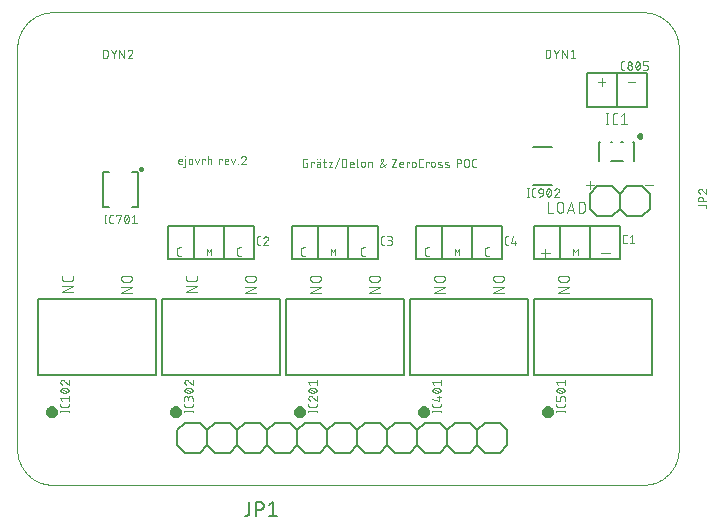
<source format=gto>
G04 EAGLE Gerber RS-274X export*
G75*
%MOMM*%
%FSLAX35Y35*%
%LPD*%
%INsilk_top*%
%IPPOS*%
%AMOC8*
5,1,8,0,0,1.08239X$1,22.5*%
G01*
%ADD10C,0.000000*%
%ADD11C,0.050800*%
%ADD12C,0.076200*%
%ADD13C,0.127000*%
%ADD14C,0.101600*%
%ADD15C,0.250000*%
%ADD16C,0.508000*%
%ADD17C,0.152400*%
%ADD18C,0.300000*%


D10*
X5600000Y3700000D02*
X5600000Y300000D01*
X5599912Y292751D01*
X5599650Y285506D01*
X5599212Y278270D01*
X5598599Y271046D01*
X5597813Y263839D01*
X5596852Y256653D01*
X5595718Y249493D01*
X5594411Y242362D01*
X5592932Y235265D01*
X5591283Y228205D01*
X5589463Y221188D01*
X5587474Y214216D01*
X5585317Y207295D01*
X5582994Y200428D01*
X5580505Y193619D01*
X5577852Y186872D01*
X5575038Y180191D01*
X5572062Y173580D01*
X5568928Y167043D01*
X5565637Y160583D01*
X5562190Y154205D01*
X5558591Y147912D01*
X5554840Y141708D01*
X5550941Y135596D01*
X5546895Y129581D01*
X5542705Y123664D01*
X5538373Y117851D01*
X5533902Y112144D01*
X5529295Y106547D01*
X5524553Y101063D01*
X5519681Y95695D01*
X5514680Y90447D01*
X5509553Y85320D01*
X5504305Y80319D01*
X5498937Y75447D01*
X5493453Y70705D01*
X5487856Y66098D01*
X5482149Y61627D01*
X5476336Y57295D01*
X5470419Y53105D01*
X5464404Y49059D01*
X5458292Y45160D01*
X5452088Y41409D01*
X5445795Y37810D01*
X5439417Y34363D01*
X5432957Y31072D01*
X5426420Y27938D01*
X5419809Y24962D01*
X5413128Y22148D01*
X5406381Y19495D01*
X5399572Y17006D01*
X5392705Y14683D01*
X5385784Y12526D01*
X5378812Y10537D01*
X5371795Y8717D01*
X5364735Y7068D01*
X5357638Y5589D01*
X5350507Y4282D01*
X5343347Y3148D01*
X5336161Y2187D01*
X5328954Y1401D01*
X5321730Y788D01*
X5314494Y350D01*
X5307249Y88D01*
X5300000Y0D01*
X300000Y0D01*
X292751Y88D01*
X285506Y350D01*
X278270Y788D01*
X271046Y1401D01*
X263839Y2187D01*
X256653Y3148D01*
X249493Y4282D01*
X242362Y5589D01*
X235265Y7068D01*
X228205Y8717D01*
X221188Y10537D01*
X214216Y12526D01*
X207295Y14683D01*
X200428Y17006D01*
X193619Y19495D01*
X186872Y22148D01*
X180191Y24962D01*
X173580Y27938D01*
X167043Y31072D01*
X160583Y34363D01*
X154205Y37810D01*
X147912Y41409D01*
X141708Y45160D01*
X135596Y49059D01*
X129581Y53105D01*
X123664Y57295D01*
X117851Y61627D01*
X112144Y66098D01*
X106547Y70705D01*
X101063Y75447D01*
X95695Y80319D01*
X90447Y85320D01*
X85320Y90447D01*
X80319Y95695D01*
X75447Y101063D01*
X70705Y106547D01*
X66098Y112144D01*
X61627Y117851D01*
X57295Y123664D01*
X53105Y129581D01*
X49059Y135596D01*
X45160Y141708D01*
X41409Y147912D01*
X37810Y154205D01*
X34363Y160583D01*
X31072Y167043D01*
X27938Y173580D01*
X24962Y180191D01*
X22148Y186872D01*
X19495Y193619D01*
X17006Y200428D01*
X14683Y207295D01*
X12526Y214216D01*
X10537Y221188D01*
X8717Y228205D01*
X7068Y235265D01*
X5589Y242362D01*
X4282Y249493D01*
X3148Y256653D01*
X2187Y263839D01*
X1401Y271046D01*
X788Y278270D01*
X350Y285506D01*
X88Y292751D01*
X0Y300000D01*
X0Y3700000D01*
X88Y3707249D01*
X350Y3714494D01*
X788Y3721730D01*
X1401Y3728954D01*
X2187Y3736161D01*
X3148Y3743347D01*
X4282Y3750507D01*
X5589Y3757638D01*
X7068Y3764735D01*
X8717Y3771795D01*
X10537Y3778812D01*
X12526Y3785784D01*
X14683Y3792705D01*
X17006Y3799572D01*
X19495Y3806381D01*
X22148Y3813128D01*
X24962Y3819809D01*
X27938Y3826420D01*
X31072Y3832957D01*
X34363Y3839417D01*
X37810Y3845795D01*
X41409Y3852088D01*
X45160Y3858292D01*
X49059Y3864404D01*
X53105Y3870419D01*
X57295Y3876336D01*
X61627Y3882149D01*
X66098Y3887856D01*
X70705Y3893453D01*
X75447Y3898937D01*
X80319Y3904305D01*
X85320Y3909553D01*
X90447Y3914680D01*
X95695Y3919681D01*
X101063Y3924553D01*
X106547Y3929295D01*
X112144Y3933902D01*
X117851Y3938373D01*
X123664Y3942705D01*
X129581Y3946895D01*
X135596Y3950941D01*
X141708Y3954840D01*
X147912Y3958591D01*
X154205Y3962190D01*
X160583Y3965637D01*
X167043Y3968928D01*
X173580Y3972062D01*
X180191Y3975038D01*
X186872Y3977852D01*
X193619Y3980505D01*
X200428Y3982994D01*
X207295Y3985317D01*
X214216Y3987474D01*
X221188Y3989463D01*
X228205Y3991283D01*
X235265Y3992932D01*
X242362Y3994411D01*
X249493Y3995718D01*
X256653Y3996852D01*
X263839Y3997813D01*
X271046Y3998599D01*
X278270Y3999212D01*
X285506Y3999650D01*
X292751Y3999912D01*
X300000Y4000000D01*
X5300000Y4000000D01*
X5307249Y3999912D01*
X5314494Y3999650D01*
X5321730Y3999212D01*
X5328954Y3998599D01*
X5336161Y3997813D01*
X5343347Y3996852D01*
X5350507Y3995718D01*
X5357638Y3994411D01*
X5364735Y3992932D01*
X5371795Y3991283D01*
X5378812Y3989463D01*
X5385784Y3987474D01*
X5392705Y3985317D01*
X5399572Y3982994D01*
X5406381Y3980505D01*
X5413128Y3977852D01*
X5419809Y3975038D01*
X5426420Y3972062D01*
X5432957Y3968928D01*
X5439417Y3965637D01*
X5445795Y3962190D01*
X5452088Y3958591D01*
X5458292Y3954840D01*
X5464404Y3950941D01*
X5470419Y3946895D01*
X5476336Y3942705D01*
X5482149Y3938373D01*
X5487856Y3933902D01*
X5493453Y3929295D01*
X5498937Y3924553D01*
X5504305Y3919681D01*
X5509553Y3914680D01*
X5514680Y3909553D01*
X5519681Y3904305D01*
X5524553Y3898937D01*
X5529295Y3893453D01*
X5533902Y3887856D01*
X5538373Y3882149D01*
X5542705Y3876336D01*
X5546895Y3870419D01*
X5550941Y3864404D01*
X5554840Y3858292D01*
X5558591Y3852088D01*
X5562190Y3845795D01*
X5565637Y3839417D01*
X5568928Y3832957D01*
X5572062Y3826420D01*
X5575038Y3819809D01*
X5577852Y3813128D01*
X5580505Y3806381D01*
X5582994Y3799572D01*
X5585317Y3792705D01*
X5587474Y3785784D01*
X5589463Y3778812D01*
X5591283Y3771795D01*
X5592932Y3764735D01*
X5594411Y3757638D01*
X5595718Y3750507D01*
X5596852Y3743347D01*
X5597813Y3736161D01*
X5598599Y3728954D01*
X5599212Y3721730D01*
X5599650Y3714494D01*
X5599912Y3707249D01*
X5600000Y3700000D01*
D11*
X1395847Y2715040D02*
X1376425Y2715040D01*
X1376143Y2715043D01*
X1375862Y2715054D01*
X1375581Y2715071D01*
X1375300Y2715094D01*
X1375020Y2715125D01*
X1374741Y2715162D01*
X1374463Y2715206D01*
X1374186Y2715257D01*
X1373910Y2715315D01*
X1373636Y2715379D01*
X1373364Y2715449D01*
X1373093Y2715527D01*
X1372824Y2715610D01*
X1372557Y2715701D01*
X1372293Y2715797D01*
X1372031Y2715900D01*
X1371771Y2716010D01*
X1371514Y2716125D01*
X1371260Y2716247D01*
X1371010Y2716375D01*
X1370762Y2716509D01*
X1370517Y2716648D01*
X1370276Y2716794D01*
X1370039Y2716946D01*
X1369805Y2717103D01*
X1369576Y2717266D01*
X1369350Y2717434D01*
X1369128Y2717607D01*
X1368911Y2717786D01*
X1368698Y2717971D01*
X1368489Y2718160D01*
X1368285Y2718354D01*
X1368086Y2718553D01*
X1367892Y2718757D01*
X1367703Y2718966D01*
X1367518Y2719179D01*
X1367339Y2719396D01*
X1367166Y2719618D01*
X1366998Y2719844D01*
X1366835Y2720073D01*
X1366678Y2720307D01*
X1366526Y2720544D01*
X1366380Y2720785D01*
X1366241Y2721030D01*
X1366107Y2721278D01*
X1365979Y2721528D01*
X1365857Y2721782D01*
X1365742Y2722039D01*
X1365632Y2722299D01*
X1365529Y2722561D01*
X1365433Y2722825D01*
X1365342Y2723092D01*
X1365259Y2723361D01*
X1365181Y2723632D01*
X1365111Y2723904D01*
X1365047Y2724178D01*
X1364989Y2724454D01*
X1364938Y2724731D01*
X1364894Y2725009D01*
X1364857Y2725288D01*
X1364826Y2725568D01*
X1364803Y2725849D01*
X1364786Y2726130D01*
X1364775Y2726411D01*
X1364772Y2726693D01*
X1364772Y2746115D01*
X1364771Y2746115D02*
X1364776Y2746493D01*
X1364789Y2746872D01*
X1364812Y2747249D01*
X1364845Y2747626D01*
X1364886Y2748002D01*
X1364937Y2748377D01*
X1364996Y2748751D01*
X1365065Y2749123D01*
X1365143Y2749493D01*
X1365229Y2749862D01*
X1365325Y2750228D01*
X1365430Y2750591D01*
X1365543Y2750952D01*
X1365665Y2751311D01*
X1365796Y2751666D01*
X1365936Y2752017D01*
X1366084Y2752366D01*
X1366240Y2752710D01*
X1366405Y2753051D01*
X1366578Y2753387D01*
X1366759Y2753720D01*
X1366948Y2754047D01*
X1367145Y2754370D01*
X1367350Y2754688D01*
X1367563Y2755001D01*
X1367783Y2755309D01*
X1368011Y2755611D01*
X1368246Y2755908D01*
X1368488Y2756199D01*
X1368737Y2756484D01*
X1368993Y2756763D01*
X1369255Y2757035D01*
X1369524Y2757301D01*
X1369800Y2757560D01*
X1370082Y2757813D01*
X1370370Y2758058D01*
X1370664Y2758297D01*
X1370963Y2758528D01*
X1371268Y2758752D01*
X1371578Y2758968D01*
X1371894Y2759177D01*
X1372215Y2759378D01*
X1372540Y2759571D01*
X1372870Y2759756D01*
X1373204Y2759934D01*
X1373543Y2760103D01*
X1373886Y2760263D01*
X1374232Y2760415D01*
X1374582Y2760559D01*
X1374935Y2760694D01*
X1375292Y2760821D01*
X1375652Y2760939D01*
X1376014Y2761048D01*
X1376379Y2761148D01*
X1376746Y2761239D01*
X1377115Y2761321D01*
X1377487Y2761395D01*
X1377860Y2761459D01*
X1378234Y2761514D01*
X1378610Y2761560D01*
X1378986Y2761597D01*
X1379364Y2761624D01*
X1379742Y2761643D01*
X1380120Y2761652D01*
X1380498Y2761652D01*
X1380876Y2761643D01*
X1381254Y2761624D01*
X1381632Y2761597D01*
X1382008Y2761560D01*
X1382384Y2761514D01*
X1382758Y2761459D01*
X1383131Y2761395D01*
X1383503Y2761321D01*
X1383872Y2761239D01*
X1384239Y2761148D01*
X1384604Y2761048D01*
X1384966Y2760939D01*
X1385326Y2760821D01*
X1385683Y2760694D01*
X1386036Y2760559D01*
X1386386Y2760415D01*
X1386732Y2760263D01*
X1387075Y2760103D01*
X1387414Y2759934D01*
X1387748Y2759756D01*
X1388078Y2759571D01*
X1388403Y2759378D01*
X1388724Y2759177D01*
X1389040Y2758968D01*
X1389350Y2758752D01*
X1389655Y2758528D01*
X1389954Y2758297D01*
X1390248Y2758058D01*
X1390536Y2757813D01*
X1390818Y2757560D01*
X1391094Y2757301D01*
X1391363Y2757035D01*
X1391625Y2756763D01*
X1391881Y2756484D01*
X1392130Y2756199D01*
X1392372Y2755908D01*
X1392607Y2755611D01*
X1392835Y2755309D01*
X1393055Y2755001D01*
X1393268Y2754688D01*
X1393473Y2754370D01*
X1393670Y2754047D01*
X1393859Y2753720D01*
X1394040Y2753387D01*
X1394213Y2753051D01*
X1394378Y2752710D01*
X1394534Y2752366D01*
X1394682Y2752017D01*
X1394822Y2751666D01*
X1394953Y2751311D01*
X1395075Y2750952D01*
X1395188Y2750591D01*
X1395293Y2750228D01*
X1395389Y2749862D01*
X1395475Y2749493D01*
X1395553Y2749123D01*
X1395622Y2748751D01*
X1395681Y2748377D01*
X1395732Y2748002D01*
X1395773Y2747626D01*
X1395806Y2747249D01*
X1395829Y2746872D01*
X1395842Y2746493D01*
X1395847Y2746115D01*
X1395847Y2738347D01*
X1364772Y2738347D01*
X1421982Y2761653D02*
X1421982Y2703387D01*
X1421978Y2703101D01*
X1421968Y2702815D01*
X1421950Y2702530D01*
X1421926Y2702245D01*
X1421894Y2701960D01*
X1421856Y2701677D01*
X1421810Y2701395D01*
X1421758Y2701113D01*
X1421699Y2700834D01*
X1421633Y2700555D01*
X1421560Y2700279D01*
X1421480Y2700004D01*
X1421394Y2699731D01*
X1421301Y2699461D01*
X1421201Y2699193D01*
X1421095Y2698927D01*
X1420982Y2698664D01*
X1420863Y2698404D01*
X1420738Y2698147D01*
X1420606Y2697894D01*
X1420468Y2697643D01*
X1420324Y2697396D01*
X1420174Y2697152D01*
X1420018Y2696913D01*
X1419856Y2696677D01*
X1419689Y2696445D01*
X1419516Y2696217D01*
X1419337Y2695994D01*
X1419153Y2695775D01*
X1418963Y2695561D01*
X1418769Y2695351D01*
X1418569Y2695147D01*
X1418364Y2694947D01*
X1418155Y2694752D01*
X1417940Y2694563D01*
X1417721Y2694379D01*
X1417498Y2694200D01*
X1417271Y2694027D01*
X1417039Y2693859D01*
X1416803Y2693697D01*
X1416563Y2693541D01*
X1416320Y2693391D01*
X1416073Y2693247D01*
X1415822Y2693109D01*
X1415568Y2692978D01*
X1415311Y2692852D01*
X1415051Y2692733D01*
X1414788Y2692620D01*
X1414523Y2692514D01*
X1414255Y2692414D01*
X1413984Y2692321D01*
X1413711Y2692235D01*
X1413437Y2692155D01*
X1413160Y2692082D01*
X1412882Y2692016D01*
X1412602Y2691957D01*
X1412321Y2691905D01*
X1412039Y2691859D01*
X1411755Y2691821D01*
X1411471Y2691789D01*
X1411186Y2691765D01*
X1410900Y2691747D01*
X1410615Y2691737D01*
X1410329Y2691733D01*
X1410328Y2691733D02*
X1406444Y2691733D01*
X1420039Y2781075D02*
X1420039Y2784960D01*
X1423924Y2784960D01*
X1423924Y2781075D01*
X1420039Y2781075D01*
X1450271Y2746115D02*
X1450271Y2730578D01*
X1450271Y2746115D02*
X1450276Y2746493D01*
X1450289Y2746872D01*
X1450312Y2747249D01*
X1450345Y2747626D01*
X1450386Y2748002D01*
X1450437Y2748377D01*
X1450496Y2748751D01*
X1450565Y2749123D01*
X1450643Y2749493D01*
X1450729Y2749862D01*
X1450825Y2750228D01*
X1450930Y2750591D01*
X1451043Y2750952D01*
X1451165Y2751311D01*
X1451296Y2751666D01*
X1451436Y2752017D01*
X1451584Y2752366D01*
X1451740Y2752710D01*
X1451905Y2753051D01*
X1452078Y2753387D01*
X1452259Y2753720D01*
X1452448Y2754047D01*
X1452645Y2754370D01*
X1452850Y2754688D01*
X1453063Y2755001D01*
X1453283Y2755309D01*
X1453511Y2755611D01*
X1453746Y2755908D01*
X1453988Y2756199D01*
X1454237Y2756484D01*
X1454493Y2756763D01*
X1454755Y2757035D01*
X1455024Y2757301D01*
X1455300Y2757560D01*
X1455582Y2757813D01*
X1455870Y2758058D01*
X1456164Y2758297D01*
X1456463Y2758528D01*
X1456768Y2758752D01*
X1457078Y2758968D01*
X1457394Y2759177D01*
X1457715Y2759378D01*
X1458040Y2759571D01*
X1458370Y2759756D01*
X1458704Y2759934D01*
X1459043Y2760103D01*
X1459386Y2760263D01*
X1459732Y2760415D01*
X1460082Y2760559D01*
X1460435Y2760694D01*
X1460792Y2760821D01*
X1461152Y2760939D01*
X1461514Y2761048D01*
X1461879Y2761148D01*
X1462246Y2761239D01*
X1462615Y2761321D01*
X1462987Y2761395D01*
X1463360Y2761459D01*
X1463734Y2761514D01*
X1464110Y2761560D01*
X1464486Y2761597D01*
X1464864Y2761624D01*
X1465242Y2761643D01*
X1465620Y2761652D01*
X1465998Y2761652D01*
X1466376Y2761643D01*
X1466754Y2761624D01*
X1467132Y2761597D01*
X1467508Y2761560D01*
X1467884Y2761514D01*
X1468258Y2761459D01*
X1468631Y2761395D01*
X1469003Y2761321D01*
X1469372Y2761239D01*
X1469739Y2761148D01*
X1470104Y2761048D01*
X1470466Y2760939D01*
X1470826Y2760821D01*
X1471183Y2760694D01*
X1471536Y2760559D01*
X1471886Y2760415D01*
X1472232Y2760263D01*
X1472575Y2760103D01*
X1472914Y2759934D01*
X1473248Y2759756D01*
X1473578Y2759571D01*
X1473903Y2759378D01*
X1474224Y2759177D01*
X1474540Y2758968D01*
X1474850Y2758752D01*
X1475155Y2758528D01*
X1475454Y2758297D01*
X1475748Y2758058D01*
X1476036Y2757813D01*
X1476318Y2757560D01*
X1476594Y2757301D01*
X1476863Y2757035D01*
X1477125Y2756763D01*
X1477381Y2756484D01*
X1477630Y2756199D01*
X1477872Y2755908D01*
X1478107Y2755611D01*
X1478335Y2755309D01*
X1478555Y2755001D01*
X1478768Y2754688D01*
X1478973Y2754370D01*
X1479170Y2754047D01*
X1479359Y2753720D01*
X1479540Y2753387D01*
X1479713Y2753051D01*
X1479878Y2752710D01*
X1480034Y2752366D01*
X1480182Y2752017D01*
X1480322Y2751666D01*
X1480453Y2751311D01*
X1480575Y2750952D01*
X1480688Y2750591D01*
X1480793Y2750228D01*
X1480889Y2749862D01*
X1480975Y2749493D01*
X1481053Y2749123D01*
X1481122Y2748751D01*
X1481181Y2748377D01*
X1481232Y2748002D01*
X1481273Y2747626D01*
X1481306Y2747249D01*
X1481329Y2746872D01*
X1481342Y2746493D01*
X1481347Y2746115D01*
X1481347Y2730578D01*
X1481342Y2730200D01*
X1481329Y2729821D01*
X1481306Y2729444D01*
X1481273Y2729067D01*
X1481232Y2728691D01*
X1481181Y2728316D01*
X1481122Y2727942D01*
X1481053Y2727570D01*
X1480975Y2727200D01*
X1480889Y2726831D01*
X1480793Y2726465D01*
X1480688Y2726102D01*
X1480575Y2725741D01*
X1480453Y2725382D01*
X1480322Y2725027D01*
X1480182Y2724676D01*
X1480034Y2724327D01*
X1479878Y2723983D01*
X1479713Y2723642D01*
X1479540Y2723306D01*
X1479359Y2722973D01*
X1479170Y2722646D01*
X1478973Y2722323D01*
X1478768Y2722005D01*
X1478555Y2721692D01*
X1478335Y2721384D01*
X1478107Y2721082D01*
X1477872Y2720785D01*
X1477630Y2720494D01*
X1477381Y2720209D01*
X1477125Y2719930D01*
X1476863Y2719658D01*
X1476594Y2719392D01*
X1476318Y2719133D01*
X1476036Y2718880D01*
X1475748Y2718635D01*
X1475454Y2718396D01*
X1475155Y2718165D01*
X1474850Y2717941D01*
X1474540Y2717725D01*
X1474224Y2717516D01*
X1473903Y2717315D01*
X1473578Y2717122D01*
X1473248Y2716937D01*
X1472914Y2716759D01*
X1472575Y2716590D01*
X1472232Y2716430D01*
X1471886Y2716278D01*
X1471536Y2716134D01*
X1471183Y2715999D01*
X1470826Y2715872D01*
X1470466Y2715754D01*
X1470104Y2715645D01*
X1469739Y2715545D01*
X1469372Y2715454D01*
X1469003Y2715372D01*
X1468631Y2715298D01*
X1468258Y2715234D01*
X1467884Y2715179D01*
X1467508Y2715133D01*
X1467132Y2715096D01*
X1466754Y2715069D01*
X1466376Y2715050D01*
X1465998Y2715041D01*
X1465620Y2715041D01*
X1465242Y2715050D01*
X1464864Y2715069D01*
X1464486Y2715096D01*
X1464110Y2715133D01*
X1463734Y2715179D01*
X1463360Y2715234D01*
X1462987Y2715298D01*
X1462615Y2715372D01*
X1462246Y2715454D01*
X1461879Y2715545D01*
X1461514Y2715645D01*
X1461152Y2715754D01*
X1460792Y2715872D01*
X1460435Y2715999D01*
X1460082Y2716134D01*
X1459732Y2716278D01*
X1459386Y2716430D01*
X1459043Y2716590D01*
X1458704Y2716759D01*
X1458370Y2716937D01*
X1458040Y2717122D01*
X1457715Y2717315D01*
X1457394Y2717516D01*
X1457078Y2717725D01*
X1456768Y2717941D01*
X1456463Y2718165D01*
X1456164Y2718396D01*
X1455870Y2718635D01*
X1455582Y2718880D01*
X1455300Y2719133D01*
X1455024Y2719392D01*
X1454755Y2719658D01*
X1454493Y2719930D01*
X1454237Y2720209D01*
X1453988Y2720494D01*
X1453746Y2720785D01*
X1453511Y2721082D01*
X1453283Y2721384D01*
X1453063Y2721692D01*
X1452850Y2722005D01*
X1452645Y2722323D01*
X1452448Y2722646D01*
X1452259Y2722973D01*
X1452078Y2723306D01*
X1451905Y2723642D01*
X1451740Y2723983D01*
X1451584Y2724327D01*
X1451436Y2724676D01*
X1451296Y2725027D01*
X1451165Y2725382D01*
X1451043Y2725741D01*
X1450930Y2726102D01*
X1450825Y2726465D01*
X1450729Y2726831D01*
X1450643Y2727200D01*
X1450565Y2727570D01*
X1450496Y2727942D01*
X1450437Y2728316D01*
X1450386Y2728691D01*
X1450345Y2729067D01*
X1450312Y2729444D01*
X1450289Y2729821D01*
X1450276Y2730200D01*
X1450271Y2730578D01*
X1506521Y2761653D02*
X1522058Y2715040D01*
X1537596Y2761653D01*
X1565383Y2761653D02*
X1565383Y2715040D01*
X1565383Y2761653D02*
X1588689Y2761653D01*
X1588689Y2753884D01*
X1612270Y2784960D02*
X1612270Y2715040D01*
X1612270Y2761653D02*
X1631693Y2761653D01*
X1631975Y2761650D01*
X1632256Y2761639D01*
X1632537Y2761622D01*
X1632818Y2761599D01*
X1633098Y2761568D01*
X1633377Y2761531D01*
X1633655Y2761487D01*
X1633932Y2761436D01*
X1634208Y2761378D01*
X1634482Y2761314D01*
X1634754Y2761244D01*
X1635025Y2761166D01*
X1635294Y2761083D01*
X1635561Y2760992D01*
X1635825Y2760896D01*
X1636087Y2760793D01*
X1636347Y2760683D01*
X1636604Y2760568D01*
X1636858Y2760446D01*
X1637108Y2760318D01*
X1637356Y2760184D01*
X1637601Y2760045D01*
X1637842Y2759899D01*
X1638079Y2759747D01*
X1638313Y2759590D01*
X1638542Y2759427D01*
X1638768Y2759259D01*
X1638990Y2759086D01*
X1639207Y2758907D01*
X1639420Y2758722D01*
X1639629Y2758533D01*
X1639833Y2758339D01*
X1640032Y2758140D01*
X1640226Y2757936D01*
X1640415Y2757727D01*
X1640600Y2757514D01*
X1640779Y2757297D01*
X1640952Y2757075D01*
X1641120Y2756849D01*
X1641283Y2756620D01*
X1641440Y2756386D01*
X1641592Y2756149D01*
X1641738Y2755908D01*
X1641877Y2755663D01*
X1642011Y2755415D01*
X1642139Y2755165D01*
X1642261Y2754911D01*
X1642376Y2754654D01*
X1642486Y2754394D01*
X1642589Y2754132D01*
X1642685Y2753868D01*
X1642776Y2753601D01*
X1642859Y2753332D01*
X1642937Y2753061D01*
X1643007Y2752789D01*
X1643071Y2752515D01*
X1643129Y2752239D01*
X1643180Y2751962D01*
X1643224Y2751684D01*
X1643261Y2751405D01*
X1643292Y2751125D01*
X1643315Y2750844D01*
X1643332Y2750563D01*
X1643343Y2750282D01*
X1643346Y2750000D01*
X1643346Y2715040D01*
X1711632Y2715040D02*
X1711632Y2761653D01*
X1734938Y2761653D01*
X1734938Y2753884D01*
X1767923Y2715040D02*
X1787345Y2715040D01*
X1767923Y2715040D02*
X1767641Y2715043D01*
X1767360Y2715054D01*
X1767079Y2715071D01*
X1766798Y2715094D01*
X1766518Y2715125D01*
X1766239Y2715162D01*
X1765961Y2715206D01*
X1765684Y2715257D01*
X1765408Y2715315D01*
X1765134Y2715379D01*
X1764862Y2715449D01*
X1764591Y2715527D01*
X1764322Y2715610D01*
X1764055Y2715701D01*
X1763791Y2715797D01*
X1763529Y2715900D01*
X1763269Y2716010D01*
X1763012Y2716125D01*
X1762758Y2716247D01*
X1762508Y2716375D01*
X1762260Y2716509D01*
X1762015Y2716648D01*
X1761774Y2716794D01*
X1761537Y2716946D01*
X1761303Y2717103D01*
X1761074Y2717266D01*
X1760848Y2717434D01*
X1760626Y2717607D01*
X1760409Y2717786D01*
X1760196Y2717971D01*
X1759987Y2718160D01*
X1759783Y2718354D01*
X1759584Y2718553D01*
X1759390Y2718757D01*
X1759201Y2718966D01*
X1759016Y2719179D01*
X1758837Y2719396D01*
X1758664Y2719618D01*
X1758496Y2719844D01*
X1758333Y2720073D01*
X1758176Y2720307D01*
X1758024Y2720544D01*
X1757878Y2720785D01*
X1757739Y2721030D01*
X1757605Y2721278D01*
X1757477Y2721528D01*
X1757355Y2721782D01*
X1757240Y2722039D01*
X1757130Y2722299D01*
X1757027Y2722561D01*
X1756931Y2722825D01*
X1756840Y2723092D01*
X1756757Y2723361D01*
X1756679Y2723632D01*
X1756609Y2723904D01*
X1756545Y2724178D01*
X1756487Y2724454D01*
X1756436Y2724731D01*
X1756392Y2725009D01*
X1756355Y2725288D01*
X1756324Y2725568D01*
X1756301Y2725849D01*
X1756284Y2726130D01*
X1756273Y2726411D01*
X1756270Y2726693D01*
X1756269Y2726693D02*
X1756269Y2746115D01*
X1756274Y2746493D01*
X1756287Y2746872D01*
X1756310Y2747249D01*
X1756343Y2747626D01*
X1756384Y2748002D01*
X1756435Y2748377D01*
X1756494Y2748751D01*
X1756563Y2749123D01*
X1756641Y2749493D01*
X1756727Y2749862D01*
X1756823Y2750228D01*
X1756928Y2750591D01*
X1757041Y2750952D01*
X1757163Y2751311D01*
X1757294Y2751666D01*
X1757434Y2752017D01*
X1757582Y2752366D01*
X1757738Y2752710D01*
X1757903Y2753051D01*
X1758076Y2753387D01*
X1758257Y2753720D01*
X1758446Y2754047D01*
X1758643Y2754370D01*
X1758848Y2754688D01*
X1759061Y2755001D01*
X1759281Y2755309D01*
X1759509Y2755611D01*
X1759744Y2755908D01*
X1759986Y2756199D01*
X1760235Y2756484D01*
X1760491Y2756763D01*
X1760753Y2757035D01*
X1761022Y2757301D01*
X1761298Y2757560D01*
X1761580Y2757813D01*
X1761868Y2758058D01*
X1762162Y2758297D01*
X1762461Y2758528D01*
X1762766Y2758752D01*
X1763076Y2758968D01*
X1763392Y2759177D01*
X1763713Y2759378D01*
X1764038Y2759571D01*
X1764368Y2759756D01*
X1764702Y2759934D01*
X1765041Y2760103D01*
X1765384Y2760263D01*
X1765730Y2760415D01*
X1766080Y2760559D01*
X1766433Y2760694D01*
X1766790Y2760821D01*
X1767150Y2760939D01*
X1767512Y2761048D01*
X1767877Y2761148D01*
X1768244Y2761239D01*
X1768613Y2761321D01*
X1768985Y2761395D01*
X1769358Y2761459D01*
X1769732Y2761514D01*
X1770108Y2761560D01*
X1770484Y2761597D01*
X1770862Y2761624D01*
X1771240Y2761643D01*
X1771618Y2761652D01*
X1771996Y2761652D01*
X1772374Y2761643D01*
X1772752Y2761624D01*
X1773130Y2761597D01*
X1773506Y2761560D01*
X1773882Y2761514D01*
X1774256Y2761459D01*
X1774629Y2761395D01*
X1775001Y2761321D01*
X1775370Y2761239D01*
X1775737Y2761148D01*
X1776102Y2761048D01*
X1776464Y2760939D01*
X1776824Y2760821D01*
X1777181Y2760694D01*
X1777534Y2760559D01*
X1777884Y2760415D01*
X1778230Y2760263D01*
X1778573Y2760103D01*
X1778912Y2759934D01*
X1779246Y2759756D01*
X1779576Y2759571D01*
X1779901Y2759378D01*
X1780222Y2759177D01*
X1780538Y2758968D01*
X1780848Y2758752D01*
X1781153Y2758528D01*
X1781452Y2758297D01*
X1781746Y2758058D01*
X1782034Y2757813D01*
X1782316Y2757560D01*
X1782592Y2757301D01*
X1782861Y2757035D01*
X1783123Y2756763D01*
X1783379Y2756484D01*
X1783628Y2756199D01*
X1783870Y2755908D01*
X1784105Y2755611D01*
X1784333Y2755309D01*
X1784553Y2755001D01*
X1784766Y2754688D01*
X1784971Y2754370D01*
X1785168Y2754047D01*
X1785357Y2753720D01*
X1785538Y2753387D01*
X1785711Y2753051D01*
X1785876Y2752710D01*
X1786032Y2752366D01*
X1786180Y2752017D01*
X1786320Y2751666D01*
X1786451Y2751311D01*
X1786573Y2750952D01*
X1786686Y2750591D01*
X1786791Y2750228D01*
X1786887Y2749862D01*
X1786973Y2749493D01*
X1787051Y2749123D01*
X1787120Y2748751D01*
X1787179Y2748377D01*
X1787230Y2748002D01*
X1787271Y2747626D01*
X1787304Y2747249D01*
X1787327Y2746872D01*
X1787340Y2746493D01*
X1787345Y2746115D01*
X1787345Y2738347D01*
X1756269Y2738347D01*
X1812519Y2761653D02*
X1828057Y2715040D01*
X1843594Y2761653D01*
X1866614Y2718924D02*
X1866614Y2715040D01*
X1866614Y2718924D02*
X1870499Y2718924D01*
X1870499Y2715040D01*
X1866614Y2715040D01*
X1935229Y2767480D02*
X1935224Y2767902D01*
X1935209Y2768325D01*
X1935183Y2768746D01*
X1935147Y2769167D01*
X1935102Y2769587D01*
X1935046Y2770006D01*
X1934979Y2770423D01*
X1934903Y2770838D01*
X1934817Y2771252D01*
X1934721Y2771663D01*
X1934615Y2772072D01*
X1934499Y2772478D01*
X1934373Y2772882D01*
X1934238Y2773282D01*
X1934093Y2773678D01*
X1933939Y2774072D01*
X1933775Y2774461D01*
X1933601Y2774846D01*
X1933419Y2775227D01*
X1933227Y2775603D01*
X1933026Y2775975D01*
X1932816Y2776342D01*
X1932598Y2776703D01*
X1932370Y2777059D01*
X1932135Y2777410D01*
X1931891Y2777754D01*
X1931638Y2778093D01*
X1931378Y2778426D01*
X1931109Y2778752D01*
X1930833Y2779071D01*
X1930549Y2779384D01*
X1930258Y2779690D01*
X1929959Y2779989D01*
X1929653Y2780280D01*
X1929340Y2780564D01*
X1929021Y2780840D01*
X1928695Y2781109D01*
X1928362Y2781369D01*
X1928023Y2781622D01*
X1927679Y2781866D01*
X1927328Y2782101D01*
X1926972Y2782329D01*
X1926611Y2782547D01*
X1926244Y2782757D01*
X1925872Y2782958D01*
X1925496Y2783150D01*
X1925115Y2783332D01*
X1924730Y2783506D01*
X1924341Y2783670D01*
X1923947Y2783824D01*
X1923551Y2783969D01*
X1923151Y2784104D01*
X1922747Y2784230D01*
X1922341Y2784346D01*
X1921932Y2784452D01*
X1921521Y2784548D01*
X1921107Y2784634D01*
X1920692Y2784710D01*
X1920275Y2784777D01*
X1919856Y2784833D01*
X1919436Y2784878D01*
X1919015Y2784914D01*
X1918594Y2784940D01*
X1918171Y2784955D01*
X1917749Y2784960D01*
X1917206Y2784953D01*
X1916663Y2784934D01*
X1916121Y2784901D01*
X1915580Y2784855D01*
X1915040Y2784796D01*
X1914502Y2784724D01*
X1913965Y2784639D01*
X1913431Y2784541D01*
X1912899Y2784430D01*
X1912371Y2784306D01*
X1911845Y2784170D01*
X1911323Y2784021D01*
X1910804Y2783859D01*
X1910290Y2783685D01*
X1909780Y2783498D01*
X1909274Y2783300D01*
X1908774Y2783089D01*
X1908279Y2782866D01*
X1907789Y2782631D01*
X1907305Y2782384D01*
X1906828Y2782125D01*
X1906356Y2781856D01*
X1905892Y2781574D01*
X1905434Y2781282D01*
X1904983Y2780979D01*
X1904540Y2780665D01*
X1904105Y2780340D01*
X1903678Y2780005D01*
X1903259Y2779659D01*
X1902848Y2779304D01*
X1902446Y2778939D01*
X1902053Y2778564D01*
X1901669Y2778180D01*
X1901295Y2777786D01*
X1900930Y2777384D01*
X1900575Y2776973D01*
X1900230Y2776553D01*
X1899896Y2776126D01*
X1899571Y2775690D01*
X1899258Y2775246D01*
X1898955Y2774796D01*
X1898663Y2774337D01*
X1898383Y2773872D01*
X1898113Y2773401D01*
X1897856Y2772923D01*
X1897610Y2772439D01*
X1897375Y2771949D01*
X1897153Y2771453D01*
X1896942Y2770953D01*
X1896744Y2770447D01*
X1896558Y2769937D01*
X1896384Y2769422D01*
X1929401Y2753885D02*
X1929731Y2754206D01*
X1930053Y2754536D01*
X1930366Y2754874D01*
X1930671Y2755219D01*
X1930968Y2755572D01*
X1931256Y2755931D01*
X1931535Y2756298D01*
X1931804Y2756671D01*
X1932065Y2757051D01*
X1932316Y2757437D01*
X1932558Y2757830D01*
X1932790Y2758228D01*
X1933012Y2758631D01*
X1933224Y2759040D01*
X1933426Y2759454D01*
X1933618Y2759873D01*
X1933799Y2760297D01*
X1933970Y2760724D01*
X1934131Y2761156D01*
X1934281Y2761592D01*
X1934420Y2762031D01*
X1934548Y2762474D01*
X1934666Y2762919D01*
X1934772Y2763367D01*
X1934867Y2763818D01*
X1934952Y2764271D01*
X1935025Y2764726D01*
X1935087Y2765182D01*
X1935138Y2765640D01*
X1935177Y2766099D01*
X1935205Y2766559D01*
X1935222Y2767019D01*
X1935228Y2767480D01*
X1929402Y2753884D02*
X1896384Y2715040D01*
X1935229Y2715040D01*
X2445122Y2728884D02*
X2456775Y2728884D01*
X2456775Y2690040D01*
X2433468Y2690040D01*
X2433093Y2690045D01*
X2432717Y2690058D01*
X2432343Y2690081D01*
X2431968Y2690113D01*
X2431595Y2690153D01*
X2431223Y2690203D01*
X2430852Y2690262D01*
X2430483Y2690329D01*
X2430115Y2690406D01*
X2429750Y2690492D01*
X2429386Y2690586D01*
X2429025Y2690689D01*
X2428666Y2690800D01*
X2428311Y2690921D01*
X2427958Y2691050D01*
X2427609Y2691187D01*
X2427263Y2691333D01*
X2426920Y2691487D01*
X2426582Y2691649D01*
X2426247Y2691820D01*
X2425917Y2691998D01*
X2425591Y2692185D01*
X2425270Y2692379D01*
X2424953Y2692581D01*
X2424641Y2692790D01*
X2424335Y2693007D01*
X2424034Y2693232D01*
X2423738Y2693463D01*
X2423448Y2693702D01*
X2423164Y2693948D01*
X2422886Y2694200D01*
X2422615Y2694459D01*
X2422349Y2694725D01*
X2422090Y2694996D01*
X2421838Y2695274D01*
X2421592Y2695558D01*
X2421353Y2695848D01*
X2421122Y2696144D01*
X2420897Y2696445D01*
X2420680Y2696751D01*
X2420471Y2697063D01*
X2420269Y2697380D01*
X2420075Y2697701D01*
X2419888Y2698027D01*
X2419710Y2698357D01*
X2419539Y2698692D01*
X2419377Y2699030D01*
X2419223Y2699373D01*
X2419077Y2699719D01*
X2418940Y2700068D01*
X2418811Y2700421D01*
X2418690Y2700776D01*
X2418579Y2701135D01*
X2418476Y2701496D01*
X2418382Y2701860D01*
X2418296Y2702225D01*
X2418219Y2702593D01*
X2418152Y2702962D01*
X2418093Y2703333D01*
X2418043Y2703705D01*
X2418003Y2704078D01*
X2417971Y2704453D01*
X2417948Y2704827D01*
X2417935Y2705203D01*
X2417930Y2705578D01*
X2417931Y2705578D02*
X2417931Y2744422D01*
X2417936Y2744803D01*
X2417950Y2745184D01*
X2417973Y2745565D01*
X2418006Y2745945D01*
X2418048Y2746324D01*
X2418099Y2746702D01*
X2418160Y2747078D01*
X2418230Y2747453D01*
X2418309Y2747826D01*
X2418397Y2748197D01*
X2418494Y2748566D01*
X2418600Y2748932D01*
X2418715Y2749296D01*
X2418839Y2749657D01*
X2418972Y2750014D01*
X2419114Y2750368D01*
X2419264Y2750719D01*
X2419423Y2751065D01*
X2419590Y2751408D01*
X2419766Y2751746D01*
X2419950Y2752081D01*
X2420142Y2752410D01*
X2420342Y2752735D01*
X2420550Y2753054D01*
X2420765Y2753369D01*
X2420989Y2753678D01*
X2421220Y2753981D01*
X2421458Y2754279D01*
X2421703Y2754571D01*
X2421956Y2754857D01*
X2422216Y2755136D01*
X2422482Y2755409D01*
X2422755Y2755675D01*
X2423034Y2755935D01*
X2423320Y2756187D01*
X2423612Y2756433D01*
X2423909Y2756671D01*
X2424213Y2756902D01*
X2424522Y2757126D01*
X2424836Y2757341D01*
X2425156Y2757549D01*
X2425481Y2757749D01*
X2425810Y2757941D01*
X2426144Y2758125D01*
X2426483Y2758301D01*
X2426825Y2758468D01*
X2427172Y2758627D01*
X2427523Y2758777D01*
X2427877Y2758919D01*
X2428234Y2759052D01*
X2428595Y2759176D01*
X2428958Y2759291D01*
X2429325Y2759397D01*
X2429693Y2759494D01*
X2430064Y2759582D01*
X2430437Y2759661D01*
X2430812Y2759731D01*
X2431189Y2759792D01*
X2431567Y2759843D01*
X2431946Y2759885D01*
X2432326Y2759918D01*
X2432706Y2759941D01*
X2433087Y2759955D01*
X2433469Y2759960D01*
X2433468Y2759960D02*
X2456775Y2759960D01*
X2489678Y2736653D02*
X2489678Y2690040D01*
X2489678Y2736653D02*
X2512984Y2736653D01*
X2512984Y2728884D01*
X2547589Y2717231D02*
X2565069Y2717231D01*
X2547589Y2717231D02*
X2547258Y2717227D01*
X2546927Y2717215D01*
X2546597Y2717195D01*
X2546267Y2717167D01*
X2545938Y2717130D01*
X2545609Y2717086D01*
X2545282Y2717034D01*
X2544957Y2716974D01*
X2544633Y2716906D01*
X2544311Y2716830D01*
X2543990Y2716746D01*
X2543672Y2716655D01*
X2543356Y2716555D01*
X2543043Y2716448D01*
X2542732Y2716334D01*
X2542424Y2716212D01*
X2542120Y2716082D01*
X2541818Y2715945D01*
X2541520Y2715801D01*
X2541226Y2715650D01*
X2540935Y2715491D01*
X2540648Y2715326D01*
X2540366Y2715153D01*
X2540087Y2714974D01*
X2539813Y2714788D01*
X2539544Y2714595D01*
X2539279Y2714396D01*
X2539020Y2714191D01*
X2538765Y2713979D01*
X2538516Y2713761D01*
X2538272Y2713537D01*
X2538034Y2713307D01*
X2537801Y2713072D01*
X2537574Y2712830D01*
X2537353Y2712584D01*
X2537138Y2712332D01*
X2536930Y2712075D01*
X2536727Y2711813D01*
X2536532Y2711546D01*
X2536342Y2711274D01*
X2536159Y2710998D01*
X2535984Y2710718D01*
X2535815Y2710433D01*
X2535652Y2710144D01*
X2535498Y2709852D01*
X2535350Y2709555D01*
X2535209Y2709256D01*
X2535076Y2708952D01*
X2534950Y2708646D01*
X2534832Y2708337D01*
X2534721Y2708025D01*
X2534618Y2707710D01*
X2534523Y2707393D01*
X2534435Y2707074D01*
X2534355Y2706753D01*
X2534283Y2706429D01*
X2534219Y2706105D01*
X2534163Y2705778D01*
X2534115Y2705451D01*
X2534075Y2705122D01*
X2534042Y2704792D01*
X2534018Y2704462D01*
X2534002Y2704132D01*
X2533994Y2703801D01*
X2533994Y2703469D01*
X2534002Y2703138D01*
X2534018Y2702808D01*
X2534042Y2702478D01*
X2534075Y2702148D01*
X2534115Y2701819D01*
X2534163Y2701492D01*
X2534219Y2701165D01*
X2534283Y2700841D01*
X2534355Y2700517D01*
X2534435Y2700196D01*
X2534523Y2699877D01*
X2534618Y2699560D01*
X2534721Y2699245D01*
X2534832Y2698933D01*
X2534950Y2698624D01*
X2535076Y2698318D01*
X2535209Y2698014D01*
X2535350Y2697715D01*
X2535498Y2697418D01*
X2535652Y2697126D01*
X2535815Y2696837D01*
X2535984Y2696552D01*
X2536159Y2696272D01*
X2536342Y2695996D01*
X2536532Y2695724D01*
X2536727Y2695457D01*
X2536930Y2695195D01*
X2537138Y2694938D01*
X2537353Y2694686D01*
X2537574Y2694440D01*
X2537801Y2694198D01*
X2538034Y2693963D01*
X2538272Y2693733D01*
X2538516Y2693509D01*
X2538765Y2693291D01*
X2539020Y2693079D01*
X2539279Y2692874D01*
X2539544Y2692675D01*
X2539813Y2692482D01*
X2540087Y2692296D01*
X2540366Y2692117D01*
X2540648Y2691944D01*
X2540935Y2691779D01*
X2541226Y2691620D01*
X2541520Y2691469D01*
X2541818Y2691325D01*
X2542120Y2691188D01*
X2542424Y2691058D01*
X2542732Y2690936D01*
X2543043Y2690822D01*
X2543356Y2690715D01*
X2543672Y2690615D01*
X2543990Y2690524D01*
X2544311Y2690440D01*
X2544633Y2690364D01*
X2544957Y2690296D01*
X2545282Y2690236D01*
X2545609Y2690184D01*
X2545938Y2690140D01*
X2546267Y2690103D01*
X2546597Y2690075D01*
X2546927Y2690055D01*
X2547258Y2690043D01*
X2547589Y2690039D01*
X2547589Y2690040D02*
X2565069Y2690040D01*
X2565069Y2725000D01*
X2565066Y2725282D01*
X2565055Y2725563D01*
X2565038Y2725844D01*
X2565015Y2726125D01*
X2564984Y2726405D01*
X2564947Y2726684D01*
X2564903Y2726962D01*
X2564852Y2727239D01*
X2564794Y2727515D01*
X2564730Y2727789D01*
X2564660Y2728061D01*
X2564582Y2728332D01*
X2564499Y2728601D01*
X2564408Y2728868D01*
X2564312Y2729132D01*
X2564209Y2729394D01*
X2564099Y2729654D01*
X2563984Y2729911D01*
X2563862Y2730165D01*
X2563734Y2730415D01*
X2563600Y2730663D01*
X2563461Y2730908D01*
X2563315Y2731149D01*
X2563163Y2731386D01*
X2563006Y2731620D01*
X2562843Y2731849D01*
X2562675Y2732075D01*
X2562502Y2732297D01*
X2562323Y2732514D01*
X2562138Y2732727D01*
X2561949Y2732936D01*
X2561755Y2733140D01*
X2561556Y2733339D01*
X2561352Y2733533D01*
X2561143Y2733722D01*
X2560930Y2733907D01*
X2560713Y2734086D01*
X2560491Y2734259D01*
X2560265Y2734427D01*
X2560036Y2734590D01*
X2559802Y2734747D01*
X2559565Y2734899D01*
X2559324Y2735045D01*
X2559079Y2735184D01*
X2558831Y2735318D01*
X2558581Y2735446D01*
X2558327Y2735568D01*
X2558070Y2735683D01*
X2557810Y2735793D01*
X2557548Y2735896D01*
X2557284Y2735992D01*
X2557017Y2736083D01*
X2556748Y2736166D01*
X2556477Y2736244D01*
X2556205Y2736314D01*
X2555931Y2736378D01*
X2555655Y2736436D01*
X2555378Y2736487D01*
X2555100Y2736531D01*
X2554821Y2736568D01*
X2554541Y2736599D01*
X2554260Y2736622D01*
X2553979Y2736639D01*
X2553698Y2736650D01*
X2553416Y2736653D01*
X2537878Y2736653D01*
X2537878Y2756075D02*
X2541763Y2756075D01*
X2537878Y2756075D02*
X2537878Y2759960D01*
X2541763Y2759960D01*
X2541763Y2756075D01*
X2561185Y2756075D02*
X2561185Y2759960D01*
X2565069Y2759960D01*
X2565069Y2756075D01*
X2561185Y2756075D01*
X2589445Y2736653D02*
X2612752Y2736653D01*
X2597214Y2759960D02*
X2597214Y2701693D01*
X2597217Y2701411D01*
X2597228Y2701130D01*
X2597245Y2700849D01*
X2597268Y2700568D01*
X2597299Y2700288D01*
X2597336Y2700009D01*
X2597380Y2699731D01*
X2597431Y2699454D01*
X2597489Y2699178D01*
X2597553Y2698904D01*
X2597623Y2698632D01*
X2597701Y2698361D01*
X2597784Y2698092D01*
X2597875Y2697825D01*
X2597971Y2697561D01*
X2598074Y2697299D01*
X2598184Y2697039D01*
X2598299Y2696782D01*
X2598421Y2696528D01*
X2598549Y2696277D01*
X2598683Y2696030D01*
X2598823Y2695785D01*
X2598968Y2695544D01*
X2599120Y2695307D01*
X2599277Y2695073D01*
X2599440Y2694843D01*
X2599608Y2694618D01*
X2599782Y2694396D01*
X2599961Y2694179D01*
X2600145Y2693966D01*
X2600334Y2693757D01*
X2600528Y2693553D01*
X2600727Y2693354D01*
X2600931Y2693160D01*
X2601140Y2692970D01*
X2601353Y2692786D01*
X2601570Y2692607D01*
X2601792Y2692434D01*
X2602018Y2692265D01*
X2602247Y2692103D01*
X2602481Y2691946D01*
X2602719Y2691794D01*
X2602960Y2691648D01*
X2603204Y2691509D01*
X2603452Y2691375D01*
X2603703Y2691247D01*
X2603957Y2691125D01*
X2604213Y2691010D01*
X2604473Y2690900D01*
X2604735Y2690797D01*
X2605000Y2690701D01*
X2605266Y2690610D01*
X2605535Y2690526D01*
X2605806Y2690449D01*
X2606079Y2690379D01*
X2606353Y2690314D01*
X2606628Y2690257D01*
X2606905Y2690206D01*
X2607184Y2690162D01*
X2607463Y2690125D01*
X2607743Y2690094D01*
X2608023Y2690071D01*
X2608304Y2690054D01*
X2608586Y2690043D01*
X2608867Y2690040D01*
X2608868Y2690040D02*
X2612752Y2690040D01*
X2635564Y2736653D02*
X2666640Y2736653D01*
X2635564Y2690040D01*
X2666640Y2690040D01*
X2689564Y2682271D02*
X2720639Y2767729D01*
X2748679Y2759960D02*
X2748679Y2690040D01*
X2748679Y2759960D02*
X2768102Y2759960D01*
X2768571Y2759954D01*
X2769040Y2759937D01*
X2769509Y2759909D01*
X2769977Y2759869D01*
X2770443Y2759818D01*
X2770908Y2759756D01*
X2771372Y2759683D01*
X2771834Y2759598D01*
X2772293Y2759502D01*
X2772750Y2759396D01*
X2773204Y2759278D01*
X2773656Y2759149D01*
X2774104Y2759009D01*
X2774548Y2758859D01*
X2774989Y2758698D01*
X2775426Y2758526D01*
X2775859Y2758344D01*
X2776287Y2758151D01*
X2776710Y2757948D01*
X2777128Y2757735D01*
X2777541Y2757512D01*
X2777948Y2757279D01*
X2778350Y2757036D01*
X2778746Y2756784D01*
X2779135Y2756522D01*
X2779518Y2756251D01*
X2779894Y2755970D01*
X2780264Y2755681D01*
X2780626Y2755382D01*
X2780981Y2755075D01*
X2781329Y2754760D01*
X2781669Y2754436D01*
X2782000Y2754104D01*
X2782324Y2753765D01*
X2782640Y2753417D01*
X2782947Y2753062D01*
X2783245Y2752700D01*
X2783534Y2752330D01*
X2783815Y2751954D01*
X2784086Y2751571D01*
X2784348Y2751181D01*
X2784600Y2750786D01*
X2784843Y2750384D01*
X2785076Y2749977D01*
X2785299Y2749564D01*
X2785513Y2749145D01*
X2785715Y2748722D01*
X2785908Y2748294D01*
X2786090Y2747862D01*
X2786262Y2747425D01*
X2786423Y2746984D01*
X2786573Y2746539D01*
X2786713Y2746091D01*
X2786842Y2745640D01*
X2786960Y2745186D01*
X2787066Y2744729D01*
X2787162Y2744269D01*
X2787247Y2743808D01*
X2787320Y2743344D01*
X2787382Y2742879D01*
X2787433Y2742412D01*
X2787473Y2741945D01*
X2787501Y2741476D01*
X2787518Y2741007D01*
X2787524Y2740538D01*
X2787524Y2709462D01*
X2787518Y2708985D01*
X2787501Y2708509D01*
X2787471Y2708033D01*
X2787430Y2707558D01*
X2787378Y2707084D01*
X2787314Y2706612D01*
X2787238Y2706141D01*
X2787151Y2705673D01*
X2787052Y2705206D01*
X2786942Y2704743D01*
X2786820Y2704282D01*
X2786688Y2703824D01*
X2786544Y2703369D01*
X2786389Y2702919D01*
X2786223Y2702472D01*
X2786046Y2702029D01*
X2785858Y2701591D01*
X2785659Y2701158D01*
X2785450Y2700729D01*
X2785231Y2700306D01*
X2785001Y2699889D01*
X2784761Y2699477D01*
X2784511Y2699071D01*
X2784251Y2698671D01*
X2783981Y2698278D01*
X2783702Y2697892D01*
X2783413Y2697512D01*
X2783115Y2697140D01*
X2782808Y2696776D01*
X2782493Y2696418D01*
X2782168Y2696069D01*
X2781835Y2695728D01*
X2781494Y2695395D01*
X2781145Y2695071D01*
X2780788Y2694755D01*
X2780423Y2694448D01*
X2780051Y2694150D01*
X2779671Y2693861D01*
X2779285Y2693582D01*
X2778892Y2693312D01*
X2778492Y2693053D01*
X2778087Y2692802D01*
X2777675Y2692562D01*
X2777257Y2692333D01*
X2776834Y2692113D01*
X2776406Y2691904D01*
X2775972Y2691705D01*
X2775534Y2691518D01*
X2775091Y2691341D01*
X2774645Y2691174D01*
X2774194Y2691019D01*
X2773739Y2690875D01*
X2773282Y2690743D01*
X2772821Y2690621D01*
X2772357Y2690511D01*
X2771891Y2690412D01*
X2771422Y2690325D01*
X2770951Y2690249D01*
X2770479Y2690185D01*
X2770005Y2690133D01*
X2769530Y2690092D01*
X2769054Y2690062D01*
X2768578Y2690045D01*
X2768101Y2690039D01*
X2768102Y2690040D02*
X2748679Y2690040D01*
X2829467Y2690040D02*
X2848889Y2690040D01*
X2829467Y2690040D02*
X2829185Y2690043D01*
X2828904Y2690054D01*
X2828623Y2690071D01*
X2828342Y2690094D01*
X2828062Y2690125D01*
X2827783Y2690162D01*
X2827505Y2690206D01*
X2827228Y2690257D01*
X2826952Y2690315D01*
X2826678Y2690379D01*
X2826406Y2690449D01*
X2826135Y2690527D01*
X2825866Y2690610D01*
X2825599Y2690701D01*
X2825335Y2690797D01*
X2825073Y2690900D01*
X2824813Y2691010D01*
X2824556Y2691125D01*
X2824302Y2691247D01*
X2824052Y2691375D01*
X2823804Y2691509D01*
X2823559Y2691648D01*
X2823318Y2691794D01*
X2823081Y2691946D01*
X2822847Y2692103D01*
X2822618Y2692266D01*
X2822392Y2692434D01*
X2822170Y2692607D01*
X2821953Y2692786D01*
X2821740Y2692971D01*
X2821531Y2693160D01*
X2821327Y2693354D01*
X2821128Y2693553D01*
X2820934Y2693757D01*
X2820745Y2693966D01*
X2820560Y2694179D01*
X2820381Y2694396D01*
X2820208Y2694618D01*
X2820040Y2694844D01*
X2819877Y2695073D01*
X2819720Y2695307D01*
X2819568Y2695544D01*
X2819422Y2695785D01*
X2819283Y2696030D01*
X2819149Y2696278D01*
X2819021Y2696528D01*
X2818899Y2696782D01*
X2818784Y2697039D01*
X2818674Y2697299D01*
X2818571Y2697561D01*
X2818475Y2697825D01*
X2818384Y2698092D01*
X2818301Y2698361D01*
X2818223Y2698632D01*
X2818153Y2698904D01*
X2818089Y2699178D01*
X2818031Y2699454D01*
X2817980Y2699731D01*
X2817936Y2700009D01*
X2817899Y2700288D01*
X2817868Y2700568D01*
X2817845Y2700849D01*
X2817828Y2701130D01*
X2817817Y2701411D01*
X2817814Y2701693D01*
X2817814Y2721115D01*
X2817813Y2721115D02*
X2817818Y2721493D01*
X2817831Y2721872D01*
X2817854Y2722249D01*
X2817887Y2722626D01*
X2817928Y2723002D01*
X2817979Y2723377D01*
X2818038Y2723751D01*
X2818107Y2724123D01*
X2818185Y2724493D01*
X2818271Y2724862D01*
X2818367Y2725228D01*
X2818472Y2725591D01*
X2818585Y2725952D01*
X2818707Y2726311D01*
X2818838Y2726666D01*
X2818978Y2727017D01*
X2819126Y2727366D01*
X2819282Y2727710D01*
X2819447Y2728051D01*
X2819620Y2728387D01*
X2819801Y2728720D01*
X2819990Y2729047D01*
X2820187Y2729370D01*
X2820392Y2729688D01*
X2820605Y2730001D01*
X2820825Y2730309D01*
X2821053Y2730611D01*
X2821288Y2730908D01*
X2821530Y2731199D01*
X2821779Y2731484D01*
X2822035Y2731763D01*
X2822297Y2732035D01*
X2822566Y2732301D01*
X2822842Y2732560D01*
X2823124Y2732813D01*
X2823412Y2733058D01*
X2823706Y2733297D01*
X2824005Y2733528D01*
X2824310Y2733752D01*
X2824620Y2733968D01*
X2824936Y2734177D01*
X2825257Y2734378D01*
X2825582Y2734571D01*
X2825912Y2734756D01*
X2826246Y2734934D01*
X2826585Y2735103D01*
X2826928Y2735263D01*
X2827274Y2735415D01*
X2827624Y2735559D01*
X2827977Y2735694D01*
X2828334Y2735821D01*
X2828694Y2735939D01*
X2829056Y2736048D01*
X2829421Y2736148D01*
X2829788Y2736239D01*
X2830157Y2736321D01*
X2830529Y2736395D01*
X2830902Y2736459D01*
X2831276Y2736514D01*
X2831652Y2736560D01*
X2832028Y2736597D01*
X2832406Y2736624D01*
X2832784Y2736643D01*
X2833162Y2736652D01*
X2833540Y2736652D01*
X2833918Y2736643D01*
X2834296Y2736624D01*
X2834674Y2736597D01*
X2835050Y2736560D01*
X2835426Y2736514D01*
X2835800Y2736459D01*
X2836173Y2736395D01*
X2836545Y2736321D01*
X2836914Y2736239D01*
X2837281Y2736148D01*
X2837646Y2736048D01*
X2838008Y2735939D01*
X2838368Y2735821D01*
X2838725Y2735694D01*
X2839078Y2735559D01*
X2839428Y2735415D01*
X2839774Y2735263D01*
X2840117Y2735103D01*
X2840456Y2734934D01*
X2840790Y2734756D01*
X2841120Y2734571D01*
X2841445Y2734378D01*
X2841766Y2734177D01*
X2842082Y2733968D01*
X2842392Y2733752D01*
X2842697Y2733528D01*
X2842996Y2733297D01*
X2843290Y2733058D01*
X2843578Y2732813D01*
X2843860Y2732560D01*
X2844136Y2732301D01*
X2844405Y2732035D01*
X2844667Y2731763D01*
X2844923Y2731484D01*
X2845172Y2731199D01*
X2845414Y2730908D01*
X2845649Y2730611D01*
X2845877Y2730309D01*
X2846097Y2730001D01*
X2846310Y2729688D01*
X2846515Y2729370D01*
X2846712Y2729047D01*
X2846901Y2728720D01*
X2847082Y2728387D01*
X2847255Y2728051D01*
X2847420Y2727710D01*
X2847576Y2727366D01*
X2847724Y2727017D01*
X2847864Y2726666D01*
X2847995Y2726311D01*
X2848117Y2725952D01*
X2848230Y2725591D01*
X2848335Y2725228D01*
X2848431Y2724862D01*
X2848517Y2724493D01*
X2848595Y2724123D01*
X2848664Y2723751D01*
X2848723Y2723377D01*
X2848774Y2723002D01*
X2848815Y2722626D01*
X2848848Y2722249D01*
X2848871Y2721872D01*
X2848884Y2721493D01*
X2848889Y2721115D01*
X2848889Y2713347D01*
X2817814Y2713347D01*
X2877302Y2701693D02*
X2877302Y2759960D01*
X2877302Y2701693D02*
X2877305Y2701411D01*
X2877316Y2701130D01*
X2877333Y2700849D01*
X2877356Y2700568D01*
X2877387Y2700288D01*
X2877424Y2700009D01*
X2877468Y2699731D01*
X2877519Y2699454D01*
X2877577Y2699178D01*
X2877641Y2698904D01*
X2877711Y2698632D01*
X2877789Y2698361D01*
X2877872Y2698092D01*
X2877963Y2697825D01*
X2878059Y2697561D01*
X2878162Y2697299D01*
X2878272Y2697039D01*
X2878387Y2696782D01*
X2878509Y2696528D01*
X2878637Y2696278D01*
X2878771Y2696030D01*
X2878910Y2695785D01*
X2879056Y2695544D01*
X2879208Y2695307D01*
X2879365Y2695073D01*
X2879528Y2694844D01*
X2879696Y2694618D01*
X2879869Y2694396D01*
X2880048Y2694179D01*
X2880233Y2693966D01*
X2880422Y2693757D01*
X2880616Y2693553D01*
X2880815Y2693354D01*
X2881019Y2693160D01*
X2881228Y2692971D01*
X2881441Y2692786D01*
X2881658Y2692607D01*
X2881880Y2692434D01*
X2882106Y2692266D01*
X2882335Y2692103D01*
X2882569Y2691946D01*
X2882806Y2691794D01*
X2883047Y2691648D01*
X2883292Y2691509D01*
X2883540Y2691375D01*
X2883790Y2691247D01*
X2884044Y2691125D01*
X2884301Y2691010D01*
X2884561Y2690900D01*
X2884823Y2690797D01*
X2885087Y2690701D01*
X2885354Y2690610D01*
X2885623Y2690527D01*
X2885894Y2690449D01*
X2886166Y2690379D01*
X2886440Y2690315D01*
X2886716Y2690257D01*
X2886993Y2690206D01*
X2887271Y2690162D01*
X2887550Y2690125D01*
X2887830Y2690094D01*
X2888111Y2690071D01*
X2888392Y2690054D01*
X2888673Y2690043D01*
X2888955Y2690040D01*
X2912313Y2705578D02*
X2912313Y2721115D01*
X2912318Y2721493D01*
X2912331Y2721872D01*
X2912354Y2722249D01*
X2912387Y2722626D01*
X2912428Y2723002D01*
X2912479Y2723377D01*
X2912538Y2723751D01*
X2912607Y2724123D01*
X2912685Y2724493D01*
X2912771Y2724862D01*
X2912867Y2725228D01*
X2912972Y2725591D01*
X2913085Y2725952D01*
X2913207Y2726311D01*
X2913338Y2726666D01*
X2913478Y2727017D01*
X2913626Y2727366D01*
X2913782Y2727710D01*
X2913947Y2728051D01*
X2914120Y2728387D01*
X2914301Y2728720D01*
X2914490Y2729047D01*
X2914687Y2729370D01*
X2914892Y2729688D01*
X2915105Y2730001D01*
X2915325Y2730309D01*
X2915553Y2730611D01*
X2915788Y2730908D01*
X2916030Y2731199D01*
X2916279Y2731484D01*
X2916535Y2731763D01*
X2916797Y2732035D01*
X2917066Y2732301D01*
X2917342Y2732560D01*
X2917624Y2732813D01*
X2917912Y2733058D01*
X2918206Y2733297D01*
X2918505Y2733528D01*
X2918810Y2733752D01*
X2919120Y2733968D01*
X2919436Y2734177D01*
X2919757Y2734378D01*
X2920082Y2734571D01*
X2920412Y2734756D01*
X2920746Y2734934D01*
X2921085Y2735103D01*
X2921428Y2735263D01*
X2921774Y2735415D01*
X2922124Y2735559D01*
X2922477Y2735694D01*
X2922834Y2735821D01*
X2923194Y2735939D01*
X2923556Y2736048D01*
X2923921Y2736148D01*
X2924288Y2736239D01*
X2924657Y2736321D01*
X2925029Y2736395D01*
X2925402Y2736459D01*
X2925776Y2736514D01*
X2926152Y2736560D01*
X2926528Y2736597D01*
X2926906Y2736624D01*
X2927284Y2736643D01*
X2927662Y2736652D01*
X2928040Y2736652D01*
X2928418Y2736643D01*
X2928796Y2736624D01*
X2929174Y2736597D01*
X2929550Y2736560D01*
X2929926Y2736514D01*
X2930300Y2736459D01*
X2930673Y2736395D01*
X2931045Y2736321D01*
X2931414Y2736239D01*
X2931781Y2736148D01*
X2932146Y2736048D01*
X2932508Y2735939D01*
X2932868Y2735821D01*
X2933225Y2735694D01*
X2933578Y2735559D01*
X2933928Y2735415D01*
X2934274Y2735263D01*
X2934617Y2735103D01*
X2934956Y2734934D01*
X2935290Y2734756D01*
X2935620Y2734571D01*
X2935945Y2734378D01*
X2936266Y2734177D01*
X2936582Y2733968D01*
X2936892Y2733752D01*
X2937197Y2733528D01*
X2937496Y2733297D01*
X2937790Y2733058D01*
X2938078Y2732813D01*
X2938360Y2732560D01*
X2938636Y2732301D01*
X2938905Y2732035D01*
X2939167Y2731763D01*
X2939423Y2731484D01*
X2939672Y2731199D01*
X2939914Y2730908D01*
X2940149Y2730611D01*
X2940377Y2730309D01*
X2940597Y2730001D01*
X2940810Y2729688D01*
X2941015Y2729370D01*
X2941212Y2729047D01*
X2941401Y2728720D01*
X2941582Y2728387D01*
X2941755Y2728051D01*
X2941920Y2727710D01*
X2942076Y2727366D01*
X2942224Y2727017D01*
X2942364Y2726666D01*
X2942495Y2726311D01*
X2942617Y2725952D01*
X2942730Y2725591D01*
X2942835Y2725228D01*
X2942931Y2724862D01*
X2943017Y2724493D01*
X2943095Y2724123D01*
X2943164Y2723751D01*
X2943223Y2723377D01*
X2943274Y2723002D01*
X2943315Y2722626D01*
X2943348Y2722249D01*
X2943371Y2721872D01*
X2943384Y2721493D01*
X2943389Y2721115D01*
X2943388Y2721115D02*
X2943388Y2705578D01*
X2943389Y2705578D02*
X2943384Y2705200D01*
X2943371Y2704821D01*
X2943348Y2704444D01*
X2943315Y2704067D01*
X2943274Y2703691D01*
X2943223Y2703316D01*
X2943164Y2702942D01*
X2943095Y2702570D01*
X2943017Y2702200D01*
X2942931Y2701831D01*
X2942835Y2701465D01*
X2942730Y2701102D01*
X2942617Y2700741D01*
X2942495Y2700382D01*
X2942364Y2700027D01*
X2942224Y2699676D01*
X2942076Y2699327D01*
X2941920Y2698983D01*
X2941755Y2698642D01*
X2941582Y2698306D01*
X2941401Y2697973D01*
X2941212Y2697646D01*
X2941015Y2697323D01*
X2940810Y2697005D01*
X2940597Y2696692D01*
X2940377Y2696384D01*
X2940149Y2696082D01*
X2939914Y2695785D01*
X2939672Y2695494D01*
X2939423Y2695209D01*
X2939167Y2694930D01*
X2938905Y2694658D01*
X2938636Y2694392D01*
X2938360Y2694133D01*
X2938078Y2693880D01*
X2937790Y2693635D01*
X2937496Y2693396D01*
X2937197Y2693165D01*
X2936892Y2692941D01*
X2936582Y2692725D01*
X2936266Y2692516D01*
X2935945Y2692315D01*
X2935620Y2692122D01*
X2935290Y2691937D01*
X2934956Y2691759D01*
X2934617Y2691590D01*
X2934274Y2691430D01*
X2933928Y2691278D01*
X2933578Y2691134D01*
X2933225Y2690999D01*
X2932868Y2690872D01*
X2932508Y2690754D01*
X2932146Y2690645D01*
X2931781Y2690545D01*
X2931414Y2690454D01*
X2931045Y2690372D01*
X2930673Y2690298D01*
X2930300Y2690234D01*
X2929926Y2690179D01*
X2929550Y2690133D01*
X2929174Y2690096D01*
X2928796Y2690069D01*
X2928418Y2690050D01*
X2928040Y2690041D01*
X2927662Y2690041D01*
X2927284Y2690050D01*
X2926906Y2690069D01*
X2926528Y2690096D01*
X2926152Y2690133D01*
X2925776Y2690179D01*
X2925402Y2690234D01*
X2925029Y2690298D01*
X2924657Y2690372D01*
X2924288Y2690454D01*
X2923921Y2690545D01*
X2923556Y2690645D01*
X2923194Y2690754D01*
X2922834Y2690872D01*
X2922477Y2690999D01*
X2922124Y2691134D01*
X2921774Y2691278D01*
X2921428Y2691430D01*
X2921085Y2691590D01*
X2920746Y2691759D01*
X2920412Y2691937D01*
X2920082Y2692122D01*
X2919757Y2692315D01*
X2919436Y2692516D01*
X2919120Y2692725D01*
X2918810Y2692941D01*
X2918505Y2693165D01*
X2918206Y2693396D01*
X2917912Y2693635D01*
X2917624Y2693880D01*
X2917342Y2694133D01*
X2917066Y2694392D01*
X2916797Y2694658D01*
X2916535Y2694930D01*
X2916279Y2695209D01*
X2916030Y2695494D01*
X2915788Y2695785D01*
X2915553Y2696082D01*
X2915325Y2696384D01*
X2915105Y2696692D01*
X2914892Y2697005D01*
X2914687Y2697323D01*
X2914490Y2697646D01*
X2914301Y2697973D01*
X2914120Y2698306D01*
X2913947Y2698642D01*
X2913782Y2698983D01*
X2913626Y2699327D01*
X2913478Y2699676D01*
X2913338Y2700027D01*
X2913207Y2700382D01*
X2913085Y2700741D01*
X2912972Y2701102D01*
X2912867Y2701465D01*
X2912771Y2701831D01*
X2912685Y2702200D01*
X2912607Y2702570D01*
X2912538Y2702942D01*
X2912479Y2703316D01*
X2912428Y2703691D01*
X2912387Y2704067D01*
X2912354Y2704444D01*
X2912331Y2704821D01*
X2912318Y2705200D01*
X2912313Y2705578D01*
X2973063Y2690040D02*
X2973063Y2736653D01*
X2992485Y2736653D01*
X2992767Y2736650D01*
X2993048Y2736639D01*
X2993329Y2736622D01*
X2993610Y2736599D01*
X2993890Y2736568D01*
X2994169Y2736531D01*
X2994447Y2736487D01*
X2994724Y2736436D01*
X2995000Y2736378D01*
X2995274Y2736314D01*
X2995546Y2736244D01*
X2995817Y2736166D01*
X2996086Y2736083D01*
X2996353Y2735992D01*
X2996617Y2735896D01*
X2996879Y2735793D01*
X2997139Y2735683D01*
X2997396Y2735568D01*
X2997650Y2735446D01*
X2997900Y2735318D01*
X2998148Y2735184D01*
X2998393Y2735045D01*
X2998634Y2734899D01*
X2998871Y2734747D01*
X2999105Y2734590D01*
X2999334Y2734427D01*
X2999560Y2734259D01*
X2999782Y2734086D01*
X2999999Y2733907D01*
X3000212Y2733722D01*
X3000421Y2733533D01*
X3000625Y2733339D01*
X3000824Y2733140D01*
X3001018Y2732936D01*
X3001207Y2732727D01*
X3001392Y2732514D01*
X3001571Y2732297D01*
X3001744Y2732075D01*
X3001912Y2731849D01*
X3002075Y2731620D01*
X3002232Y2731386D01*
X3002384Y2731149D01*
X3002530Y2730908D01*
X3002669Y2730663D01*
X3002803Y2730415D01*
X3002931Y2730165D01*
X3003053Y2729911D01*
X3003168Y2729654D01*
X3003278Y2729394D01*
X3003381Y2729132D01*
X3003477Y2728868D01*
X3003568Y2728601D01*
X3003651Y2728332D01*
X3003729Y2728061D01*
X3003799Y2727789D01*
X3003863Y2727515D01*
X3003921Y2727239D01*
X3003972Y2726962D01*
X3004016Y2726684D01*
X3004053Y2726405D01*
X3004084Y2726125D01*
X3004107Y2725844D01*
X3004124Y2725563D01*
X3004135Y2725282D01*
X3004138Y2725000D01*
X3004138Y2690040D01*
X3077390Y2742480D02*
X3077245Y2742719D01*
X3077106Y2742962D01*
X3076973Y2743208D01*
X3076846Y2743457D01*
X3076725Y2743710D01*
X3076610Y2743965D01*
X3076502Y2744223D01*
X3076400Y2744483D01*
X3076305Y2744746D01*
X3076215Y2745011D01*
X3076133Y2745278D01*
X3076057Y2745547D01*
X3075987Y2745818D01*
X3075925Y2746091D01*
X3075868Y2746365D01*
X3075819Y2746640D01*
X3075776Y2746917D01*
X3075740Y2747194D01*
X3075711Y2747472D01*
X3075689Y2747751D01*
X3075674Y2748030D01*
X3075665Y2748310D01*
X3075663Y2748589D01*
X3075668Y2748869D01*
X3075680Y2749149D01*
X3075699Y2749428D01*
X3075724Y2749706D01*
X3075757Y2749984D01*
X3075796Y2750261D01*
X3075842Y2750537D01*
X3075894Y2750811D01*
X3075954Y2751085D01*
X3076020Y2751357D01*
X3076092Y2751627D01*
X3076171Y2751895D01*
X3076257Y2752161D01*
X3076349Y2752425D01*
X3076448Y2752687D01*
X3076553Y2752946D01*
X3076664Y2753203D01*
X3076782Y2753456D01*
X3076905Y2753707D01*
X3077035Y2753955D01*
X3077171Y2754200D01*
X3077313Y2754441D01*
X3077460Y2754678D01*
X3077614Y2754912D01*
X3077773Y2755142D01*
X3077937Y2755368D01*
X3078108Y2755590D01*
X3078283Y2755808D01*
X3078464Y2756021D01*
X3078650Y2756230D01*
X3078841Y2756435D01*
X3079037Y2756634D01*
X3079237Y2756829D01*
X3079443Y2757019D01*
X3079653Y2757204D01*
X3079867Y2757383D01*
X3080086Y2757557D01*
X3080309Y2757726D01*
X3080536Y2757889D01*
X3080767Y2758047D01*
X3081002Y2758199D01*
X3081240Y2758345D01*
X3081482Y2758486D01*
X3081727Y2758620D01*
X3081976Y2758749D01*
X3082228Y2758871D01*
X3082482Y2758987D01*
X3082739Y2759097D01*
X3082999Y2759200D01*
X3083261Y2759297D01*
X3083526Y2759388D01*
X3083793Y2759472D01*
X3084061Y2759550D01*
X3084332Y2759621D01*
X3084604Y2759685D01*
X3084878Y2759743D01*
X3085153Y2759794D01*
X3085429Y2759838D01*
X3085706Y2759876D01*
X3085984Y2759906D01*
X3086263Y2759930D01*
X3086542Y2759947D01*
X3086821Y2759958D01*
X3087101Y2759961D01*
X3077390Y2742480D02*
X3110408Y2690040D01*
X3096813Y2742480D02*
X3096957Y2742720D01*
X3097096Y2742962D01*
X3097229Y2743208D01*
X3097356Y2743458D01*
X3097477Y2743710D01*
X3097592Y2743965D01*
X3097700Y2744223D01*
X3097802Y2744483D01*
X3097897Y2744746D01*
X3097987Y2745011D01*
X3098069Y2745278D01*
X3098145Y2745548D01*
X3098215Y2745819D01*
X3098277Y2746091D01*
X3098334Y2746365D01*
X3098383Y2746640D01*
X3098426Y2746917D01*
X3098462Y2747194D01*
X3098491Y2747472D01*
X3098513Y2747751D01*
X3098528Y2748030D01*
X3098537Y2748310D01*
X3098539Y2748590D01*
X3098534Y2748869D01*
X3098522Y2749149D01*
X3098503Y2749428D01*
X3098478Y2749706D01*
X3098445Y2749984D01*
X3098406Y2750261D01*
X3098360Y2750537D01*
X3098308Y2750812D01*
X3098248Y2751085D01*
X3098182Y2751357D01*
X3098110Y2751627D01*
X3098031Y2751895D01*
X3097945Y2752161D01*
X3097853Y2752425D01*
X3097754Y2752687D01*
X3097649Y2752946D01*
X3097538Y2753203D01*
X3097420Y2753457D01*
X3097297Y2753707D01*
X3097167Y2753955D01*
X3097031Y2754200D01*
X3096889Y2754441D01*
X3096742Y2754678D01*
X3096588Y2754912D01*
X3096429Y2755142D01*
X3096264Y2755368D01*
X3096094Y2755590D01*
X3095919Y2755808D01*
X3095738Y2756022D01*
X3095552Y2756230D01*
X3095361Y2756435D01*
X3095165Y2756634D01*
X3094965Y2756829D01*
X3094759Y2757019D01*
X3094549Y2757204D01*
X3094335Y2757383D01*
X3094116Y2757557D01*
X3093893Y2757726D01*
X3093666Y2757889D01*
X3093435Y2758047D01*
X3093200Y2758199D01*
X3092962Y2758345D01*
X3092720Y2758486D01*
X3092474Y2758620D01*
X3092226Y2758749D01*
X3091974Y2758871D01*
X3091720Y2758987D01*
X3091463Y2759097D01*
X3091203Y2759200D01*
X3090941Y2759297D01*
X3090676Y2759388D01*
X3090409Y2759472D01*
X3090141Y2759550D01*
X3089870Y2759621D01*
X3089598Y2759685D01*
X3089324Y2759743D01*
X3089049Y2759794D01*
X3088773Y2759838D01*
X3088496Y2759876D01*
X3088218Y2759906D01*
X3087939Y2759930D01*
X3087660Y2759947D01*
X3087381Y2759958D01*
X3087101Y2759961D01*
X3071564Y2701693D02*
X3071567Y2701411D01*
X3071578Y2701130D01*
X3071595Y2700849D01*
X3071618Y2700568D01*
X3071649Y2700288D01*
X3071686Y2700009D01*
X3071730Y2699731D01*
X3071781Y2699454D01*
X3071839Y2699178D01*
X3071903Y2698904D01*
X3071973Y2698632D01*
X3072051Y2698361D01*
X3072134Y2698092D01*
X3072225Y2697825D01*
X3072321Y2697561D01*
X3072424Y2697299D01*
X3072534Y2697039D01*
X3072649Y2696782D01*
X3072771Y2696528D01*
X3072899Y2696278D01*
X3073033Y2696030D01*
X3073172Y2695785D01*
X3073318Y2695544D01*
X3073470Y2695307D01*
X3073627Y2695073D01*
X3073790Y2694844D01*
X3073958Y2694618D01*
X3074131Y2694396D01*
X3074310Y2694179D01*
X3074495Y2693966D01*
X3074684Y2693757D01*
X3074878Y2693553D01*
X3075077Y2693354D01*
X3075281Y2693160D01*
X3075490Y2692971D01*
X3075703Y2692786D01*
X3075920Y2692607D01*
X3076142Y2692434D01*
X3076368Y2692266D01*
X3076597Y2692103D01*
X3076831Y2691946D01*
X3077068Y2691794D01*
X3077309Y2691648D01*
X3077554Y2691509D01*
X3077802Y2691375D01*
X3078052Y2691247D01*
X3078306Y2691125D01*
X3078563Y2691010D01*
X3078823Y2690900D01*
X3079085Y2690797D01*
X3079349Y2690701D01*
X3079616Y2690610D01*
X3079885Y2690527D01*
X3080156Y2690449D01*
X3080428Y2690379D01*
X3080702Y2690315D01*
X3080978Y2690257D01*
X3081255Y2690206D01*
X3081533Y2690162D01*
X3081812Y2690125D01*
X3082092Y2690094D01*
X3082373Y2690071D01*
X3082654Y2690054D01*
X3082935Y2690043D01*
X3083217Y2690040D01*
X3071563Y2701693D02*
X3071566Y2701924D01*
X3071574Y2702156D01*
X3071588Y2702387D01*
X3071607Y2702617D01*
X3071632Y2702848D01*
X3071662Y2703077D01*
X3071698Y2703306D01*
X3071739Y2703533D01*
X3071786Y2703760D01*
X3071838Y2703986D01*
X3071895Y2704210D01*
X3071957Y2704433D01*
X3072025Y2704654D01*
X3072099Y2704874D01*
X3072177Y2705091D01*
X3072261Y2705307D01*
X3072349Y2705521D01*
X3072443Y2705733D01*
X3072542Y2705942D01*
X3072646Y2706149D01*
X3072754Y2706353D01*
X3072868Y2706555D01*
X3072986Y2706754D01*
X3073109Y2706950D01*
X3073236Y2707143D01*
X3073369Y2707333D01*
X3073505Y2707520D01*
X3073506Y2707520D02*
X3096812Y2742480D01*
X3089044Y2691982D02*
X3088857Y2691846D01*
X3088667Y2691713D01*
X3088474Y2691586D01*
X3088278Y2691463D01*
X3088079Y2691345D01*
X3087877Y2691231D01*
X3087673Y2691123D01*
X3087466Y2691019D01*
X3087257Y2690920D01*
X3087045Y2690826D01*
X3086831Y2690738D01*
X3086615Y2690654D01*
X3086398Y2690576D01*
X3086178Y2690502D01*
X3085957Y2690434D01*
X3085734Y2690372D01*
X3085510Y2690315D01*
X3085284Y2690263D01*
X3085057Y2690216D01*
X3084830Y2690175D01*
X3084601Y2690139D01*
X3084372Y2690109D01*
X3084141Y2690084D01*
X3083911Y2690065D01*
X3083680Y2690051D01*
X3083448Y2690043D01*
X3083217Y2690040D01*
X3089043Y2691982D02*
X3118177Y2713347D01*
X3171677Y2759960D02*
X3210522Y2759960D01*
X3171677Y2690040D01*
X3210522Y2690040D01*
X3247965Y2690040D02*
X3267387Y2690040D01*
X3247965Y2690040D02*
X3247683Y2690043D01*
X3247402Y2690054D01*
X3247121Y2690071D01*
X3246840Y2690094D01*
X3246560Y2690125D01*
X3246281Y2690162D01*
X3246003Y2690206D01*
X3245726Y2690257D01*
X3245450Y2690315D01*
X3245176Y2690379D01*
X3244904Y2690449D01*
X3244633Y2690527D01*
X3244364Y2690610D01*
X3244097Y2690701D01*
X3243833Y2690797D01*
X3243571Y2690900D01*
X3243311Y2691010D01*
X3243054Y2691125D01*
X3242800Y2691247D01*
X3242550Y2691375D01*
X3242302Y2691509D01*
X3242057Y2691648D01*
X3241816Y2691794D01*
X3241579Y2691946D01*
X3241345Y2692103D01*
X3241116Y2692266D01*
X3240890Y2692434D01*
X3240668Y2692607D01*
X3240451Y2692786D01*
X3240238Y2692971D01*
X3240029Y2693160D01*
X3239825Y2693354D01*
X3239626Y2693553D01*
X3239432Y2693757D01*
X3239243Y2693966D01*
X3239058Y2694179D01*
X3238879Y2694396D01*
X3238706Y2694618D01*
X3238538Y2694844D01*
X3238375Y2695073D01*
X3238218Y2695307D01*
X3238066Y2695544D01*
X3237920Y2695785D01*
X3237781Y2696030D01*
X3237647Y2696278D01*
X3237519Y2696528D01*
X3237397Y2696782D01*
X3237282Y2697039D01*
X3237172Y2697299D01*
X3237069Y2697561D01*
X3236973Y2697825D01*
X3236882Y2698092D01*
X3236799Y2698361D01*
X3236721Y2698632D01*
X3236651Y2698904D01*
X3236587Y2699178D01*
X3236529Y2699454D01*
X3236478Y2699731D01*
X3236434Y2700009D01*
X3236397Y2700288D01*
X3236366Y2700568D01*
X3236343Y2700849D01*
X3236326Y2701130D01*
X3236315Y2701411D01*
X3236312Y2701693D01*
X3236312Y2721115D01*
X3236311Y2721115D02*
X3236316Y2721493D01*
X3236329Y2721872D01*
X3236352Y2722249D01*
X3236385Y2722626D01*
X3236426Y2723002D01*
X3236477Y2723377D01*
X3236536Y2723751D01*
X3236605Y2724123D01*
X3236683Y2724493D01*
X3236769Y2724862D01*
X3236865Y2725228D01*
X3236970Y2725591D01*
X3237083Y2725952D01*
X3237205Y2726311D01*
X3237336Y2726666D01*
X3237476Y2727017D01*
X3237624Y2727366D01*
X3237780Y2727710D01*
X3237945Y2728051D01*
X3238118Y2728387D01*
X3238299Y2728720D01*
X3238488Y2729047D01*
X3238685Y2729370D01*
X3238890Y2729688D01*
X3239103Y2730001D01*
X3239323Y2730309D01*
X3239551Y2730611D01*
X3239786Y2730908D01*
X3240028Y2731199D01*
X3240277Y2731484D01*
X3240533Y2731763D01*
X3240795Y2732035D01*
X3241064Y2732301D01*
X3241340Y2732560D01*
X3241622Y2732813D01*
X3241910Y2733058D01*
X3242204Y2733297D01*
X3242503Y2733528D01*
X3242808Y2733752D01*
X3243118Y2733968D01*
X3243434Y2734177D01*
X3243755Y2734378D01*
X3244080Y2734571D01*
X3244410Y2734756D01*
X3244744Y2734934D01*
X3245083Y2735103D01*
X3245426Y2735263D01*
X3245772Y2735415D01*
X3246122Y2735559D01*
X3246475Y2735694D01*
X3246832Y2735821D01*
X3247192Y2735939D01*
X3247554Y2736048D01*
X3247919Y2736148D01*
X3248286Y2736239D01*
X3248655Y2736321D01*
X3249027Y2736395D01*
X3249400Y2736459D01*
X3249774Y2736514D01*
X3250150Y2736560D01*
X3250526Y2736597D01*
X3250904Y2736624D01*
X3251282Y2736643D01*
X3251660Y2736652D01*
X3252038Y2736652D01*
X3252416Y2736643D01*
X3252794Y2736624D01*
X3253172Y2736597D01*
X3253548Y2736560D01*
X3253924Y2736514D01*
X3254298Y2736459D01*
X3254671Y2736395D01*
X3255043Y2736321D01*
X3255412Y2736239D01*
X3255779Y2736148D01*
X3256144Y2736048D01*
X3256506Y2735939D01*
X3256866Y2735821D01*
X3257223Y2735694D01*
X3257576Y2735559D01*
X3257926Y2735415D01*
X3258272Y2735263D01*
X3258615Y2735103D01*
X3258954Y2734934D01*
X3259288Y2734756D01*
X3259618Y2734571D01*
X3259943Y2734378D01*
X3260264Y2734177D01*
X3260580Y2733968D01*
X3260890Y2733752D01*
X3261195Y2733528D01*
X3261494Y2733297D01*
X3261788Y2733058D01*
X3262076Y2732813D01*
X3262358Y2732560D01*
X3262634Y2732301D01*
X3262903Y2732035D01*
X3263165Y2731763D01*
X3263421Y2731484D01*
X3263670Y2731199D01*
X3263912Y2730908D01*
X3264147Y2730611D01*
X3264375Y2730309D01*
X3264595Y2730001D01*
X3264808Y2729688D01*
X3265013Y2729370D01*
X3265210Y2729047D01*
X3265399Y2728720D01*
X3265580Y2728387D01*
X3265753Y2728051D01*
X3265918Y2727710D01*
X3266074Y2727366D01*
X3266222Y2727017D01*
X3266362Y2726666D01*
X3266493Y2726311D01*
X3266615Y2725952D01*
X3266728Y2725591D01*
X3266833Y2725228D01*
X3266929Y2724862D01*
X3267015Y2724493D01*
X3267093Y2724123D01*
X3267162Y2723751D01*
X3267221Y2723377D01*
X3267272Y2723002D01*
X3267313Y2722626D01*
X3267346Y2722249D01*
X3267369Y2721872D01*
X3267382Y2721493D01*
X3267387Y2721115D01*
X3267387Y2713347D01*
X3236312Y2713347D01*
X3297423Y2690040D02*
X3297423Y2736653D01*
X3320730Y2736653D01*
X3320730Y2728884D01*
X3342061Y2721115D02*
X3342061Y2705578D01*
X3342060Y2721115D02*
X3342065Y2721493D01*
X3342078Y2721872D01*
X3342101Y2722249D01*
X3342134Y2722626D01*
X3342175Y2723002D01*
X3342226Y2723377D01*
X3342285Y2723751D01*
X3342354Y2724123D01*
X3342432Y2724493D01*
X3342518Y2724862D01*
X3342614Y2725228D01*
X3342719Y2725591D01*
X3342832Y2725952D01*
X3342954Y2726311D01*
X3343085Y2726666D01*
X3343225Y2727017D01*
X3343373Y2727366D01*
X3343529Y2727710D01*
X3343694Y2728051D01*
X3343867Y2728387D01*
X3344048Y2728720D01*
X3344237Y2729047D01*
X3344434Y2729370D01*
X3344639Y2729688D01*
X3344852Y2730001D01*
X3345072Y2730309D01*
X3345300Y2730611D01*
X3345535Y2730908D01*
X3345777Y2731199D01*
X3346026Y2731484D01*
X3346282Y2731763D01*
X3346544Y2732035D01*
X3346813Y2732301D01*
X3347089Y2732560D01*
X3347371Y2732813D01*
X3347659Y2733058D01*
X3347953Y2733297D01*
X3348252Y2733528D01*
X3348557Y2733752D01*
X3348867Y2733968D01*
X3349183Y2734177D01*
X3349504Y2734378D01*
X3349829Y2734571D01*
X3350159Y2734756D01*
X3350493Y2734934D01*
X3350832Y2735103D01*
X3351175Y2735263D01*
X3351521Y2735415D01*
X3351871Y2735559D01*
X3352224Y2735694D01*
X3352581Y2735821D01*
X3352941Y2735939D01*
X3353303Y2736048D01*
X3353668Y2736148D01*
X3354035Y2736239D01*
X3354404Y2736321D01*
X3354776Y2736395D01*
X3355149Y2736459D01*
X3355523Y2736514D01*
X3355899Y2736560D01*
X3356275Y2736597D01*
X3356653Y2736624D01*
X3357031Y2736643D01*
X3357409Y2736652D01*
X3357787Y2736652D01*
X3358165Y2736643D01*
X3358543Y2736624D01*
X3358921Y2736597D01*
X3359297Y2736560D01*
X3359673Y2736514D01*
X3360047Y2736459D01*
X3360420Y2736395D01*
X3360792Y2736321D01*
X3361161Y2736239D01*
X3361528Y2736148D01*
X3361893Y2736048D01*
X3362255Y2735939D01*
X3362615Y2735821D01*
X3362972Y2735694D01*
X3363325Y2735559D01*
X3363675Y2735415D01*
X3364021Y2735263D01*
X3364364Y2735103D01*
X3364703Y2734934D01*
X3365037Y2734756D01*
X3365367Y2734571D01*
X3365692Y2734378D01*
X3366013Y2734177D01*
X3366329Y2733968D01*
X3366639Y2733752D01*
X3366944Y2733528D01*
X3367243Y2733297D01*
X3367537Y2733058D01*
X3367825Y2732813D01*
X3368107Y2732560D01*
X3368383Y2732301D01*
X3368652Y2732035D01*
X3368914Y2731763D01*
X3369170Y2731484D01*
X3369419Y2731199D01*
X3369661Y2730908D01*
X3369896Y2730611D01*
X3370124Y2730309D01*
X3370344Y2730001D01*
X3370557Y2729688D01*
X3370762Y2729370D01*
X3370959Y2729047D01*
X3371148Y2728720D01*
X3371329Y2728387D01*
X3371502Y2728051D01*
X3371667Y2727710D01*
X3371823Y2727366D01*
X3371971Y2727017D01*
X3372111Y2726666D01*
X3372242Y2726311D01*
X3372364Y2725952D01*
X3372477Y2725591D01*
X3372582Y2725228D01*
X3372678Y2724862D01*
X3372764Y2724493D01*
X3372842Y2724123D01*
X3372911Y2723751D01*
X3372970Y2723377D01*
X3373021Y2723002D01*
X3373062Y2722626D01*
X3373095Y2722249D01*
X3373118Y2721872D01*
X3373131Y2721493D01*
X3373136Y2721115D01*
X3373136Y2705578D01*
X3373131Y2705200D01*
X3373118Y2704821D01*
X3373095Y2704444D01*
X3373062Y2704067D01*
X3373021Y2703691D01*
X3372970Y2703316D01*
X3372911Y2702942D01*
X3372842Y2702570D01*
X3372764Y2702200D01*
X3372678Y2701831D01*
X3372582Y2701465D01*
X3372477Y2701102D01*
X3372364Y2700741D01*
X3372242Y2700382D01*
X3372111Y2700027D01*
X3371971Y2699676D01*
X3371823Y2699327D01*
X3371667Y2698983D01*
X3371502Y2698642D01*
X3371329Y2698306D01*
X3371148Y2697973D01*
X3370959Y2697646D01*
X3370762Y2697323D01*
X3370557Y2697005D01*
X3370344Y2696692D01*
X3370124Y2696384D01*
X3369896Y2696082D01*
X3369661Y2695785D01*
X3369419Y2695494D01*
X3369170Y2695209D01*
X3368914Y2694930D01*
X3368652Y2694658D01*
X3368383Y2694392D01*
X3368107Y2694133D01*
X3367825Y2693880D01*
X3367537Y2693635D01*
X3367243Y2693396D01*
X3366944Y2693165D01*
X3366639Y2692941D01*
X3366329Y2692725D01*
X3366013Y2692516D01*
X3365692Y2692315D01*
X3365367Y2692122D01*
X3365037Y2691937D01*
X3364703Y2691759D01*
X3364364Y2691590D01*
X3364021Y2691430D01*
X3363675Y2691278D01*
X3363325Y2691134D01*
X3362972Y2690999D01*
X3362615Y2690872D01*
X3362255Y2690754D01*
X3361893Y2690645D01*
X3361528Y2690545D01*
X3361161Y2690454D01*
X3360792Y2690372D01*
X3360420Y2690298D01*
X3360047Y2690234D01*
X3359673Y2690179D01*
X3359297Y2690133D01*
X3358921Y2690096D01*
X3358543Y2690069D01*
X3358165Y2690050D01*
X3357787Y2690041D01*
X3357409Y2690041D01*
X3357031Y2690050D01*
X3356653Y2690069D01*
X3356275Y2690096D01*
X3355899Y2690133D01*
X3355523Y2690179D01*
X3355149Y2690234D01*
X3354776Y2690298D01*
X3354404Y2690372D01*
X3354035Y2690454D01*
X3353668Y2690545D01*
X3353303Y2690645D01*
X3352941Y2690754D01*
X3352581Y2690872D01*
X3352224Y2690999D01*
X3351871Y2691134D01*
X3351521Y2691278D01*
X3351175Y2691430D01*
X3350832Y2691590D01*
X3350493Y2691759D01*
X3350159Y2691937D01*
X3349829Y2692122D01*
X3349504Y2692315D01*
X3349183Y2692516D01*
X3348867Y2692725D01*
X3348557Y2692941D01*
X3348252Y2693165D01*
X3347953Y2693396D01*
X3347659Y2693635D01*
X3347371Y2693880D01*
X3347089Y2694133D01*
X3346813Y2694392D01*
X3346544Y2694658D01*
X3346282Y2694930D01*
X3346026Y2695209D01*
X3345777Y2695494D01*
X3345535Y2695785D01*
X3345300Y2696082D01*
X3345072Y2696384D01*
X3344852Y2696692D01*
X3344639Y2697005D01*
X3344434Y2697323D01*
X3344237Y2697646D01*
X3344048Y2697973D01*
X3343867Y2698306D01*
X3343694Y2698642D01*
X3343529Y2698983D01*
X3343373Y2699327D01*
X3343225Y2699676D01*
X3343085Y2700027D01*
X3342954Y2700382D01*
X3342832Y2700741D01*
X3342719Y2701102D01*
X3342614Y2701465D01*
X3342518Y2701831D01*
X3342432Y2702200D01*
X3342354Y2702570D01*
X3342285Y2702942D01*
X3342226Y2703316D01*
X3342175Y2703691D01*
X3342134Y2704067D01*
X3342101Y2704444D01*
X3342078Y2704821D01*
X3342065Y2705200D01*
X3342060Y2705578D01*
X3416533Y2690040D02*
X3432071Y2690040D01*
X3416533Y2690040D02*
X3416158Y2690045D01*
X3415782Y2690058D01*
X3415408Y2690081D01*
X3415033Y2690113D01*
X3414660Y2690153D01*
X3414288Y2690203D01*
X3413917Y2690262D01*
X3413548Y2690329D01*
X3413180Y2690406D01*
X3412815Y2690492D01*
X3412451Y2690586D01*
X3412090Y2690689D01*
X3411731Y2690800D01*
X3411376Y2690921D01*
X3411023Y2691050D01*
X3410674Y2691187D01*
X3410328Y2691333D01*
X3409985Y2691487D01*
X3409647Y2691649D01*
X3409312Y2691820D01*
X3408982Y2691998D01*
X3408656Y2692185D01*
X3408335Y2692379D01*
X3408018Y2692581D01*
X3407706Y2692790D01*
X3407400Y2693007D01*
X3407099Y2693232D01*
X3406803Y2693463D01*
X3406513Y2693702D01*
X3406229Y2693948D01*
X3405951Y2694200D01*
X3405680Y2694459D01*
X3405414Y2694725D01*
X3405155Y2694996D01*
X3404903Y2695274D01*
X3404657Y2695558D01*
X3404418Y2695848D01*
X3404187Y2696144D01*
X3403962Y2696445D01*
X3403745Y2696751D01*
X3403536Y2697063D01*
X3403334Y2697380D01*
X3403140Y2697701D01*
X3402953Y2698027D01*
X3402775Y2698357D01*
X3402604Y2698692D01*
X3402442Y2699030D01*
X3402288Y2699373D01*
X3402142Y2699719D01*
X3402005Y2700068D01*
X3401876Y2700421D01*
X3401755Y2700776D01*
X3401644Y2701135D01*
X3401541Y2701496D01*
X3401447Y2701860D01*
X3401361Y2702225D01*
X3401284Y2702593D01*
X3401217Y2702962D01*
X3401158Y2703333D01*
X3401108Y2703705D01*
X3401068Y2704078D01*
X3401036Y2704453D01*
X3401013Y2704827D01*
X3401000Y2705203D01*
X3400995Y2705578D01*
X3400995Y2744422D01*
X3401000Y2744803D01*
X3401014Y2745184D01*
X3401037Y2745565D01*
X3401070Y2745945D01*
X3401112Y2746324D01*
X3401163Y2746702D01*
X3401224Y2747078D01*
X3401294Y2747453D01*
X3401373Y2747826D01*
X3401461Y2748197D01*
X3401558Y2748566D01*
X3401664Y2748932D01*
X3401779Y2749296D01*
X3401903Y2749657D01*
X3402036Y2750014D01*
X3402178Y2750368D01*
X3402328Y2750719D01*
X3402487Y2751065D01*
X3402654Y2751408D01*
X3402830Y2751746D01*
X3403014Y2752081D01*
X3403206Y2752410D01*
X3403406Y2752735D01*
X3403614Y2753054D01*
X3403829Y2753369D01*
X3404053Y2753678D01*
X3404284Y2753981D01*
X3404522Y2754279D01*
X3404767Y2754571D01*
X3405020Y2754857D01*
X3405280Y2755136D01*
X3405546Y2755409D01*
X3405819Y2755675D01*
X3406098Y2755935D01*
X3406384Y2756187D01*
X3406676Y2756433D01*
X3406973Y2756671D01*
X3407277Y2756902D01*
X3407586Y2757126D01*
X3407900Y2757341D01*
X3408220Y2757549D01*
X3408545Y2757749D01*
X3408874Y2757941D01*
X3409208Y2758125D01*
X3409547Y2758301D01*
X3409889Y2758468D01*
X3410236Y2758627D01*
X3410587Y2758777D01*
X3410941Y2758919D01*
X3411298Y2759052D01*
X3411659Y2759176D01*
X3412022Y2759291D01*
X3412389Y2759397D01*
X3412757Y2759494D01*
X3413128Y2759582D01*
X3413501Y2759661D01*
X3413876Y2759731D01*
X3414253Y2759792D01*
X3414631Y2759843D01*
X3415010Y2759885D01*
X3415390Y2759918D01*
X3415770Y2759941D01*
X3416151Y2759955D01*
X3416533Y2759960D01*
X3432071Y2759960D01*
X3459423Y2736653D02*
X3459423Y2690040D01*
X3459423Y2736653D02*
X3482729Y2736653D01*
X3482729Y2728884D01*
X3504060Y2721115D02*
X3504060Y2705578D01*
X3504060Y2721115D02*
X3504065Y2721493D01*
X3504078Y2721872D01*
X3504101Y2722249D01*
X3504134Y2722626D01*
X3504175Y2723002D01*
X3504226Y2723377D01*
X3504285Y2723751D01*
X3504354Y2724123D01*
X3504432Y2724493D01*
X3504518Y2724862D01*
X3504614Y2725228D01*
X3504719Y2725591D01*
X3504832Y2725952D01*
X3504954Y2726311D01*
X3505085Y2726666D01*
X3505225Y2727017D01*
X3505373Y2727366D01*
X3505529Y2727710D01*
X3505694Y2728051D01*
X3505867Y2728387D01*
X3506048Y2728720D01*
X3506237Y2729047D01*
X3506434Y2729370D01*
X3506639Y2729688D01*
X3506852Y2730001D01*
X3507072Y2730309D01*
X3507300Y2730611D01*
X3507535Y2730908D01*
X3507777Y2731199D01*
X3508026Y2731484D01*
X3508282Y2731763D01*
X3508544Y2732035D01*
X3508813Y2732301D01*
X3509089Y2732560D01*
X3509371Y2732813D01*
X3509659Y2733058D01*
X3509953Y2733297D01*
X3510252Y2733528D01*
X3510557Y2733752D01*
X3510867Y2733968D01*
X3511183Y2734177D01*
X3511504Y2734378D01*
X3511829Y2734571D01*
X3512159Y2734756D01*
X3512493Y2734934D01*
X3512832Y2735103D01*
X3513175Y2735263D01*
X3513521Y2735415D01*
X3513871Y2735559D01*
X3514224Y2735694D01*
X3514581Y2735821D01*
X3514941Y2735939D01*
X3515303Y2736048D01*
X3515668Y2736148D01*
X3516035Y2736239D01*
X3516404Y2736321D01*
X3516776Y2736395D01*
X3517149Y2736459D01*
X3517523Y2736514D01*
X3517899Y2736560D01*
X3518275Y2736597D01*
X3518653Y2736624D01*
X3519031Y2736643D01*
X3519409Y2736652D01*
X3519787Y2736652D01*
X3520165Y2736643D01*
X3520543Y2736624D01*
X3520921Y2736597D01*
X3521297Y2736560D01*
X3521673Y2736514D01*
X3522047Y2736459D01*
X3522420Y2736395D01*
X3522792Y2736321D01*
X3523161Y2736239D01*
X3523528Y2736148D01*
X3523893Y2736048D01*
X3524255Y2735939D01*
X3524615Y2735821D01*
X3524972Y2735694D01*
X3525325Y2735559D01*
X3525675Y2735415D01*
X3526021Y2735263D01*
X3526364Y2735103D01*
X3526703Y2734934D01*
X3527037Y2734756D01*
X3527367Y2734571D01*
X3527692Y2734378D01*
X3528013Y2734177D01*
X3528329Y2733968D01*
X3528639Y2733752D01*
X3528944Y2733528D01*
X3529243Y2733297D01*
X3529537Y2733058D01*
X3529825Y2732813D01*
X3530107Y2732560D01*
X3530383Y2732301D01*
X3530652Y2732035D01*
X3530914Y2731763D01*
X3531170Y2731484D01*
X3531419Y2731199D01*
X3531661Y2730908D01*
X3531896Y2730611D01*
X3532124Y2730309D01*
X3532344Y2730001D01*
X3532557Y2729688D01*
X3532762Y2729370D01*
X3532959Y2729047D01*
X3533148Y2728720D01*
X3533329Y2728387D01*
X3533502Y2728051D01*
X3533667Y2727710D01*
X3533823Y2727366D01*
X3533971Y2727017D01*
X3534111Y2726666D01*
X3534242Y2726311D01*
X3534364Y2725952D01*
X3534477Y2725591D01*
X3534582Y2725228D01*
X3534678Y2724862D01*
X3534764Y2724493D01*
X3534842Y2724123D01*
X3534911Y2723751D01*
X3534970Y2723377D01*
X3535021Y2723002D01*
X3535062Y2722626D01*
X3535095Y2722249D01*
X3535118Y2721872D01*
X3535131Y2721493D01*
X3535136Y2721115D01*
X3535136Y2705578D01*
X3535131Y2705200D01*
X3535118Y2704821D01*
X3535095Y2704444D01*
X3535062Y2704067D01*
X3535021Y2703691D01*
X3534970Y2703316D01*
X3534911Y2702942D01*
X3534842Y2702570D01*
X3534764Y2702200D01*
X3534678Y2701831D01*
X3534582Y2701465D01*
X3534477Y2701102D01*
X3534364Y2700741D01*
X3534242Y2700382D01*
X3534111Y2700027D01*
X3533971Y2699676D01*
X3533823Y2699327D01*
X3533667Y2698983D01*
X3533502Y2698642D01*
X3533329Y2698306D01*
X3533148Y2697973D01*
X3532959Y2697646D01*
X3532762Y2697323D01*
X3532557Y2697005D01*
X3532344Y2696692D01*
X3532124Y2696384D01*
X3531896Y2696082D01*
X3531661Y2695785D01*
X3531419Y2695494D01*
X3531170Y2695209D01*
X3530914Y2694930D01*
X3530652Y2694658D01*
X3530383Y2694392D01*
X3530107Y2694133D01*
X3529825Y2693880D01*
X3529537Y2693635D01*
X3529243Y2693396D01*
X3528944Y2693165D01*
X3528639Y2692941D01*
X3528329Y2692725D01*
X3528013Y2692516D01*
X3527692Y2692315D01*
X3527367Y2692122D01*
X3527037Y2691937D01*
X3526703Y2691759D01*
X3526364Y2691590D01*
X3526021Y2691430D01*
X3525675Y2691278D01*
X3525325Y2691134D01*
X3524972Y2690999D01*
X3524615Y2690872D01*
X3524255Y2690754D01*
X3523893Y2690645D01*
X3523528Y2690545D01*
X3523161Y2690454D01*
X3522792Y2690372D01*
X3522420Y2690298D01*
X3522047Y2690234D01*
X3521673Y2690179D01*
X3521297Y2690133D01*
X3520921Y2690096D01*
X3520543Y2690069D01*
X3520165Y2690050D01*
X3519787Y2690041D01*
X3519409Y2690041D01*
X3519031Y2690050D01*
X3518653Y2690069D01*
X3518275Y2690096D01*
X3517899Y2690133D01*
X3517523Y2690179D01*
X3517149Y2690234D01*
X3516776Y2690298D01*
X3516404Y2690372D01*
X3516035Y2690454D01*
X3515668Y2690545D01*
X3515303Y2690645D01*
X3514941Y2690754D01*
X3514581Y2690872D01*
X3514224Y2690999D01*
X3513871Y2691134D01*
X3513521Y2691278D01*
X3513175Y2691430D01*
X3512832Y2691590D01*
X3512493Y2691759D01*
X3512159Y2691937D01*
X3511829Y2692122D01*
X3511504Y2692315D01*
X3511183Y2692516D01*
X3510867Y2692725D01*
X3510557Y2692941D01*
X3510252Y2693165D01*
X3509953Y2693396D01*
X3509659Y2693635D01*
X3509371Y2693880D01*
X3509089Y2694133D01*
X3508813Y2694392D01*
X3508544Y2694658D01*
X3508282Y2694930D01*
X3508026Y2695209D01*
X3507777Y2695494D01*
X3507535Y2695785D01*
X3507300Y2696082D01*
X3507072Y2696384D01*
X3506852Y2696692D01*
X3506639Y2697005D01*
X3506434Y2697323D01*
X3506237Y2697646D01*
X3506048Y2697973D01*
X3505867Y2698306D01*
X3505694Y2698642D01*
X3505529Y2698983D01*
X3505373Y2699327D01*
X3505225Y2699676D01*
X3505085Y2700027D01*
X3504954Y2700382D01*
X3504832Y2700741D01*
X3504719Y2701102D01*
X3504614Y2701465D01*
X3504518Y2701831D01*
X3504432Y2702200D01*
X3504354Y2702570D01*
X3504285Y2702942D01*
X3504226Y2703316D01*
X3504175Y2703691D01*
X3504134Y2704067D01*
X3504101Y2704444D01*
X3504078Y2704821D01*
X3504065Y2705200D01*
X3504060Y2705578D01*
X3568387Y2717231D02*
X3587809Y2709462D01*
X3568387Y2717230D02*
X3568160Y2717324D01*
X3567936Y2717423D01*
X3567714Y2717528D01*
X3567495Y2717638D01*
X3567279Y2717754D01*
X3567065Y2717874D01*
X3566855Y2718000D01*
X3566647Y2718131D01*
X3566443Y2718267D01*
X3566243Y2718408D01*
X3566045Y2718553D01*
X3565852Y2718704D01*
X3565662Y2718859D01*
X3565476Y2719019D01*
X3565293Y2719183D01*
X3565115Y2719351D01*
X3564941Y2719524D01*
X3564772Y2719701D01*
X3564606Y2719882D01*
X3564446Y2720067D01*
X3564289Y2720256D01*
X3564138Y2720449D01*
X3563991Y2720645D01*
X3563849Y2720845D01*
X3563711Y2721048D01*
X3563579Y2721255D01*
X3563452Y2721464D01*
X3563330Y2721677D01*
X3563213Y2721893D01*
X3563102Y2722111D01*
X3562996Y2722332D01*
X3562895Y2722556D01*
X3562799Y2722782D01*
X3562710Y2723010D01*
X3562626Y2723240D01*
X3562547Y2723472D01*
X3562474Y2723707D01*
X3562407Y2723942D01*
X3562346Y2724180D01*
X3562290Y2724419D01*
X3562240Y2724659D01*
X3562196Y2724900D01*
X3562158Y2725142D01*
X3562126Y2725385D01*
X3562100Y2725629D01*
X3562080Y2725873D01*
X3562066Y2726118D01*
X3562057Y2726363D01*
X3562055Y2726608D01*
X3562059Y2726854D01*
X3562068Y2727099D01*
X3562084Y2727343D01*
X3562105Y2727588D01*
X3562133Y2727831D01*
X3562166Y2728074D01*
X3562205Y2728316D01*
X3562251Y2728557D01*
X3562302Y2728797D01*
X3562358Y2729036D01*
X3562421Y2729273D01*
X3562489Y2729508D01*
X3562564Y2729742D01*
X3562643Y2729974D01*
X3562729Y2730204D01*
X3562820Y2730431D01*
X3562916Y2730657D01*
X3563018Y2730880D01*
X3563125Y2731100D01*
X3563238Y2731318D01*
X3563356Y2731533D01*
X3563479Y2731745D01*
X3563607Y2731954D01*
X3563741Y2732160D01*
X3563879Y2732362D01*
X3564022Y2732561D01*
X3564170Y2732757D01*
X3564323Y2732949D01*
X3564480Y2733137D01*
X3564642Y2733321D01*
X3564808Y2733501D01*
X3564979Y2733678D01*
X3565154Y2733849D01*
X3565333Y2734017D01*
X3565516Y2734180D01*
X3565702Y2734339D01*
X3565893Y2734493D01*
X3566088Y2734642D01*
X3566286Y2734787D01*
X3566487Y2734927D01*
X3566692Y2735062D01*
X3566900Y2735191D01*
X3567111Y2735316D01*
X3567325Y2735436D01*
X3567542Y2735550D01*
X3567762Y2735659D01*
X3567984Y2735762D01*
X3568209Y2735861D01*
X3568436Y2735953D01*
X3568665Y2736040D01*
X3568896Y2736122D01*
X3569129Y2736198D01*
X3569364Y2736268D01*
X3569601Y2736332D01*
X3569839Y2736391D01*
X3570079Y2736443D01*
X3570319Y2736490D01*
X3570561Y2736532D01*
X3570804Y2736567D01*
X3571047Y2736596D01*
X3571291Y2736619D01*
X3571536Y2736637D01*
X3571781Y2736648D01*
X3572026Y2736653D01*
X3572271Y2736653D01*
X3573331Y2736626D01*
X3574391Y2736572D01*
X3575448Y2736493D01*
X3576504Y2736389D01*
X3577557Y2736259D01*
X3578606Y2736105D01*
X3579651Y2735925D01*
X3580692Y2735719D01*
X3581727Y2735489D01*
X3582757Y2735234D01*
X3583780Y2734955D01*
X3584796Y2734651D01*
X3585804Y2734322D01*
X3586805Y2733970D01*
X3587796Y2733593D01*
X3588779Y2733193D01*
X3589751Y2732769D01*
X3587809Y2709463D02*
X3588035Y2709369D01*
X3588259Y2709269D01*
X3588481Y2709165D01*
X3588700Y2709055D01*
X3588916Y2708939D01*
X3589130Y2708819D01*
X3589340Y2708693D01*
X3589548Y2708562D01*
X3589752Y2708426D01*
X3589953Y2708285D01*
X3590150Y2708139D01*
X3590343Y2707989D01*
X3590533Y2707834D01*
X3590719Y2707674D01*
X3590902Y2707510D01*
X3591080Y2707342D01*
X3591254Y2707169D01*
X3591423Y2706992D01*
X3591589Y2706811D01*
X3591749Y2706626D01*
X3591906Y2706437D01*
X3592057Y2706244D01*
X3592204Y2706048D01*
X3592346Y2705848D01*
X3592484Y2705645D01*
X3592616Y2705438D01*
X3592743Y2705229D01*
X3592865Y2705016D01*
X3592982Y2704800D01*
X3593093Y2704582D01*
X3593200Y2704361D01*
X3593300Y2704137D01*
X3593396Y2703911D01*
X3593485Y2703683D01*
X3593569Y2703453D01*
X3593648Y2703221D01*
X3593721Y2702986D01*
X3593788Y2702751D01*
X3593849Y2702513D01*
X3593905Y2702274D01*
X3593955Y2702034D01*
X3593999Y2701793D01*
X3594037Y2701551D01*
X3594069Y2701308D01*
X3594095Y2701064D01*
X3594115Y2700820D01*
X3594129Y2700575D01*
X3594138Y2700330D01*
X3594140Y2700085D01*
X3594136Y2699839D01*
X3594127Y2699594D01*
X3594111Y2699350D01*
X3594090Y2699105D01*
X3594062Y2698862D01*
X3594029Y2698619D01*
X3593990Y2698377D01*
X3593944Y2698136D01*
X3593893Y2697896D01*
X3593837Y2697657D01*
X3593774Y2697420D01*
X3593706Y2697185D01*
X3593631Y2696951D01*
X3593552Y2696719D01*
X3593466Y2696489D01*
X3593375Y2696262D01*
X3593279Y2696036D01*
X3593177Y2695813D01*
X3593070Y2695593D01*
X3592957Y2695375D01*
X3592839Y2695160D01*
X3592716Y2694948D01*
X3592588Y2694739D01*
X3592454Y2694533D01*
X3592316Y2694331D01*
X3592173Y2694132D01*
X3592025Y2693936D01*
X3591872Y2693744D01*
X3591715Y2693556D01*
X3591553Y2693372D01*
X3591387Y2693192D01*
X3591216Y2693016D01*
X3591042Y2692844D01*
X3590863Y2692676D01*
X3590680Y2692513D01*
X3590493Y2692354D01*
X3590302Y2692200D01*
X3590108Y2692051D01*
X3589910Y2691906D01*
X3589708Y2691766D01*
X3589503Y2691631D01*
X3589295Y2691502D01*
X3589084Y2691377D01*
X3588870Y2691257D01*
X3588653Y2691143D01*
X3588433Y2691034D01*
X3588211Y2690931D01*
X3587986Y2690832D01*
X3587759Y2690740D01*
X3587530Y2690653D01*
X3587299Y2690571D01*
X3587066Y2690495D01*
X3586831Y2690425D01*
X3586594Y2690361D01*
X3586356Y2690302D01*
X3586117Y2690250D01*
X3585876Y2690203D01*
X3585634Y2690162D01*
X3585392Y2690126D01*
X3585148Y2690097D01*
X3584904Y2690074D01*
X3584660Y2690056D01*
X3584415Y2690045D01*
X3584169Y2690040D01*
X3583924Y2690040D01*
X3583925Y2690040D02*
X3582367Y2690080D01*
X3580811Y2690158D01*
X3579257Y2690272D01*
X3577706Y2690423D01*
X3576159Y2690611D01*
X3574618Y2690835D01*
X3573081Y2691096D01*
X3571552Y2691392D01*
X3570030Y2691725D01*
X3568516Y2692094D01*
X3567011Y2692499D01*
X3565516Y2692939D01*
X3564033Y2693414D01*
X3562560Y2693924D01*
X3626887Y2717231D02*
X3646309Y2709462D01*
X3626887Y2717230D02*
X3626660Y2717324D01*
X3626436Y2717423D01*
X3626214Y2717528D01*
X3625995Y2717638D01*
X3625779Y2717754D01*
X3625565Y2717874D01*
X3625355Y2718000D01*
X3625147Y2718131D01*
X3624943Y2718267D01*
X3624743Y2718408D01*
X3624545Y2718553D01*
X3624352Y2718704D01*
X3624162Y2718859D01*
X3623976Y2719019D01*
X3623793Y2719183D01*
X3623615Y2719351D01*
X3623441Y2719524D01*
X3623272Y2719701D01*
X3623106Y2719882D01*
X3622946Y2720067D01*
X3622789Y2720256D01*
X3622638Y2720449D01*
X3622491Y2720645D01*
X3622349Y2720845D01*
X3622211Y2721048D01*
X3622079Y2721255D01*
X3621952Y2721464D01*
X3621830Y2721677D01*
X3621713Y2721893D01*
X3621602Y2722111D01*
X3621496Y2722332D01*
X3621395Y2722556D01*
X3621299Y2722782D01*
X3621210Y2723010D01*
X3621126Y2723240D01*
X3621047Y2723472D01*
X3620974Y2723707D01*
X3620907Y2723942D01*
X3620846Y2724180D01*
X3620790Y2724419D01*
X3620740Y2724659D01*
X3620696Y2724900D01*
X3620658Y2725142D01*
X3620626Y2725385D01*
X3620600Y2725629D01*
X3620580Y2725873D01*
X3620566Y2726118D01*
X3620557Y2726363D01*
X3620555Y2726608D01*
X3620559Y2726854D01*
X3620568Y2727099D01*
X3620584Y2727343D01*
X3620605Y2727588D01*
X3620633Y2727831D01*
X3620666Y2728074D01*
X3620705Y2728316D01*
X3620751Y2728557D01*
X3620802Y2728797D01*
X3620858Y2729036D01*
X3620921Y2729273D01*
X3620989Y2729508D01*
X3621064Y2729742D01*
X3621143Y2729974D01*
X3621229Y2730204D01*
X3621320Y2730431D01*
X3621416Y2730657D01*
X3621518Y2730880D01*
X3621625Y2731100D01*
X3621738Y2731318D01*
X3621856Y2731533D01*
X3621979Y2731745D01*
X3622107Y2731954D01*
X3622241Y2732160D01*
X3622379Y2732362D01*
X3622522Y2732561D01*
X3622670Y2732757D01*
X3622823Y2732949D01*
X3622980Y2733137D01*
X3623142Y2733321D01*
X3623308Y2733501D01*
X3623479Y2733678D01*
X3623654Y2733849D01*
X3623833Y2734017D01*
X3624016Y2734180D01*
X3624202Y2734339D01*
X3624393Y2734493D01*
X3624588Y2734642D01*
X3624786Y2734787D01*
X3624987Y2734927D01*
X3625192Y2735062D01*
X3625400Y2735191D01*
X3625611Y2735316D01*
X3625825Y2735436D01*
X3626042Y2735550D01*
X3626262Y2735659D01*
X3626484Y2735762D01*
X3626709Y2735861D01*
X3626936Y2735953D01*
X3627165Y2736040D01*
X3627396Y2736122D01*
X3627629Y2736198D01*
X3627864Y2736268D01*
X3628101Y2736332D01*
X3628339Y2736391D01*
X3628579Y2736443D01*
X3628819Y2736490D01*
X3629061Y2736532D01*
X3629304Y2736567D01*
X3629547Y2736596D01*
X3629791Y2736619D01*
X3630036Y2736637D01*
X3630281Y2736648D01*
X3630526Y2736653D01*
X3630771Y2736653D01*
X3631831Y2736626D01*
X3632891Y2736572D01*
X3633948Y2736493D01*
X3635004Y2736389D01*
X3636057Y2736259D01*
X3637106Y2736105D01*
X3638151Y2735925D01*
X3639192Y2735719D01*
X3640227Y2735489D01*
X3641257Y2735234D01*
X3642280Y2734955D01*
X3643296Y2734651D01*
X3644304Y2734322D01*
X3645305Y2733970D01*
X3646296Y2733593D01*
X3647279Y2733193D01*
X3648251Y2732769D01*
X3646309Y2709463D02*
X3646535Y2709369D01*
X3646759Y2709269D01*
X3646981Y2709165D01*
X3647200Y2709055D01*
X3647416Y2708939D01*
X3647630Y2708819D01*
X3647840Y2708693D01*
X3648048Y2708562D01*
X3648252Y2708426D01*
X3648453Y2708285D01*
X3648650Y2708139D01*
X3648843Y2707989D01*
X3649033Y2707834D01*
X3649219Y2707674D01*
X3649402Y2707510D01*
X3649580Y2707342D01*
X3649754Y2707169D01*
X3649923Y2706992D01*
X3650089Y2706811D01*
X3650249Y2706626D01*
X3650406Y2706437D01*
X3650557Y2706244D01*
X3650704Y2706048D01*
X3650846Y2705848D01*
X3650984Y2705645D01*
X3651116Y2705438D01*
X3651243Y2705229D01*
X3651365Y2705016D01*
X3651482Y2704800D01*
X3651593Y2704582D01*
X3651700Y2704361D01*
X3651800Y2704137D01*
X3651896Y2703911D01*
X3651985Y2703683D01*
X3652069Y2703453D01*
X3652148Y2703221D01*
X3652221Y2702986D01*
X3652288Y2702751D01*
X3652349Y2702513D01*
X3652405Y2702274D01*
X3652455Y2702034D01*
X3652499Y2701793D01*
X3652537Y2701551D01*
X3652569Y2701308D01*
X3652595Y2701064D01*
X3652615Y2700820D01*
X3652629Y2700575D01*
X3652638Y2700330D01*
X3652640Y2700085D01*
X3652636Y2699839D01*
X3652627Y2699594D01*
X3652611Y2699350D01*
X3652590Y2699105D01*
X3652562Y2698862D01*
X3652529Y2698619D01*
X3652490Y2698377D01*
X3652444Y2698136D01*
X3652393Y2697896D01*
X3652337Y2697657D01*
X3652274Y2697420D01*
X3652206Y2697185D01*
X3652131Y2696951D01*
X3652052Y2696719D01*
X3651966Y2696489D01*
X3651875Y2696262D01*
X3651779Y2696036D01*
X3651677Y2695813D01*
X3651570Y2695593D01*
X3651457Y2695375D01*
X3651339Y2695160D01*
X3651216Y2694948D01*
X3651088Y2694739D01*
X3650954Y2694533D01*
X3650816Y2694331D01*
X3650673Y2694132D01*
X3650525Y2693936D01*
X3650372Y2693744D01*
X3650215Y2693556D01*
X3650053Y2693372D01*
X3649887Y2693192D01*
X3649716Y2693016D01*
X3649542Y2692844D01*
X3649363Y2692676D01*
X3649180Y2692513D01*
X3648993Y2692354D01*
X3648802Y2692200D01*
X3648608Y2692051D01*
X3648410Y2691906D01*
X3648208Y2691766D01*
X3648003Y2691631D01*
X3647795Y2691502D01*
X3647584Y2691377D01*
X3647370Y2691257D01*
X3647153Y2691143D01*
X3646933Y2691034D01*
X3646711Y2690931D01*
X3646486Y2690832D01*
X3646259Y2690740D01*
X3646030Y2690653D01*
X3645799Y2690571D01*
X3645566Y2690495D01*
X3645331Y2690425D01*
X3645094Y2690361D01*
X3644856Y2690302D01*
X3644617Y2690250D01*
X3644376Y2690203D01*
X3644134Y2690162D01*
X3643892Y2690126D01*
X3643648Y2690097D01*
X3643404Y2690074D01*
X3643160Y2690056D01*
X3642915Y2690045D01*
X3642669Y2690040D01*
X3642424Y2690040D01*
X3642425Y2690040D02*
X3640867Y2690080D01*
X3639311Y2690158D01*
X3637757Y2690272D01*
X3636206Y2690423D01*
X3634659Y2690611D01*
X3633118Y2690835D01*
X3631581Y2691096D01*
X3630052Y2691392D01*
X3628530Y2691725D01*
X3627016Y2692094D01*
X3625511Y2692499D01*
X3624016Y2692939D01*
X3622533Y2693414D01*
X3621060Y2693924D01*
X3719348Y2690040D02*
X3719348Y2759960D01*
X3738771Y2759960D01*
X3738771Y2759961D02*
X3739244Y2759955D01*
X3739717Y2759938D01*
X3740189Y2759909D01*
X3740660Y2759869D01*
X3741130Y2759817D01*
X3741599Y2759754D01*
X3742066Y2759679D01*
X3742531Y2759594D01*
X3742994Y2759496D01*
X3743455Y2759388D01*
X3743912Y2759268D01*
X3744367Y2759137D01*
X3744818Y2758996D01*
X3745266Y2758843D01*
X3745709Y2758679D01*
X3746149Y2758505D01*
X3746585Y2758320D01*
X3747015Y2758125D01*
X3747441Y2757919D01*
X3747862Y2757702D01*
X3748277Y2757476D01*
X3748687Y2757239D01*
X3749090Y2756993D01*
X3749488Y2756737D01*
X3749879Y2756471D01*
X3750264Y2756196D01*
X3750642Y2755911D01*
X3751013Y2755618D01*
X3751376Y2755315D01*
X3751732Y2755004D01*
X3752081Y2754684D01*
X3752421Y2754355D01*
X3752754Y2754019D01*
X3753078Y2753675D01*
X3753393Y2753322D01*
X3753700Y2752962D01*
X3753999Y2752595D01*
X3754288Y2752221D01*
X3754568Y2751839D01*
X3754838Y2751451D01*
X3755099Y2751057D01*
X3755350Y2750656D01*
X3755592Y2750250D01*
X3755823Y2749837D01*
X3756045Y2749419D01*
X3756256Y2748996D01*
X3756457Y2748567D01*
X3756647Y2748134D01*
X3756827Y2747697D01*
X3756996Y2747255D01*
X3757154Y2746809D01*
X3757301Y2746360D01*
X3757437Y2745907D01*
X3757562Y2745451D01*
X3757676Y2744992D01*
X3757779Y2744530D01*
X3757871Y2744066D01*
X3757951Y2743600D01*
X3758020Y2743132D01*
X3758077Y2742662D01*
X3758123Y2742192D01*
X3758158Y2741720D01*
X3758181Y2741247D01*
X3758193Y2740775D01*
X3758193Y2740301D01*
X3758181Y2739829D01*
X3758158Y2739356D01*
X3758123Y2738884D01*
X3758077Y2738414D01*
X3758020Y2737944D01*
X3757951Y2737476D01*
X3757871Y2737010D01*
X3757779Y2736546D01*
X3757676Y2736084D01*
X3757562Y2735625D01*
X3757437Y2735169D01*
X3757301Y2734716D01*
X3757154Y2734267D01*
X3756996Y2733821D01*
X3756827Y2733379D01*
X3756647Y2732942D01*
X3756457Y2732509D01*
X3756256Y2732080D01*
X3756045Y2731657D01*
X3755823Y2731239D01*
X3755592Y2730827D01*
X3755350Y2730420D01*
X3755099Y2730019D01*
X3754838Y2729625D01*
X3754568Y2729237D01*
X3754288Y2728855D01*
X3753999Y2728481D01*
X3753700Y2728114D01*
X3753393Y2727754D01*
X3753078Y2727401D01*
X3752754Y2727057D01*
X3752421Y2726721D01*
X3752081Y2726392D01*
X3751732Y2726072D01*
X3751376Y2725761D01*
X3751013Y2725458D01*
X3750642Y2725165D01*
X3750264Y2724880D01*
X3749879Y2724605D01*
X3749488Y2724339D01*
X3749090Y2724083D01*
X3748687Y2723837D01*
X3748277Y2723600D01*
X3747862Y2723374D01*
X3747441Y2723157D01*
X3747015Y2722951D01*
X3746585Y2722756D01*
X3746149Y2722571D01*
X3745709Y2722397D01*
X3745266Y2722233D01*
X3744818Y2722080D01*
X3744367Y2721939D01*
X3743912Y2721808D01*
X3743455Y2721688D01*
X3742994Y2721580D01*
X3742531Y2721482D01*
X3742066Y2721397D01*
X3741599Y2721322D01*
X3741130Y2721259D01*
X3740660Y2721207D01*
X3740189Y2721167D01*
X3739717Y2721138D01*
X3739244Y2721121D01*
X3738771Y2721115D01*
X3719348Y2721115D01*
X3783675Y2709462D02*
X3783675Y2740538D01*
X3783681Y2741011D01*
X3783698Y2741484D01*
X3783727Y2741956D01*
X3783767Y2742427D01*
X3783819Y2742897D01*
X3783882Y2743366D01*
X3783957Y2743833D01*
X3784042Y2744298D01*
X3784140Y2744761D01*
X3784248Y2745221D01*
X3784368Y2745679D01*
X3784498Y2746133D01*
X3784640Y2746585D01*
X3784793Y2747032D01*
X3784957Y2747476D01*
X3785131Y2747916D01*
X3785316Y2748351D01*
X3785511Y2748782D01*
X3785717Y2749208D01*
X3785934Y2749628D01*
X3786160Y2750043D01*
X3786397Y2750453D01*
X3786643Y2750857D01*
X3786899Y2751254D01*
X3787165Y2751646D01*
X3787440Y2752030D01*
X3787725Y2752408D01*
X3788018Y2752779D01*
X3788321Y2753143D01*
X3788632Y2753499D01*
X3788952Y2753847D01*
X3789280Y2754188D01*
X3789617Y2754520D01*
X3789961Y2754844D01*
X3790313Y2755160D01*
X3790673Y2755467D01*
X3791040Y2755765D01*
X3791415Y2756054D01*
X3791796Y2756334D01*
X3792184Y2756604D01*
X3792579Y2756865D01*
X3792979Y2757116D01*
X3793386Y2757358D01*
X3793798Y2757589D01*
X3794216Y2757811D01*
X3794640Y2758022D01*
X3795068Y2758223D01*
X3795501Y2758413D01*
X3795938Y2758593D01*
X3796380Y2758762D01*
X3796826Y2758920D01*
X3797275Y2759067D01*
X3797728Y2759203D01*
X3798185Y2759328D01*
X3798644Y2759443D01*
X3799105Y2759545D01*
X3799569Y2759637D01*
X3800035Y2759717D01*
X3800503Y2759786D01*
X3800973Y2759843D01*
X3801444Y2759889D01*
X3801915Y2759924D01*
X3802388Y2759947D01*
X3802861Y2759959D01*
X3803333Y2759959D01*
X3803806Y2759947D01*
X3804279Y2759924D01*
X3804750Y2759889D01*
X3805221Y2759843D01*
X3805691Y2759786D01*
X3806159Y2759717D01*
X3806625Y2759637D01*
X3807089Y2759545D01*
X3807550Y2759443D01*
X3808009Y2759328D01*
X3808466Y2759203D01*
X3808919Y2759067D01*
X3809368Y2758920D01*
X3809814Y2758762D01*
X3810256Y2758593D01*
X3810693Y2758413D01*
X3811126Y2758223D01*
X3811554Y2758022D01*
X3811978Y2757811D01*
X3812396Y2757589D01*
X3812808Y2757358D01*
X3813215Y2757116D01*
X3813615Y2756865D01*
X3814010Y2756604D01*
X3814398Y2756334D01*
X3814779Y2756054D01*
X3815154Y2755765D01*
X3815521Y2755467D01*
X3815881Y2755160D01*
X3816233Y2754844D01*
X3816577Y2754520D01*
X3816914Y2754188D01*
X3817242Y2753847D01*
X3817562Y2753499D01*
X3817873Y2753143D01*
X3818176Y2752779D01*
X3818469Y2752408D01*
X3818754Y2752030D01*
X3819029Y2751646D01*
X3819295Y2751254D01*
X3819551Y2750857D01*
X3819797Y2750453D01*
X3820034Y2750043D01*
X3820260Y2749628D01*
X3820477Y2749208D01*
X3820683Y2748782D01*
X3820878Y2748351D01*
X3821063Y2747916D01*
X3821237Y2747476D01*
X3821401Y2747032D01*
X3821554Y2746585D01*
X3821696Y2746133D01*
X3821826Y2745679D01*
X3821946Y2745221D01*
X3822054Y2744761D01*
X3822152Y2744298D01*
X3822237Y2743833D01*
X3822312Y2743366D01*
X3822375Y2742897D01*
X3822427Y2742427D01*
X3822467Y2741956D01*
X3822496Y2741484D01*
X3822513Y2741011D01*
X3822519Y2740538D01*
X3822519Y2709462D01*
X3822513Y2708989D01*
X3822496Y2708516D01*
X3822467Y2708044D01*
X3822427Y2707573D01*
X3822375Y2707103D01*
X3822312Y2706634D01*
X3822237Y2706167D01*
X3822152Y2705702D01*
X3822054Y2705239D01*
X3821946Y2704779D01*
X3821826Y2704321D01*
X3821696Y2703867D01*
X3821554Y2703415D01*
X3821401Y2702968D01*
X3821237Y2702524D01*
X3821063Y2702084D01*
X3820878Y2701649D01*
X3820683Y2701218D01*
X3820477Y2700792D01*
X3820260Y2700372D01*
X3820034Y2699957D01*
X3819797Y2699547D01*
X3819551Y2699143D01*
X3819295Y2698746D01*
X3819029Y2698354D01*
X3818754Y2697970D01*
X3818469Y2697592D01*
X3818176Y2697221D01*
X3817873Y2696857D01*
X3817562Y2696501D01*
X3817242Y2696153D01*
X3816914Y2695812D01*
X3816577Y2695480D01*
X3816233Y2695156D01*
X3815881Y2694840D01*
X3815521Y2694533D01*
X3815154Y2694235D01*
X3814779Y2693946D01*
X3814398Y2693666D01*
X3814010Y2693396D01*
X3813615Y2693135D01*
X3813215Y2692884D01*
X3812808Y2692642D01*
X3812396Y2692411D01*
X3811978Y2692189D01*
X3811554Y2691978D01*
X3811126Y2691777D01*
X3810693Y2691587D01*
X3810256Y2691407D01*
X3809814Y2691238D01*
X3809368Y2691080D01*
X3808919Y2690933D01*
X3808466Y2690797D01*
X3808009Y2690672D01*
X3807550Y2690557D01*
X3807089Y2690455D01*
X3806625Y2690363D01*
X3806159Y2690283D01*
X3805691Y2690214D01*
X3805221Y2690157D01*
X3804750Y2690111D01*
X3804279Y2690076D01*
X3803806Y2690053D01*
X3803333Y2690041D01*
X3802861Y2690041D01*
X3802388Y2690053D01*
X3801915Y2690076D01*
X3801444Y2690111D01*
X3800973Y2690157D01*
X3800503Y2690214D01*
X3800035Y2690283D01*
X3799569Y2690363D01*
X3799105Y2690455D01*
X3798644Y2690557D01*
X3798185Y2690672D01*
X3797728Y2690797D01*
X3797275Y2690933D01*
X3796826Y2691080D01*
X3796380Y2691238D01*
X3795938Y2691407D01*
X3795501Y2691587D01*
X3795068Y2691777D01*
X3794640Y2691978D01*
X3794216Y2692189D01*
X3793798Y2692411D01*
X3793386Y2692642D01*
X3792979Y2692884D01*
X3792579Y2693135D01*
X3792184Y2693396D01*
X3791796Y2693666D01*
X3791415Y2693946D01*
X3791040Y2694235D01*
X3790673Y2694533D01*
X3790313Y2694840D01*
X3789961Y2695156D01*
X3789617Y2695480D01*
X3789280Y2695812D01*
X3788952Y2696153D01*
X3788632Y2696501D01*
X3788321Y2696857D01*
X3788018Y2697221D01*
X3787725Y2697592D01*
X3787440Y2697970D01*
X3787165Y2698354D01*
X3786899Y2698746D01*
X3786643Y2699143D01*
X3786397Y2699547D01*
X3786160Y2699957D01*
X3785934Y2700372D01*
X3785717Y2700792D01*
X3785511Y2701218D01*
X3785316Y2701649D01*
X3785131Y2702084D01*
X3784957Y2702524D01*
X3784793Y2702968D01*
X3784640Y2703415D01*
X3784498Y2703867D01*
X3784368Y2704321D01*
X3784248Y2704779D01*
X3784140Y2705239D01*
X3784042Y2705702D01*
X3783957Y2706167D01*
X3783882Y2706634D01*
X3783819Y2707103D01*
X3783767Y2707573D01*
X3783727Y2708044D01*
X3783698Y2708516D01*
X3783681Y2708989D01*
X3783675Y2709462D01*
X3866532Y2690040D02*
X3882069Y2690040D01*
X3866532Y2690040D02*
X3866157Y2690045D01*
X3865781Y2690058D01*
X3865407Y2690081D01*
X3865032Y2690113D01*
X3864659Y2690153D01*
X3864287Y2690203D01*
X3863916Y2690262D01*
X3863547Y2690329D01*
X3863179Y2690406D01*
X3862814Y2690492D01*
X3862450Y2690586D01*
X3862089Y2690689D01*
X3861730Y2690800D01*
X3861375Y2690921D01*
X3861022Y2691050D01*
X3860673Y2691187D01*
X3860327Y2691333D01*
X3859984Y2691487D01*
X3859646Y2691649D01*
X3859311Y2691820D01*
X3858981Y2691998D01*
X3858655Y2692185D01*
X3858334Y2692379D01*
X3858017Y2692581D01*
X3857705Y2692790D01*
X3857399Y2693007D01*
X3857098Y2693232D01*
X3856802Y2693463D01*
X3856512Y2693702D01*
X3856228Y2693948D01*
X3855950Y2694200D01*
X3855679Y2694459D01*
X3855413Y2694725D01*
X3855154Y2694996D01*
X3854902Y2695274D01*
X3854656Y2695558D01*
X3854417Y2695848D01*
X3854186Y2696144D01*
X3853961Y2696445D01*
X3853744Y2696751D01*
X3853535Y2697063D01*
X3853333Y2697380D01*
X3853139Y2697701D01*
X3852952Y2698027D01*
X3852774Y2698357D01*
X3852603Y2698692D01*
X3852441Y2699030D01*
X3852287Y2699373D01*
X3852141Y2699719D01*
X3852004Y2700068D01*
X3851875Y2700421D01*
X3851754Y2700776D01*
X3851643Y2701135D01*
X3851540Y2701496D01*
X3851446Y2701860D01*
X3851360Y2702225D01*
X3851283Y2702593D01*
X3851216Y2702962D01*
X3851157Y2703333D01*
X3851107Y2703705D01*
X3851067Y2704078D01*
X3851035Y2704453D01*
X3851012Y2704827D01*
X3850999Y2705203D01*
X3850994Y2705578D01*
X3850994Y2744422D01*
X3850999Y2744803D01*
X3851013Y2745184D01*
X3851036Y2745565D01*
X3851069Y2745945D01*
X3851111Y2746324D01*
X3851162Y2746702D01*
X3851223Y2747078D01*
X3851293Y2747453D01*
X3851372Y2747826D01*
X3851460Y2748197D01*
X3851557Y2748566D01*
X3851663Y2748932D01*
X3851778Y2749296D01*
X3851902Y2749657D01*
X3852035Y2750014D01*
X3852177Y2750368D01*
X3852327Y2750719D01*
X3852486Y2751065D01*
X3852653Y2751408D01*
X3852829Y2751746D01*
X3853013Y2752081D01*
X3853205Y2752410D01*
X3853405Y2752735D01*
X3853613Y2753054D01*
X3853828Y2753369D01*
X3854052Y2753678D01*
X3854283Y2753981D01*
X3854521Y2754279D01*
X3854766Y2754571D01*
X3855019Y2754857D01*
X3855279Y2755136D01*
X3855545Y2755409D01*
X3855818Y2755675D01*
X3856097Y2755935D01*
X3856383Y2756187D01*
X3856675Y2756433D01*
X3856972Y2756671D01*
X3857276Y2756902D01*
X3857585Y2757126D01*
X3857899Y2757341D01*
X3858219Y2757549D01*
X3858544Y2757749D01*
X3858873Y2757941D01*
X3859207Y2758125D01*
X3859546Y2758301D01*
X3859888Y2758468D01*
X3860235Y2758627D01*
X3860586Y2758777D01*
X3860940Y2758919D01*
X3861297Y2759052D01*
X3861658Y2759176D01*
X3862021Y2759291D01*
X3862388Y2759397D01*
X3862756Y2759494D01*
X3863127Y2759582D01*
X3863500Y2759661D01*
X3863875Y2759731D01*
X3864252Y2759792D01*
X3864630Y2759843D01*
X3865009Y2759885D01*
X3865389Y2759918D01*
X3865769Y2759941D01*
X3866150Y2759955D01*
X3866532Y2759960D01*
X3882069Y2759960D01*
D12*
X971190Y1627839D02*
X878810Y1627839D01*
X971190Y1679161D01*
X878810Y1679161D01*
X904471Y1720839D02*
X945529Y1720839D01*
X904471Y1720839D02*
X903846Y1720847D01*
X903222Y1720869D01*
X902598Y1720907D01*
X901975Y1720961D01*
X901354Y1721029D01*
X900735Y1721112D01*
X900118Y1721211D01*
X899503Y1721324D01*
X898892Y1721453D01*
X898283Y1721596D01*
X897679Y1721754D01*
X897078Y1721927D01*
X896482Y1722114D01*
X895890Y1722316D01*
X895304Y1722532D01*
X894723Y1722763D01*
X894148Y1723007D01*
X893579Y1723265D01*
X893016Y1723537D01*
X892461Y1723823D01*
X891912Y1724122D01*
X891371Y1724435D01*
X890837Y1724760D01*
X890312Y1725099D01*
X889795Y1725450D01*
X889287Y1725814D01*
X888788Y1726189D01*
X888298Y1726577D01*
X887817Y1726977D01*
X887347Y1727388D01*
X886887Y1727811D01*
X886437Y1728245D01*
X885998Y1728689D01*
X885569Y1729144D01*
X885152Y1729610D01*
X884747Y1730085D01*
X884353Y1730571D01*
X883971Y1731065D01*
X883601Y1731569D01*
X883244Y1732082D01*
X882899Y1732603D01*
X882567Y1733132D01*
X882248Y1733669D01*
X881942Y1734214D01*
X881650Y1734767D01*
X881371Y1735326D01*
X881105Y1735892D01*
X880854Y1736464D01*
X880617Y1737042D01*
X880393Y1737626D01*
X880184Y1738215D01*
X879990Y1738808D01*
X879810Y1739407D01*
X879644Y1740009D01*
X879494Y1740616D01*
X879358Y1741226D01*
X879237Y1741839D01*
X879131Y1742455D01*
X879040Y1743073D01*
X878964Y1743693D01*
X878903Y1744315D01*
X878858Y1744939D01*
X878827Y1745563D01*
X878812Y1746188D01*
X878812Y1746812D01*
X878827Y1747437D01*
X878858Y1748061D01*
X878903Y1748685D01*
X878964Y1749307D01*
X879040Y1749927D01*
X879131Y1750545D01*
X879237Y1751161D01*
X879358Y1751774D01*
X879494Y1752384D01*
X879644Y1752991D01*
X879810Y1753593D01*
X879990Y1754192D01*
X880184Y1754785D01*
X880393Y1755374D01*
X880617Y1755958D01*
X880854Y1756536D01*
X881105Y1757108D01*
X881371Y1757674D01*
X881650Y1758233D01*
X881942Y1758786D01*
X882248Y1759331D01*
X882567Y1759868D01*
X882899Y1760397D01*
X883244Y1760918D01*
X883601Y1761431D01*
X883971Y1761935D01*
X884353Y1762429D01*
X884747Y1762915D01*
X885152Y1763390D01*
X885569Y1763856D01*
X885998Y1764311D01*
X886437Y1764755D01*
X886887Y1765189D01*
X887347Y1765612D01*
X887817Y1766023D01*
X888298Y1766423D01*
X888788Y1766811D01*
X889287Y1767186D01*
X889795Y1767550D01*
X890312Y1767901D01*
X890837Y1768240D01*
X891371Y1768565D01*
X891912Y1768878D01*
X892461Y1769177D01*
X893016Y1769463D01*
X893579Y1769735D01*
X894148Y1769993D01*
X894723Y1770237D01*
X895304Y1770468D01*
X895890Y1770684D01*
X896482Y1770886D01*
X897078Y1771073D01*
X897679Y1771246D01*
X898283Y1771404D01*
X898892Y1771547D01*
X899503Y1771676D01*
X900118Y1771789D01*
X900735Y1771888D01*
X901354Y1771971D01*
X901975Y1772039D01*
X902598Y1772093D01*
X903222Y1772131D01*
X903846Y1772153D01*
X904471Y1772161D01*
X945529Y1772161D01*
X946154Y1772153D01*
X946778Y1772131D01*
X947402Y1772093D01*
X948025Y1772039D01*
X948646Y1771971D01*
X949265Y1771888D01*
X949882Y1771789D01*
X950497Y1771676D01*
X951108Y1771547D01*
X951717Y1771404D01*
X952321Y1771246D01*
X952922Y1771073D01*
X953518Y1770886D01*
X954110Y1770684D01*
X954696Y1770468D01*
X955277Y1770237D01*
X955852Y1769993D01*
X956421Y1769735D01*
X956984Y1769463D01*
X957539Y1769177D01*
X958088Y1768878D01*
X958629Y1768565D01*
X959163Y1768240D01*
X959688Y1767901D01*
X960205Y1767550D01*
X960713Y1767186D01*
X961212Y1766811D01*
X961702Y1766423D01*
X962183Y1766023D01*
X962653Y1765612D01*
X963113Y1765189D01*
X963563Y1764755D01*
X964002Y1764311D01*
X964431Y1763856D01*
X964848Y1763390D01*
X965253Y1762915D01*
X965647Y1762429D01*
X966029Y1761935D01*
X966399Y1761431D01*
X966756Y1760918D01*
X967101Y1760397D01*
X967433Y1759868D01*
X967752Y1759331D01*
X968058Y1758786D01*
X968350Y1758233D01*
X968629Y1757674D01*
X968895Y1757108D01*
X969146Y1756536D01*
X969383Y1755958D01*
X969607Y1755374D01*
X969816Y1754785D01*
X970010Y1754192D01*
X970190Y1753593D01*
X970356Y1752991D01*
X970506Y1752384D01*
X970642Y1751774D01*
X970763Y1751161D01*
X970869Y1750545D01*
X970960Y1749927D01*
X971036Y1749307D01*
X971097Y1748685D01*
X971142Y1748061D01*
X971173Y1747437D01*
X971188Y1746812D01*
X971188Y1746188D01*
X971173Y1745563D01*
X971142Y1744939D01*
X971097Y1744315D01*
X971036Y1743693D01*
X970960Y1743073D01*
X970869Y1742455D01*
X970763Y1741839D01*
X970642Y1741226D01*
X970506Y1740616D01*
X970356Y1740009D01*
X970190Y1739407D01*
X970010Y1738808D01*
X969816Y1738215D01*
X969607Y1737626D01*
X969383Y1737042D01*
X969146Y1736464D01*
X968895Y1735892D01*
X968629Y1735326D01*
X968350Y1734767D01*
X968058Y1734214D01*
X967752Y1733670D01*
X967433Y1733132D01*
X967101Y1732603D01*
X966756Y1732082D01*
X966399Y1731569D01*
X966029Y1731065D01*
X965647Y1730571D01*
X965253Y1730085D01*
X964848Y1729610D01*
X964431Y1729144D01*
X964002Y1728689D01*
X963563Y1728245D01*
X963113Y1727811D01*
X962653Y1727388D01*
X962183Y1726977D01*
X961702Y1726577D01*
X961212Y1726189D01*
X960713Y1725814D01*
X960205Y1725450D01*
X959688Y1725099D01*
X959163Y1724760D01*
X958629Y1724435D01*
X958088Y1724122D01*
X957539Y1723823D01*
X956984Y1723537D01*
X956421Y1723265D01*
X955852Y1723007D01*
X955277Y1722763D01*
X954696Y1722532D01*
X954110Y1722316D01*
X953518Y1722114D01*
X952922Y1721927D01*
X952321Y1721754D01*
X951717Y1721596D01*
X951108Y1721453D01*
X950497Y1721324D01*
X949882Y1721211D01*
X949265Y1721112D01*
X948646Y1721029D01*
X948025Y1720961D01*
X947402Y1720907D01*
X946778Y1720869D01*
X946154Y1720847D01*
X945529Y1720839D01*
X471190Y1633099D02*
X378810Y1633099D01*
X471190Y1684421D01*
X378810Y1684421D01*
X471190Y1746373D02*
X471190Y1766901D01*
X471190Y1746373D02*
X471184Y1745877D01*
X471166Y1745381D01*
X471136Y1744886D01*
X471094Y1744392D01*
X471040Y1743899D01*
X470975Y1743407D01*
X470897Y1742917D01*
X470808Y1742429D01*
X470706Y1741943D01*
X470593Y1741460D01*
X470469Y1740980D01*
X470333Y1740503D01*
X470185Y1740029D01*
X470026Y1739559D01*
X469856Y1739093D01*
X469674Y1738632D01*
X469482Y1738174D01*
X469278Y1737722D01*
X469064Y1737275D01*
X468839Y1736833D01*
X468603Y1736396D01*
X468356Y1735966D01*
X468100Y1735541D01*
X467833Y1735123D01*
X467556Y1734711D01*
X467269Y1734306D01*
X466973Y1733909D01*
X466667Y1733518D01*
X466352Y1733135D01*
X466027Y1732760D01*
X465694Y1732392D01*
X465352Y1732033D01*
X465001Y1731682D01*
X464642Y1731340D01*
X464274Y1731007D01*
X463899Y1730682D01*
X463516Y1730367D01*
X463125Y1730061D01*
X462728Y1729765D01*
X462323Y1729478D01*
X461911Y1729201D01*
X461493Y1728934D01*
X461068Y1728678D01*
X460638Y1728431D01*
X460201Y1728195D01*
X459759Y1727970D01*
X459312Y1727756D01*
X458860Y1727552D01*
X458402Y1727360D01*
X457941Y1727178D01*
X457475Y1727008D01*
X457005Y1726849D01*
X456531Y1726701D01*
X456054Y1726565D01*
X455574Y1726441D01*
X455091Y1726328D01*
X454605Y1726226D01*
X454117Y1726137D01*
X453627Y1726059D01*
X453135Y1725994D01*
X452642Y1725940D01*
X452148Y1725898D01*
X451653Y1725868D01*
X451157Y1725850D01*
X450661Y1725844D01*
X399339Y1725844D01*
X398835Y1725850D01*
X398332Y1725869D01*
X397829Y1725900D01*
X397327Y1725943D01*
X396826Y1725998D01*
X396327Y1726066D01*
X395829Y1726146D01*
X395334Y1726238D01*
X394841Y1726343D01*
X394351Y1726459D01*
X393864Y1726588D01*
X393380Y1726728D01*
X392900Y1726880D01*
X392423Y1727044D01*
X391951Y1727220D01*
X391483Y1727407D01*
X391020Y1727605D01*
X390562Y1727815D01*
X390109Y1728036D01*
X389662Y1728268D01*
X389220Y1728511D01*
X388785Y1728765D01*
X388356Y1729029D01*
X387934Y1729304D01*
X387518Y1729589D01*
X387110Y1729884D01*
X386709Y1730189D01*
X386316Y1730504D01*
X385930Y1730828D01*
X385553Y1731162D01*
X385184Y1731505D01*
X384823Y1731857D01*
X384471Y1732217D01*
X384128Y1732586D01*
X383794Y1732964D01*
X383470Y1733349D01*
X383155Y1733743D01*
X382850Y1734144D01*
X382555Y1734552D01*
X382270Y1734967D01*
X381995Y1735390D01*
X381731Y1735819D01*
X381477Y1736254D01*
X381234Y1736695D01*
X381002Y1737143D01*
X380781Y1737595D01*
X380571Y1738053D01*
X380373Y1738516D01*
X380186Y1738984D01*
X380010Y1739457D01*
X379846Y1739933D01*
X379694Y1740413D01*
X379554Y1740897D01*
X379425Y1741384D01*
X379309Y1741875D01*
X379205Y1742367D01*
X379112Y1742863D01*
X379032Y1743360D01*
X378964Y1743859D01*
X378909Y1744360D01*
X378866Y1744862D01*
X378835Y1745365D01*
X378816Y1745869D01*
X378810Y1746372D01*
X378810Y1746373D02*
X378810Y1766901D01*
X1428810Y1633099D02*
X1521190Y1633099D01*
X1521190Y1684421D02*
X1428810Y1633099D01*
X1428810Y1684421D02*
X1521190Y1684421D01*
X1521190Y1746373D02*
X1521190Y1766901D01*
X1521190Y1746373D02*
X1521184Y1745877D01*
X1521166Y1745381D01*
X1521136Y1744886D01*
X1521094Y1744392D01*
X1521040Y1743899D01*
X1520975Y1743407D01*
X1520897Y1742917D01*
X1520808Y1742429D01*
X1520706Y1741943D01*
X1520593Y1741460D01*
X1520469Y1740980D01*
X1520333Y1740503D01*
X1520185Y1740029D01*
X1520026Y1739559D01*
X1519856Y1739093D01*
X1519674Y1738632D01*
X1519482Y1738174D01*
X1519278Y1737722D01*
X1519064Y1737275D01*
X1518839Y1736833D01*
X1518603Y1736396D01*
X1518356Y1735966D01*
X1518100Y1735541D01*
X1517833Y1735123D01*
X1517556Y1734711D01*
X1517269Y1734306D01*
X1516973Y1733909D01*
X1516667Y1733518D01*
X1516352Y1733135D01*
X1516027Y1732760D01*
X1515694Y1732392D01*
X1515352Y1732033D01*
X1515001Y1731682D01*
X1514642Y1731340D01*
X1514274Y1731007D01*
X1513899Y1730682D01*
X1513516Y1730367D01*
X1513125Y1730061D01*
X1512728Y1729765D01*
X1512323Y1729478D01*
X1511911Y1729201D01*
X1511493Y1728934D01*
X1511068Y1728678D01*
X1510638Y1728431D01*
X1510201Y1728195D01*
X1509759Y1727970D01*
X1509312Y1727756D01*
X1508860Y1727552D01*
X1508402Y1727360D01*
X1507941Y1727178D01*
X1507475Y1727008D01*
X1507005Y1726849D01*
X1506531Y1726701D01*
X1506054Y1726565D01*
X1505574Y1726441D01*
X1505091Y1726328D01*
X1504605Y1726226D01*
X1504117Y1726137D01*
X1503627Y1726059D01*
X1503135Y1725994D01*
X1502642Y1725940D01*
X1502148Y1725898D01*
X1501653Y1725868D01*
X1501157Y1725850D01*
X1500661Y1725844D01*
X1449339Y1725844D01*
X1448835Y1725850D01*
X1448332Y1725869D01*
X1447829Y1725900D01*
X1447327Y1725943D01*
X1446826Y1725998D01*
X1446327Y1726066D01*
X1445829Y1726146D01*
X1445334Y1726238D01*
X1444841Y1726343D01*
X1444351Y1726459D01*
X1443864Y1726588D01*
X1443380Y1726728D01*
X1442900Y1726880D01*
X1442423Y1727044D01*
X1441951Y1727220D01*
X1441483Y1727407D01*
X1441020Y1727605D01*
X1440562Y1727815D01*
X1440109Y1728036D01*
X1439662Y1728268D01*
X1439220Y1728511D01*
X1438785Y1728765D01*
X1438356Y1729029D01*
X1437934Y1729304D01*
X1437518Y1729589D01*
X1437110Y1729884D01*
X1436709Y1730189D01*
X1436316Y1730504D01*
X1435930Y1730828D01*
X1435553Y1731162D01*
X1435184Y1731505D01*
X1434823Y1731857D01*
X1434471Y1732217D01*
X1434128Y1732586D01*
X1433794Y1732964D01*
X1433470Y1733349D01*
X1433155Y1733743D01*
X1432850Y1734144D01*
X1432555Y1734552D01*
X1432270Y1734967D01*
X1431995Y1735390D01*
X1431731Y1735819D01*
X1431477Y1736254D01*
X1431234Y1736695D01*
X1431002Y1737143D01*
X1430781Y1737595D01*
X1430571Y1738053D01*
X1430373Y1738516D01*
X1430186Y1738984D01*
X1430010Y1739457D01*
X1429846Y1739933D01*
X1429694Y1740413D01*
X1429554Y1740897D01*
X1429425Y1741384D01*
X1429309Y1741875D01*
X1429205Y1742367D01*
X1429112Y1742863D01*
X1429032Y1743360D01*
X1428964Y1743859D01*
X1428909Y1744360D01*
X1428866Y1744862D01*
X1428835Y1745365D01*
X1428816Y1745869D01*
X1428810Y1746372D01*
X1428810Y1746373D02*
X1428810Y1766901D01*
X1928810Y1627839D02*
X2021190Y1627839D01*
X2021190Y1679161D02*
X1928810Y1627839D01*
X1928810Y1679161D02*
X2021190Y1679161D01*
X1995529Y1720839D02*
X1954471Y1720839D01*
X1953846Y1720847D01*
X1953222Y1720869D01*
X1952598Y1720907D01*
X1951975Y1720961D01*
X1951354Y1721029D01*
X1950735Y1721112D01*
X1950118Y1721211D01*
X1949503Y1721324D01*
X1948892Y1721453D01*
X1948283Y1721596D01*
X1947679Y1721754D01*
X1947078Y1721927D01*
X1946482Y1722114D01*
X1945890Y1722316D01*
X1945304Y1722532D01*
X1944723Y1722763D01*
X1944148Y1723007D01*
X1943579Y1723265D01*
X1943016Y1723537D01*
X1942461Y1723823D01*
X1941912Y1724122D01*
X1941371Y1724435D01*
X1940837Y1724760D01*
X1940312Y1725099D01*
X1939795Y1725450D01*
X1939287Y1725814D01*
X1938788Y1726189D01*
X1938298Y1726577D01*
X1937817Y1726977D01*
X1937347Y1727388D01*
X1936887Y1727811D01*
X1936437Y1728245D01*
X1935998Y1728689D01*
X1935569Y1729144D01*
X1935152Y1729610D01*
X1934747Y1730085D01*
X1934353Y1730571D01*
X1933971Y1731065D01*
X1933601Y1731569D01*
X1933244Y1732082D01*
X1932899Y1732603D01*
X1932567Y1733132D01*
X1932248Y1733669D01*
X1931942Y1734214D01*
X1931650Y1734767D01*
X1931371Y1735326D01*
X1931105Y1735892D01*
X1930854Y1736464D01*
X1930617Y1737042D01*
X1930393Y1737626D01*
X1930184Y1738215D01*
X1929990Y1738808D01*
X1929810Y1739407D01*
X1929644Y1740009D01*
X1929494Y1740616D01*
X1929358Y1741226D01*
X1929237Y1741839D01*
X1929131Y1742455D01*
X1929040Y1743073D01*
X1928964Y1743693D01*
X1928903Y1744315D01*
X1928858Y1744939D01*
X1928827Y1745563D01*
X1928812Y1746188D01*
X1928812Y1746812D01*
X1928827Y1747437D01*
X1928858Y1748061D01*
X1928903Y1748685D01*
X1928964Y1749307D01*
X1929040Y1749927D01*
X1929131Y1750545D01*
X1929237Y1751161D01*
X1929358Y1751774D01*
X1929494Y1752384D01*
X1929644Y1752991D01*
X1929810Y1753593D01*
X1929990Y1754192D01*
X1930184Y1754785D01*
X1930393Y1755374D01*
X1930617Y1755958D01*
X1930854Y1756536D01*
X1931105Y1757108D01*
X1931371Y1757674D01*
X1931650Y1758233D01*
X1931942Y1758786D01*
X1932248Y1759331D01*
X1932567Y1759868D01*
X1932899Y1760397D01*
X1933244Y1760918D01*
X1933601Y1761431D01*
X1933971Y1761935D01*
X1934353Y1762429D01*
X1934747Y1762915D01*
X1935152Y1763390D01*
X1935569Y1763856D01*
X1935998Y1764311D01*
X1936437Y1764755D01*
X1936887Y1765189D01*
X1937347Y1765612D01*
X1937817Y1766023D01*
X1938298Y1766423D01*
X1938788Y1766811D01*
X1939287Y1767186D01*
X1939795Y1767550D01*
X1940312Y1767901D01*
X1940837Y1768240D01*
X1941371Y1768565D01*
X1941912Y1768878D01*
X1942461Y1769177D01*
X1943016Y1769463D01*
X1943579Y1769735D01*
X1944148Y1769993D01*
X1944723Y1770237D01*
X1945304Y1770468D01*
X1945890Y1770684D01*
X1946482Y1770886D01*
X1947078Y1771073D01*
X1947679Y1771246D01*
X1948283Y1771404D01*
X1948892Y1771547D01*
X1949503Y1771676D01*
X1950118Y1771789D01*
X1950735Y1771888D01*
X1951354Y1771971D01*
X1951975Y1772039D01*
X1952598Y1772093D01*
X1953222Y1772131D01*
X1953846Y1772153D01*
X1954471Y1772161D01*
X1995529Y1772161D01*
X1996154Y1772153D01*
X1996778Y1772131D01*
X1997402Y1772093D01*
X1998025Y1772039D01*
X1998646Y1771971D01*
X1999265Y1771888D01*
X1999882Y1771789D01*
X2000497Y1771676D01*
X2001108Y1771547D01*
X2001717Y1771404D01*
X2002321Y1771246D01*
X2002922Y1771073D01*
X2003518Y1770886D01*
X2004110Y1770684D01*
X2004696Y1770468D01*
X2005277Y1770237D01*
X2005852Y1769993D01*
X2006421Y1769735D01*
X2006984Y1769463D01*
X2007539Y1769177D01*
X2008088Y1768878D01*
X2008629Y1768565D01*
X2009163Y1768240D01*
X2009688Y1767901D01*
X2010205Y1767550D01*
X2010713Y1767186D01*
X2011212Y1766811D01*
X2011702Y1766423D01*
X2012183Y1766023D01*
X2012653Y1765612D01*
X2013113Y1765189D01*
X2013563Y1764755D01*
X2014002Y1764311D01*
X2014431Y1763856D01*
X2014848Y1763390D01*
X2015253Y1762915D01*
X2015647Y1762429D01*
X2016029Y1761935D01*
X2016399Y1761431D01*
X2016756Y1760918D01*
X2017101Y1760397D01*
X2017433Y1759868D01*
X2017752Y1759331D01*
X2018058Y1758786D01*
X2018350Y1758233D01*
X2018629Y1757674D01*
X2018895Y1757108D01*
X2019146Y1756536D01*
X2019383Y1755958D01*
X2019607Y1755374D01*
X2019816Y1754785D01*
X2020010Y1754192D01*
X2020190Y1753593D01*
X2020356Y1752991D01*
X2020506Y1752384D01*
X2020642Y1751774D01*
X2020763Y1751161D01*
X2020869Y1750545D01*
X2020960Y1749927D01*
X2021036Y1749307D01*
X2021097Y1748685D01*
X2021142Y1748061D01*
X2021173Y1747437D01*
X2021188Y1746812D01*
X2021188Y1746188D01*
X2021173Y1745563D01*
X2021142Y1744939D01*
X2021097Y1744315D01*
X2021036Y1743693D01*
X2020960Y1743073D01*
X2020869Y1742455D01*
X2020763Y1741839D01*
X2020642Y1741226D01*
X2020506Y1740616D01*
X2020356Y1740009D01*
X2020190Y1739407D01*
X2020010Y1738808D01*
X2019816Y1738215D01*
X2019607Y1737626D01*
X2019383Y1737042D01*
X2019146Y1736464D01*
X2018895Y1735892D01*
X2018629Y1735326D01*
X2018350Y1734767D01*
X2018058Y1734214D01*
X2017752Y1733670D01*
X2017433Y1733132D01*
X2017101Y1732603D01*
X2016756Y1732082D01*
X2016399Y1731569D01*
X2016029Y1731065D01*
X2015647Y1730571D01*
X2015253Y1730085D01*
X2014848Y1729610D01*
X2014431Y1729144D01*
X2014002Y1728689D01*
X2013563Y1728245D01*
X2013113Y1727811D01*
X2012653Y1727388D01*
X2012183Y1726977D01*
X2011702Y1726577D01*
X2011212Y1726189D01*
X2010713Y1725814D01*
X2010205Y1725450D01*
X2009688Y1725099D01*
X2009163Y1724760D01*
X2008629Y1724435D01*
X2008088Y1724122D01*
X2007539Y1723823D01*
X2006984Y1723537D01*
X2006421Y1723265D01*
X2005852Y1723007D01*
X2005277Y1722763D01*
X2004696Y1722532D01*
X2004110Y1722316D01*
X2003518Y1722114D01*
X2002922Y1721927D01*
X2002321Y1721754D01*
X2001717Y1721596D01*
X2001108Y1721453D01*
X2000497Y1721324D01*
X1999882Y1721211D01*
X1999265Y1721112D01*
X1998646Y1721029D01*
X1998025Y1720961D01*
X1997402Y1720907D01*
X1996778Y1720869D01*
X1996154Y1720847D01*
X1995529Y1720839D01*
X2478810Y1627839D02*
X2571190Y1627839D01*
X2571190Y1679161D02*
X2478810Y1627839D01*
X2478810Y1679161D02*
X2571190Y1679161D01*
X2545529Y1720839D02*
X2504471Y1720839D01*
X2503846Y1720847D01*
X2503222Y1720869D01*
X2502598Y1720907D01*
X2501975Y1720961D01*
X2501354Y1721029D01*
X2500735Y1721112D01*
X2500118Y1721211D01*
X2499503Y1721324D01*
X2498892Y1721453D01*
X2498283Y1721596D01*
X2497679Y1721754D01*
X2497078Y1721927D01*
X2496482Y1722114D01*
X2495890Y1722316D01*
X2495304Y1722532D01*
X2494723Y1722763D01*
X2494148Y1723007D01*
X2493579Y1723265D01*
X2493016Y1723537D01*
X2492461Y1723823D01*
X2491912Y1724122D01*
X2491371Y1724435D01*
X2490837Y1724760D01*
X2490312Y1725099D01*
X2489795Y1725450D01*
X2489287Y1725814D01*
X2488788Y1726189D01*
X2488298Y1726577D01*
X2487817Y1726977D01*
X2487347Y1727388D01*
X2486887Y1727811D01*
X2486437Y1728245D01*
X2485998Y1728689D01*
X2485569Y1729144D01*
X2485152Y1729610D01*
X2484747Y1730085D01*
X2484353Y1730571D01*
X2483971Y1731065D01*
X2483601Y1731569D01*
X2483244Y1732082D01*
X2482899Y1732603D01*
X2482567Y1733132D01*
X2482248Y1733669D01*
X2481942Y1734214D01*
X2481650Y1734767D01*
X2481371Y1735326D01*
X2481105Y1735892D01*
X2480854Y1736464D01*
X2480617Y1737042D01*
X2480393Y1737626D01*
X2480184Y1738215D01*
X2479990Y1738808D01*
X2479810Y1739407D01*
X2479644Y1740009D01*
X2479494Y1740616D01*
X2479358Y1741226D01*
X2479237Y1741839D01*
X2479131Y1742455D01*
X2479040Y1743073D01*
X2478964Y1743693D01*
X2478903Y1744315D01*
X2478858Y1744939D01*
X2478827Y1745563D01*
X2478812Y1746188D01*
X2478812Y1746812D01*
X2478827Y1747437D01*
X2478858Y1748061D01*
X2478903Y1748685D01*
X2478964Y1749307D01*
X2479040Y1749927D01*
X2479131Y1750545D01*
X2479237Y1751161D01*
X2479358Y1751774D01*
X2479494Y1752384D01*
X2479644Y1752991D01*
X2479810Y1753593D01*
X2479990Y1754192D01*
X2480184Y1754785D01*
X2480393Y1755374D01*
X2480617Y1755958D01*
X2480854Y1756536D01*
X2481105Y1757108D01*
X2481371Y1757674D01*
X2481650Y1758233D01*
X2481942Y1758786D01*
X2482248Y1759331D01*
X2482567Y1759868D01*
X2482899Y1760397D01*
X2483244Y1760918D01*
X2483601Y1761431D01*
X2483971Y1761935D01*
X2484353Y1762429D01*
X2484747Y1762915D01*
X2485152Y1763390D01*
X2485569Y1763856D01*
X2485998Y1764311D01*
X2486437Y1764755D01*
X2486887Y1765189D01*
X2487347Y1765612D01*
X2487817Y1766023D01*
X2488298Y1766423D01*
X2488788Y1766811D01*
X2489287Y1767186D01*
X2489795Y1767550D01*
X2490312Y1767901D01*
X2490837Y1768240D01*
X2491371Y1768565D01*
X2491912Y1768878D01*
X2492461Y1769177D01*
X2493016Y1769463D01*
X2493579Y1769735D01*
X2494148Y1769993D01*
X2494723Y1770237D01*
X2495304Y1770468D01*
X2495890Y1770684D01*
X2496482Y1770886D01*
X2497078Y1771073D01*
X2497679Y1771246D01*
X2498283Y1771404D01*
X2498892Y1771547D01*
X2499503Y1771676D01*
X2500118Y1771789D01*
X2500735Y1771888D01*
X2501354Y1771971D01*
X2501975Y1772039D01*
X2502598Y1772093D01*
X2503222Y1772131D01*
X2503846Y1772153D01*
X2504471Y1772161D01*
X2545529Y1772161D01*
X2546154Y1772153D01*
X2546778Y1772131D01*
X2547402Y1772093D01*
X2548025Y1772039D01*
X2548646Y1771971D01*
X2549265Y1771888D01*
X2549882Y1771789D01*
X2550497Y1771676D01*
X2551108Y1771547D01*
X2551717Y1771404D01*
X2552321Y1771246D01*
X2552922Y1771073D01*
X2553518Y1770886D01*
X2554110Y1770684D01*
X2554696Y1770468D01*
X2555277Y1770237D01*
X2555852Y1769993D01*
X2556421Y1769735D01*
X2556984Y1769463D01*
X2557539Y1769177D01*
X2558088Y1768878D01*
X2558629Y1768565D01*
X2559163Y1768240D01*
X2559688Y1767901D01*
X2560205Y1767550D01*
X2560713Y1767186D01*
X2561212Y1766811D01*
X2561702Y1766423D01*
X2562183Y1766023D01*
X2562653Y1765612D01*
X2563113Y1765189D01*
X2563563Y1764755D01*
X2564002Y1764311D01*
X2564431Y1763856D01*
X2564848Y1763390D01*
X2565253Y1762915D01*
X2565647Y1762429D01*
X2566029Y1761935D01*
X2566399Y1761431D01*
X2566756Y1760918D01*
X2567101Y1760397D01*
X2567433Y1759868D01*
X2567752Y1759331D01*
X2568058Y1758786D01*
X2568350Y1758233D01*
X2568629Y1757674D01*
X2568895Y1757108D01*
X2569146Y1756536D01*
X2569383Y1755958D01*
X2569607Y1755374D01*
X2569816Y1754785D01*
X2570010Y1754192D01*
X2570190Y1753593D01*
X2570356Y1752991D01*
X2570506Y1752384D01*
X2570642Y1751774D01*
X2570763Y1751161D01*
X2570869Y1750545D01*
X2570960Y1749927D01*
X2571036Y1749307D01*
X2571097Y1748685D01*
X2571142Y1748061D01*
X2571173Y1747437D01*
X2571188Y1746812D01*
X2571188Y1746188D01*
X2571173Y1745563D01*
X2571142Y1744939D01*
X2571097Y1744315D01*
X2571036Y1743693D01*
X2570960Y1743073D01*
X2570869Y1742455D01*
X2570763Y1741839D01*
X2570642Y1741226D01*
X2570506Y1740616D01*
X2570356Y1740009D01*
X2570190Y1739407D01*
X2570010Y1738808D01*
X2569816Y1738215D01*
X2569607Y1737626D01*
X2569383Y1737042D01*
X2569146Y1736464D01*
X2568895Y1735892D01*
X2568629Y1735326D01*
X2568350Y1734767D01*
X2568058Y1734214D01*
X2567752Y1733670D01*
X2567433Y1733132D01*
X2567101Y1732603D01*
X2566756Y1732082D01*
X2566399Y1731569D01*
X2566029Y1731065D01*
X2565647Y1730571D01*
X2565253Y1730085D01*
X2564848Y1729610D01*
X2564431Y1729144D01*
X2564002Y1728689D01*
X2563563Y1728245D01*
X2563113Y1727811D01*
X2562653Y1727388D01*
X2562183Y1726977D01*
X2561702Y1726577D01*
X2561212Y1726189D01*
X2560713Y1725814D01*
X2560205Y1725450D01*
X2559688Y1725099D01*
X2559163Y1724760D01*
X2558629Y1724435D01*
X2558088Y1724122D01*
X2557539Y1723823D01*
X2556984Y1723537D01*
X2556421Y1723265D01*
X2555852Y1723007D01*
X2555277Y1722763D01*
X2554696Y1722532D01*
X2554110Y1722316D01*
X2553518Y1722114D01*
X2552922Y1721927D01*
X2552321Y1721754D01*
X2551717Y1721596D01*
X2551108Y1721453D01*
X2550497Y1721324D01*
X2549882Y1721211D01*
X2549265Y1721112D01*
X2548646Y1721029D01*
X2548025Y1720961D01*
X2547402Y1720907D01*
X2546778Y1720869D01*
X2546154Y1720847D01*
X2545529Y1720839D01*
X2978810Y1627839D02*
X3071190Y1627839D01*
X3071190Y1679161D02*
X2978810Y1627839D01*
X2978810Y1679161D02*
X3071190Y1679161D01*
X3045529Y1720839D02*
X3004471Y1720839D01*
X3003846Y1720847D01*
X3003222Y1720869D01*
X3002598Y1720907D01*
X3001975Y1720961D01*
X3001354Y1721029D01*
X3000735Y1721112D01*
X3000118Y1721211D01*
X2999503Y1721324D01*
X2998892Y1721453D01*
X2998283Y1721596D01*
X2997679Y1721754D01*
X2997078Y1721927D01*
X2996482Y1722114D01*
X2995890Y1722316D01*
X2995304Y1722532D01*
X2994723Y1722763D01*
X2994148Y1723007D01*
X2993579Y1723265D01*
X2993016Y1723537D01*
X2992461Y1723823D01*
X2991912Y1724122D01*
X2991371Y1724435D01*
X2990837Y1724760D01*
X2990312Y1725099D01*
X2989795Y1725450D01*
X2989287Y1725814D01*
X2988788Y1726189D01*
X2988298Y1726577D01*
X2987817Y1726977D01*
X2987347Y1727388D01*
X2986887Y1727811D01*
X2986437Y1728245D01*
X2985998Y1728689D01*
X2985569Y1729144D01*
X2985152Y1729610D01*
X2984747Y1730085D01*
X2984353Y1730571D01*
X2983971Y1731065D01*
X2983601Y1731569D01*
X2983244Y1732082D01*
X2982899Y1732603D01*
X2982567Y1733132D01*
X2982248Y1733669D01*
X2981942Y1734214D01*
X2981650Y1734767D01*
X2981371Y1735326D01*
X2981105Y1735892D01*
X2980854Y1736464D01*
X2980617Y1737042D01*
X2980393Y1737626D01*
X2980184Y1738215D01*
X2979990Y1738808D01*
X2979810Y1739407D01*
X2979644Y1740009D01*
X2979494Y1740616D01*
X2979358Y1741226D01*
X2979237Y1741839D01*
X2979131Y1742455D01*
X2979040Y1743073D01*
X2978964Y1743693D01*
X2978903Y1744315D01*
X2978858Y1744939D01*
X2978827Y1745563D01*
X2978812Y1746188D01*
X2978812Y1746812D01*
X2978827Y1747437D01*
X2978858Y1748061D01*
X2978903Y1748685D01*
X2978964Y1749307D01*
X2979040Y1749927D01*
X2979131Y1750545D01*
X2979237Y1751161D01*
X2979358Y1751774D01*
X2979494Y1752384D01*
X2979644Y1752991D01*
X2979810Y1753593D01*
X2979990Y1754192D01*
X2980184Y1754785D01*
X2980393Y1755374D01*
X2980617Y1755958D01*
X2980854Y1756536D01*
X2981105Y1757108D01*
X2981371Y1757674D01*
X2981650Y1758233D01*
X2981942Y1758786D01*
X2982248Y1759331D01*
X2982567Y1759868D01*
X2982899Y1760397D01*
X2983244Y1760918D01*
X2983601Y1761431D01*
X2983971Y1761935D01*
X2984353Y1762429D01*
X2984747Y1762915D01*
X2985152Y1763390D01*
X2985569Y1763856D01*
X2985998Y1764311D01*
X2986437Y1764755D01*
X2986887Y1765189D01*
X2987347Y1765612D01*
X2987817Y1766023D01*
X2988298Y1766423D01*
X2988788Y1766811D01*
X2989287Y1767186D01*
X2989795Y1767550D01*
X2990312Y1767901D01*
X2990837Y1768240D01*
X2991371Y1768565D01*
X2991912Y1768878D01*
X2992461Y1769177D01*
X2993016Y1769463D01*
X2993579Y1769735D01*
X2994148Y1769993D01*
X2994723Y1770237D01*
X2995304Y1770468D01*
X2995890Y1770684D01*
X2996482Y1770886D01*
X2997078Y1771073D01*
X2997679Y1771246D01*
X2998283Y1771404D01*
X2998892Y1771547D01*
X2999503Y1771676D01*
X3000118Y1771789D01*
X3000735Y1771888D01*
X3001354Y1771971D01*
X3001975Y1772039D01*
X3002598Y1772093D01*
X3003222Y1772131D01*
X3003846Y1772153D01*
X3004471Y1772161D01*
X3045529Y1772161D01*
X3046154Y1772153D01*
X3046778Y1772131D01*
X3047402Y1772093D01*
X3048025Y1772039D01*
X3048646Y1771971D01*
X3049265Y1771888D01*
X3049882Y1771789D01*
X3050497Y1771676D01*
X3051108Y1771547D01*
X3051717Y1771404D01*
X3052321Y1771246D01*
X3052922Y1771073D01*
X3053518Y1770886D01*
X3054110Y1770684D01*
X3054696Y1770468D01*
X3055277Y1770237D01*
X3055852Y1769993D01*
X3056421Y1769735D01*
X3056984Y1769463D01*
X3057539Y1769177D01*
X3058088Y1768878D01*
X3058629Y1768565D01*
X3059163Y1768240D01*
X3059688Y1767901D01*
X3060205Y1767550D01*
X3060713Y1767186D01*
X3061212Y1766811D01*
X3061702Y1766423D01*
X3062183Y1766023D01*
X3062653Y1765612D01*
X3063113Y1765189D01*
X3063563Y1764755D01*
X3064002Y1764311D01*
X3064431Y1763856D01*
X3064848Y1763390D01*
X3065253Y1762915D01*
X3065647Y1762429D01*
X3066029Y1761935D01*
X3066399Y1761431D01*
X3066756Y1760918D01*
X3067101Y1760397D01*
X3067433Y1759868D01*
X3067752Y1759331D01*
X3068058Y1758786D01*
X3068350Y1758233D01*
X3068629Y1757674D01*
X3068895Y1757108D01*
X3069146Y1756536D01*
X3069383Y1755958D01*
X3069607Y1755374D01*
X3069816Y1754785D01*
X3070010Y1754192D01*
X3070190Y1753593D01*
X3070356Y1752991D01*
X3070506Y1752384D01*
X3070642Y1751774D01*
X3070763Y1751161D01*
X3070869Y1750545D01*
X3070960Y1749927D01*
X3071036Y1749307D01*
X3071097Y1748685D01*
X3071142Y1748061D01*
X3071173Y1747437D01*
X3071188Y1746812D01*
X3071188Y1746188D01*
X3071173Y1745563D01*
X3071142Y1744939D01*
X3071097Y1744315D01*
X3071036Y1743693D01*
X3070960Y1743073D01*
X3070869Y1742455D01*
X3070763Y1741839D01*
X3070642Y1741226D01*
X3070506Y1740616D01*
X3070356Y1740009D01*
X3070190Y1739407D01*
X3070010Y1738808D01*
X3069816Y1738215D01*
X3069607Y1737626D01*
X3069383Y1737042D01*
X3069146Y1736464D01*
X3068895Y1735892D01*
X3068629Y1735326D01*
X3068350Y1734767D01*
X3068058Y1734214D01*
X3067752Y1733670D01*
X3067433Y1733132D01*
X3067101Y1732603D01*
X3066756Y1732082D01*
X3066399Y1731569D01*
X3066029Y1731065D01*
X3065647Y1730571D01*
X3065253Y1730085D01*
X3064848Y1729610D01*
X3064431Y1729144D01*
X3064002Y1728689D01*
X3063563Y1728245D01*
X3063113Y1727811D01*
X3062653Y1727388D01*
X3062183Y1726977D01*
X3061702Y1726577D01*
X3061212Y1726189D01*
X3060713Y1725814D01*
X3060205Y1725450D01*
X3059688Y1725099D01*
X3059163Y1724760D01*
X3058629Y1724435D01*
X3058088Y1724122D01*
X3057539Y1723823D01*
X3056984Y1723537D01*
X3056421Y1723265D01*
X3055852Y1723007D01*
X3055277Y1722763D01*
X3054696Y1722532D01*
X3054110Y1722316D01*
X3053518Y1722114D01*
X3052922Y1721927D01*
X3052321Y1721754D01*
X3051717Y1721596D01*
X3051108Y1721453D01*
X3050497Y1721324D01*
X3049882Y1721211D01*
X3049265Y1721112D01*
X3048646Y1721029D01*
X3048025Y1720961D01*
X3047402Y1720907D01*
X3046778Y1720869D01*
X3046154Y1720847D01*
X3045529Y1720839D01*
X3528810Y1627839D02*
X3621190Y1627839D01*
X3621190Y1679161D02*
X3528810Y1627839D01*
X3528810Y1679161D02*
X3621190Y1679161D01*
X3595529Y1720839D02*
X3554471Y1720839D01*
X3553846Y1720847D01*
X3553222Y1720869D01*
X3552598Y1720907D01*
X3551975Y1720961D01*
X3551354Y1721029D01*
X3550735Y1721112D01*
X3550118Y1721211D01*
X3549503Y1721324D01*
X3548892Y1721453D01*
X3548283Y1721596D01*
X3547679Y1721754D01*
X3547078Y1721927D01*
X3546482Y1722114D01*
X3545890Y1722316D01*
X3545304Y1722532D01*
X3544723Y1722763D01*
X3544148Y1723007D01*
X3543579Y1723265D01*
X3543016Y1723537D01*
X3542461Y1723823D01*
X3541912Y1724122D01*
X3541371Y1724435D01*
X3540837Y1724760D01*
X3540312Y1725099D01*
X3539795Y1725450D01*
X3539287Y1725814D01*
X3538788Y1726189D01*
X3538298Y1726577D01*
X3537817Y1726977D01*
X3537347Y1727388D01*
X3536887Y1727811D01*
X3536437Y1728245D01*
X3535998Y1728689D01*
X3535569Y1729144D01*
X3535152Y1729610D01*
X3534747Y1730085D01*
X3534353Y1730571D01*
X3533971Y1731065D01*
X3533601Y1731569D01*
X3533244Y1732082D01*
X3532899Y1732603D01*
X3532567Y1733132D01*
X3532248Y1733669D01*
X3531942Y1734214D01*
X3531650Y1734767D01*
X3531371Y1735326D01*
X3531105Y1735892D01*
X3530854Y1736464D01*
X3530617Y1737042D01*
X3530393Y1737626D01*
X3530184Y1738215D01*
X3529990Y1738808D01*
X3529810Y1739407D01*
X3529644Y1740009D01*
X3529494Y1740616D01*
X3529358Y1741226D01*
X3529237Y1741839D01*
X3529131Y1742455D01*
X3529040Y1743073D01*
X3528964Y1743693D01*
X3528903Y1744315D01*
X3528858Y1744939D01*
X3528827Y1745563D01*
X3528812Y1746188D01*
X3528812Y1746812D01*
X3528827Y1747437D01*
X3528858Y1748061D01*
X3528903Y1748685D01*
X3528964Y1749307D01*
X3529040Y1749927D01*
X3529131Y1750545D01*
X3529237Y1751161D01*
X3529358Y1751774D01*
X3529494Y1752384D01*
X3529644Y1752991D01*
X3529810Y1753593D01*
X3529990Y1754192D01*
X3530184Y1754785D01*
X3530393Y1755374D01*
X3530617Y1755958D01*
X3530854Y1756536D01*
X3531105Y1757108D01*
X3531371Y1757674D01*
X3531650Y1758233D01*
X3531942Y1758786D01*
X3532248Y1759331D01*
X3532567Y1759868D01*
X3532899Y1760397D01*
X3533244Y1760918D01*
X3533601Y1761431D01*
X3533971Y1761935D01*
X3534353Y1762429D01*
X3534747Y1762915D01*
X3535152Y1763390D01*
X3535569Y1763856D01*
X3535998Y1764311D01*
X3536437Y1764755D01*
X3536887Y1765189D01*
X3537347Y1765612D01*
X3537817Y1766023D01*
X3538298Y1766423D01*
X3538788Y1766811D01*
X3539287Y1767186D01*
X3539795Y1767550D01*
X3540312Y1767901D01*
X3540837Y1768240D01*
X3541371Y1768565D01*
X3541912Y1768878D01*
X3542461Y1769177D01*
X3543016Y1769463D01*
X3543579Y1769735D01*
X3544148Y1769993D01*
X3544723Y1770237D01*
X3545304Y1770468D01*
X3545890Y1770684D01*
X3546482Y1770886D01*
X3547078Y1771073D01*
X3547679Y1771246D01*
X3548283Y1771404D01*
X3548892Y1771547D01*
X3549503Y1771676D01*
X3550118Y1771789D01*
X3550735Y1771888D01*
X3551354Y1771971D01*
X3551975Y1772039D01*
X3552598Y1772093D01*
X3553222Y1772131D01*
X3553846Y1772153D01*
X3554471Y1772161D01*
X3595529Y1772161D01*
X3596154Y1772153D01*
X3596778Y1772131D01*
X3597402Y1772093D01*
X3598025Y1772039D01*
X3598646Y1771971D01*
X3599265Y1771888D01*
X3599882Y1771789D01*
X3600497Y1771676D01*
X3601108Y1771547D01*
X3601717Y1771404D01*
X3602321Y1771246D01*
X3602922Y1771073D01*
X3603518Y1770886D01*
X3604110Y1770684D01*
X3604696Y1770468D01*
X3605277Y1770237D01*
X3605852Y1769993D01*
X3606421Y1769735D01*
X3606984Y1769463D01*
X3607539Y1769177D01*
X3608088Y1768878D01*
X3608629Y1768565D01*
X3609163Y1768240D01*
X3609688Y1767901D01*
X3610205Y1767550D01*
X3610713Y1767186D01*
X3611212Y1766811D01*
X3611702Y1766423D01*
X3612183Y1766023D01*
X3612653Y1765612D01*
X3613113Y1765189D01*
X3613563Y1764755D01*
X3614002Y1764311D01*
X3614431Y1763856D01*
X3614848Y1763390D01*
X3615253Y1762915D01*
X3615647Y1762429D01*
X3616029Y1761935D01*
X3616399Y1761431D01*
X3616756Y1760918D01*
X3617101Y1760397D01*
X3617433Y1759868D01*
X3617752Y1759331D01*
X3618058Y1758786D01*
X3618350Y1758233D01*
X3618629Y1757674D01*
X3618895Y1757108D01*
X3619146Y1756536D01*
X3619383Y1755958D01*
X3619607Y1755374D01*
X3619816Y1754785D01*
X3620010Y1754192D01*
X3620190Y1753593D01*
X3620356Y1752991D01*
X3620506Y1752384D01*
X3620642Y1751774D01*
X3620763Y1751161D01*
X3620869Y1750545D01*
X3620960Y1749927D01*
X3621036Y1749307D01*
X3621097Y1748685D01*
X3621142Y1748061D01*
X3621173Y1747437D01*
X3621188Y1746812D01*
X3621188Y1746188D01*
X3621173Y1745563D01*
X3621142Y1744939D01*
X3621097Y1744315D01*
X3621036Y1743693D01*
X3620960Y1743073D01*
X3620869Y1742455D01*
X3620763Y1741839D01*
X3620642Y1741226D01*
X3620506Y1740616D01*
X3620356Y1740009D01*
X3620190Y1739407D01*
X3620010Y1738808D01*
X3619816Y1738215D01*
X3619607Y1737626D01*
X3619383Y1737042D01*
X3619146Y1736464D01*
X3618895Y1735892D01*
X3618629Y1735326D01*
X3618350Y1734767D01*
X3618058Y1734214D01*
X3617752Y1733670D01*
X3617433Y1733132D01*
X3617101Y1732603D01*
X3616756Y1732082D01*
X3616399Y1731569D01*
X3616029Y1731065D01*
X3615647Y1730571D01*
X3615253Y1730085D01*
X3614848Y1729610D01*
X3614431Y1729144D01*
X3614002Y1728689D01*
X3613563Y1728245D01*
X3613113Y1727811D01*
X3612653Y1727388D01*
X3612183Y1726977D01*
X3611702Y1726577D01*
X3611212Y1726189D01*
X3610713Y1725814D01*
X3610205Y1725450D01*
X3609688Y1725099D01*
X3609163Y1724760D01*
X3608629Y1724435D01*
X3608088Y1724122D01*
X3607539Y1723823D01*
X3606984Y1723537D01*
X3606421Y1723265D01*
X3605852Y1723007D01*
X3605277Y1722763D01*
X3604696Y1722532D01*
X3604110Y1722316D01*
X3603518Y1722114D01*
X3602922Y1721927D01*
X3602321Y1721754D01*
X3601717Y1721596D01*
X3601108Y1721453D01*
X3600497Y1721324D01*
X3599882Y1721211D01*
X3599265Y1721112D01*
X3598646Y1721029D01*
X3598025Y1720961D01*
X3597402Y1720907D01*
X3596778Y1720869D01*
X3596154Y1720847D01*
X3595529Y1720839D01*
X4028810Y1627839D02*
X4121190Y1627839D01*
X4121190Y1679161D02*
X4028810Y1627839D01*
X4028810Y1679161D02*
X4121190Y1679161D01*
X4095529Y1720839D02*
X4054471Y1720839D01*
X4053846Y1720847D01*
X4053222Y1720869D01*
X4052598Y1720907D01*
X4051975Y1720961D01*
X4051354Y1721029D01*
X4050735Y1721112D01*
X4050118Y1721211D01*
X4049503Y1721324D01*
X4048892Y1721453D01*
X4048283Y1721596D01*
X4047679Y1721754D01*
X4047078Y1721927D01*
X4046482Y1722114D01*
X4045890Y1722316D01*
X4045304Y1722532D01*
X4044723Y1722763D01*
X4044148Y1723007D01*
X4043579Y1723265D01*
X4043016Y1723537D01*
X4042461Y1723823D01*
X4041912Y1724122D01*
X4041371Y1724435D01*
X4040837Y1724760D01*
X4040312Y1725099D01*
X4039795Y1725450D01*
X4039287Y1725814D01*
X4038788Y1726189D01*
X4038298Y1726577D01*
X4037817Y1726977D01*
X4037347Y1727388D01*
X4036887Y1727811D01*
X4036437Y1728245D01*
X4035998Y1728689D01*
X4035569Y1729144D01*
X4035152Y1729610D01*
X4034747Y1730085D01*
X4034353Y1730571D01*
X4033971Y1731065D01*
X4033601Y1731569D01*
X4033244Y1732082D01*
X4032899Y1732603D01*
X4032567Y1733132D01*
X4032248Y1733669D01*
X4031942Y1734214D01*
X4031650Y1734767D01*
X4031371Y1735326D01*
X4031105Y1735892D01*
X4030854Y1736464D01*
X4030617Y1737042D01*
X4030393Y1737626D01*
X4030184Y1738215D01*
X4029990Y1738808D01*
X4029810Y1739407D01*
X4029644Y1740009D01*
X4029494Y1740616D01*
X4029358Y1741226D01*
X4029237Y1741839D01*
X4029131Y1742455D01*
X4029040Y1743073D01*
X4028964Y1743693D01*
X4028903Y1744315D01*
X4028858Y1744939D01*
X4028827Y1745563D01*
X4028812Y1746188D01*
X4028812Y1746812D01*
X4028827Y1747437D01*
X4028858Y1748061D01*
X4028903Y1748685D01*
X4028964Y1749307D01*
X4029040Y1749927D01*
X4029131Y1750545D01*
X4029237Y1751161D01*
X4029358Y1751774D01*
X4029494Y1752384D01*
X4029644Y1752991D01*
X4029810Y1753593D01*
X4029990Y1754192D01*
X4030184Y1754785D01*
X4030393Y1755374D01*
X4030617Y1755958D01*
X4030854Y1756536D01*
X4031105Y1757108D01*
X4031371Y1757674D01*
X4031650Y1758233D01*
X4031942Y1758786D01*
X4032248Y1759331D01*
X4032567Y1759868D01*
X4032899Y1760397D01*
X4033244Y1760918D01*
X4033601Y1761431D01*
X4033971Y1761935D01*
X4034353Y1762429D01*
X4034747Y1762915D01*
X4035152Y1763390D01*
X4035569Y1763856D01*
X4035998Y1764311D01*
X4036437Y1764755D01*
X4036887Y1765189D01*
X4037347Y1765612D01*
X4037817Y1766023D01*
X4038298Y1766423D01*
X4038788Y1766811D01*
X4039287Y1767186D01*
X4039795Y1767550D01*
X4040312Y1767901D01*
X4040837Y1768240D01*
X4041371Y1768565D01*
X4041912Y1768878D01*
X4042461Y1769177D01*
X4043016Y1769463D01*
X4043579Y1769735D01*
X4044148Y1769993D01*
X4044723Y1770237D01*
X4045304Y1770468D01*
X4045890Y1770684D01*
X4046482Y1770886D01*
X4047078Y1771073D01*
X4047679Y1771246D01*
X4048283Y1771404D01*
X4048892Y1771547D01*
X4049503Y1771676D01*
X4050118Y1771789D01*
X4050735Y1771888D01*
X4051354Y1771971D01*
X4051975Y1772039D01*
X4052598Y1772093D01*
X4053222Y1772131D01*
X4053846Y1772153D01*
X4054471Y1772161D01*
X4095529Y1772161D01*
X4096154Y1772153D01*
X4096778Y1772131D01*
X4097402Y1772093D01*
X4098025Y1772039D01*
X4098646Y1771971D01*
X4099265Y1771888D01*
X4099882Y1771789D01*
X4100497Y1771676D01*
X4101108Y1771547D01*
X4101717Y1771404D01*
X4102321Y1771246D01*
X4102922Y1771073D01*
X4103518Y1770886D01*
X4104110Y1770684D01*
X4104696Y1770468D01*
X4105277Y1770237D01*
X4105852Y1769993D01*
X4106421Y1769735D01*
X4106984Y1769463D01*
X4107539Y1769177D01*
X4108088Y1768878D01*
X4108629Y1768565D01*
X4109163Y1768240D01*
X4109688Y1767901D01*
X4110205Y1767550D01*
X4110713Y1767186D01*
X4111212Y1766811D01*
X4111702Y1766423D01*
X4112183Y1766023D01*
X4112653Y1765612D01*
X4113113Y1765189D01*
X4113563Y1764755D01*
X4114002Y1764311D01*
X4114431Y1763856D01*
X4114848Y1763390D01*
X4115253Y1762915D01*
X4115647Y1762429D01*
X4116029Y1761935D01*
X4116399Y1761431D01*
X4116756Y1760918D01*
X4117101Y1760397D01*
X4117433Y1759868D01*
X4117752Y1759331D01*
X4118058Y1758786D01*
X4118350Y1758233D01*
X4118629Y1757674D01*
X4118895Y1757108D01*
X4119146Y1756536D01*
X4119383Y1755958D01*
X4119607Y1755374D01*
X4119816Y1754785D01*
X4120010Y1754192D01*
X4120190Y1753593D01*
X4120356Y1752991D01*
X4120506Y1752384D01*
X4120642Y1751774D01*
X4120763Y1751161D01*
X4120869Y1750545D01*
X4120960Y1749927D01*
X4121036Y1749307D01*
X4121097Y1748685D01*
X4121142Y1748061D01*
X4121173Y1747437D01*
X4121188Y1746812D01*
X4121188Y1746188D01*
X4121173Y1745563D01*
X4121142Y1744939D01*
X4121097Y1744315D01*
X4121036Y1743693D01*
X4120960Y1743073D01*
X4120869Y1742455D01*
X4120763Y1741839D01*
X4120642Y1741226D01*
X4120506Y1740616D01*
X4120356Y1740009D01*
X4120190Y1739407D01*
X4120010Y1738808D01*
X4119816Y1738215D01*
X4119607Y1737626D01*
X4119383Y1737042D01*
X4119146Y1736464D01*
X4118895Y1735892D01*
X4118629Y1735326D01*
X4118350Y1734767D01*
X4118058Y1734214D01*
X4117752Y1733670D01*
X4117433Y1733132D01*
X4117101Y1732603D01*
X4116756Y1732082D01*
X4116399Y1731569D01*
X4116029Y1731065D01*
X4115647Y1730571D01*
X4115253Y1730085D01*
X4114848Y1729610D01*
X4114431Y1729144D01*
X4114002Y1728689D01*
X4113563Y1728245D01*
X4113113Y1727811D01*
X4112653Y1727388D01*
X4112183Y1726977D01*
X4111702Y1726577D01*
X4111212Y1726189D01*
X4110713Y1725814D01*
X4110205Y1725450D01*
X4109688Y1725099D01*
X4109163Y1724760D01*
X4108629Y1724435D01*
X4108088Y1724122D01*
X4107539Y1723823D01*
X4106984Y1723537D01*
X4106421Y1723265D01*
X4105852Y1723007D01*
X4105277Y1722763D01*
X4104696Y1722532D01*
X4104110Y1722316D01*
X4103518Y1722114D01*
X4102922Y1721927D01*
X4102321Y1721754D01*
X4101717Y1721596D01*
X4101108Y1721453D01*
X4100497Y1721324D01*
X4099882Y1721211D01*
X4099265Y1721112D01*
X4098646Y1721029D01*
X4098025Y1720961D01*
X4097402Y1720907D01*
X4096778Y1720869D01*
X4096154Y1720847D01*
X4095529Y1720839D01*
X4578810Y1627839D02*
X4671190Y1627839D01*
X4671190Y1679161D02*
X4578810Y1627839D01*
X4578810Y1679161D02*
X4671190Y1679161D01*
X4645529Y1720839D02*
X4604471Y1720839D01*
X4603846Y1720847D01*
X4603222Y1720869D01*
X4602598Y1720907D01*
X4601975Y1720961D01*
X4601354Y1721029D01*
X4600735Y1721112D01*
X4600118Y1721211D01*
X4599503Y1721324D01*
X4598892Y1721453D01*
X4598283Y1721596D01*
X4597679Y1721754D01*
X4597078Y1721927D01*
X4596482Y1722114D01*
X4595890Y1722316D01*
X4595304Y1722532D01*
X4594723Y1722763D01*
X4594148Y1723007D01*
X4593579Y1723265D01*
X4593016Y1723537D01*
X4592461Y1723823D01*
X4591912Y1724122D01*
X4591371Y1724435D01*
X4590837Y1724760D01*
X4590312Y1725099D01*
X4589795Y1725450D01*
X4589287Y1725814D01*
X4588788Y1726189D01*
X4588298Y1726577D01*
X4587817Y1726977D01*
X4587347Y1727388D01*
X4586887Y1727811D01*
X4586437Y1728245D01*
X4585998Y1728689D01*
X4585569Y1729144D01*
X4585152Y1729610D01*
X4584747Y1730085D01*
X4584353Y1730571D01*
X4583971Y1731065D01*
X4583601Y1731569D01*
X4583244Y1732082D01*
X4582899Y1732603D01*
X4582567Y1733132D01*
X4582248Y1733669D01*
X4581942Y1734214D01*
X4581650Y1734767D01*
X4581371Y1735326D01*
X4581105Y1735892D01*
X4580854Y1736464D01*
X4580617Y1737042D01*
X4580393Y1737626D01*
X4580184Y1738215D01*
X4579990Y1738808D01*
X4579810Y1739407D01*
X4579644Y1740009D01*
X4579494Y1740616D01*
X4579358Y1741226D01*
X4579237Y1741839D01*
X4579131Y1742455D01*
X4579040Y1743073D01*
X4578964Y1743693D01*
X4578903Y1744315D01*
X4578858Y1744939D01*
X4578827Y1745563D01*
X4578812Y1746188D01*
X4578812Y1746812D01*
X4578827Y1747437D01*
X4578858Y1748061D01*
X4578903Y1748685D01*
X4578964Y1749307D01*
X4579040Y1749927D01*
X4579131Y1750545D01*
X4579237Y1751161D01*
X4579358Y1751774D01*
X4579494Y1752384D01*
X4579644Y1752991D01*
X4579810Y1753593D01*
X4579990Y1754192D01*
X4580184Y1754785D01*
X4580393Y1755374D01*
X4580617Y1755958D01*
X4580854Y1756536D01*
X4581105Y1757108D01*
X4581371Y1757674D01*
X4581650Y1758233D01*
X4581942Y1758786D01*
X4582248Y1759331D01*
X4582567Y1759868D01*
X4582899Y1760397D01*
X4583244Y1760918D01*
X4583601Y1761431D01*
X4583971Y1761935D01*
X4584353Y1762429D01*
X4584747Y1762915D01*
X4585152Y1763390D01*
X4585569Y1763856D01*
X4585998Y1764311D01*
X4586437Y1764755D01*
X4586887Y1765189D01*
X4587347Y1765612D01*
X4587817Y1766023D01*
X4588298Y1766423D01*
X4588788Y1766811D01*
X4589287Y1767186D01*
X4589795Y1767550D01*
X4590312Y1767901D01*
X4590837Y1768240D01*
X4591371Y1768565D01*
X4591912Y1768878D01*
X4592461Y1769177D01*
X4593016Y1769463D01*
X4593579Y1769735D01*
X4594148Y1769993D01*
X4594723Y1770237D01*
X4595304Y1770468D01*
X4595890Y1770684D01*
X4596482Y1770886D01*
X4597078Y1771073D01*
X4597679Y1771246D01*
X4598283Y1771404D01*
X4598892Y1771547D01*
X4599503Y1771676D01*
X4600118Y1771789D01*
X4600735Y1771888D01*
X4601354Y1771971D01*
X4601975Y1772039D01*
X4602598Y1772093D01*
X4603222Y1772131D01*
X4603846Y1772153D01*
X4604471Y1772161D01*
X4645529Y1772161D01*
X4646154Y1772153D01*
X4646778Y1772131D01*
X4647402Y1772093D01*
X4648025Y1772039D01*
X4648646Y1771971D01*
X4649265Y1771888D01*
X4649882Y1771789D01*
X4650497Y1771676D01*
X4651108Y1771547D01*
X4651717Y1771404D01*
X4652321Y1771246D01*
X4652922Y1771073D01*
X4653518Y1770886D01*
X4654110Y1770684D01*
X4654696Y1770468D01*
X4655277Y1770237D01*
X4655852Y1769993D01*
X4656421Y1769735D01*
X4656984Y1769463D01*
X4657539Y1769177D01*
X4658088Y1768878D01*
X4658629Y1768565D01*
X4659163Y1768240D01*
X4659688Y1767901D01*
X4660205Y1767550D01*
X4660713Y1767186D01*
X4661212Y1766811D01*
X4661702Y1766423D01*
X4662183Y1766023D01*
X4662653Y1765612D01*
X4663113Y1765189D01*
X4663563Y1764755D01*
X4664002Y1764311D01*
X4664431Y1763856D01*
X4664848Y1763390D01*
X4665253Y1762915D01*
X4665647Y1762429D01*
X4666029Y1761935D01*
X4666399Y1761431D01*
X4666756Y1760918D01*
X4667101Y1760397D01*
X4667433Y1759868D01*
X4667752Y1759331D01*
X4668058Y1758786D01*
X4668350Y1758233D01*
X4668629Y1757674D01*
X4668895Y1757108D01*
X4669146Y1756536D01*
X4669383Y1755958D01*
X4669607Y1755374D01*
X4669816Y1754785D01*
X4670010Y1754192D01*
X4670190Y1753593D01*
X4670356Y1752991D01*
X4670506Y1752384D01*
X4670642Y1751774D01*
X4670763Y1751161D01*
X4670869Y1750545D01*
X4670960Y1749927D01*
X4671036Y1749307D01*
X4671097Y1748685D01*
X4671142Y1748061D01*
X4671173Y1747437D01*
X4671188Y1746812D01*
X4671188Y1746188D01*
X4671173Y1745563D01*
X4671142Y1744939D01*
X4671097Y1744315D01*
X4671036Y1743693D01*
X4670960Y1743073D01*
X4670869Y1742455D01*
X4670763Y1741839D01*
X4670642Y1741226D01*
X4670506Y1740616D01*
X4670356Y1740009D01*
X4670190Y1739407D01*
X4670010Y1738808D01*
X4669816Y1738215D01*
X4669607Y1737626D01*
X4669383Y1737042D01*
X4669146Y1736464D01*
X4668895Y1735892D01*
X4668629Y1735326D01*
X4668350Y1734767D01*
X4668058Y1734214D01*
X4667752Y1733670D01*
X4667433Y1733132D01*
X4667101Y1732603D01*
X4666756Y1732082D01*
X4666399Y1731569D01*
X4666029Y1731065D01*
X4665647Y1730571D01*
X4665253Y1730085D01*
X4664848Y1729610D01*
X4664431Y1729144D01*
X4664002Y1728689D01*
X4663563Y1728245D01*
X4663113Y1727811D01*
X4662653Y1727388D01*
X4662183Y1726977D01*
X4661702Y1726577D01*
X4661212Y1726189D01*
X4660713Y1725814D01*
X4660205Y1725450D01*
X4659688Y1725099D01*
X4659163Y1724760D01*
X4658629Y1724435D01*
X4658088Y1724122D01*
X4657539Y1723823D01*
X4656984Y1723537D01*
X4656421Y1723265D01*
X4655852Y1723007D01*
X4655277Y1722763D01*
X4654696Y1722532D01*
X4654110Y1722316D01*
X4653518Y1722114D01*
X4652922Y1721927D01*
X4652321Y1721754D01*
X4651717Y1721596D01*
X4651108Y1721453D01*
X4650497Y1721324D01*
X4649882Y1721211D01*
X4649265Y1721112D01*
X4648646Y1721029D01*
X4648025Y1720961D01*
X4647402Y1720907D01*
X4646778Y1720869D01*
X4646154Y1720847D01*
X4645529Y1720839D01*
D11*
X4475953Y3615040D02*
X4475953Y3684960D01*
X4495375Y3684960D01*
X4495844Y3684954D01*
X4496313Y3684937D01*
X4496782Y3684909D01*
X4497250Y3684869D01*
X4497716Y3684818D01*
X4498181Y3684756D01*
X4498645Y3684683D01*
X4499107Y3684598D01*
X4499566Y3684502D01*
X4500023Y3684396D01*
X4500477Y3684278D01*
X4500929Y3684149D01*
X4501377Y3684009D01*
X4501821Y3683859D01*
X4502262Y3683698D01*
X4502699Y3683526D01*
X4503132Y3683344D01*
X4503560Y3683151D01*
X4503983Y3682948D01*
X4504401Y3682735D01*
X4504814Y3682512D01*
X4505221Y3682279D01*
X4505623Y3682036D01*
X4506019Y3681784D01*
X4506408Y3681522D01*
X4506791Y3681251D01*
X4507167Y3680970D01*
X4507537Y3680681D01*
X4507899Y3680382D01*
X4508254Y3680075D01*
X4508602Y3679760D01*
X4508942Y3679436D01*
X4509273Y3679104D01*
X4509597Y3678765D01*
X4509913Y3678417D01*
X4510220Y3678062D01*
X4510518Y3677700D01*
X4510807Y3677330D01*
X4511088Y3676954D01*
X4511359Y3676571D01*
X4511621Y3676181D01*
X4511873Y3675786D01*
X4512116Y3675384D01*
X4512349Y3674977D01*
X4512572Y3674564D01*
X4512786Y3674145D01*
X4512988Y3673722D01*
X4513181Y3673294D01*
X4513363Y3672862D01*
X4513535Y3672425D01*
X4513696Y3671984D01*
X4513846Y3671539D01*
X4513986Y3671091D01*
X4514115Y3670640D01*
X4514233Y3670186D01*
X4514339Y3669729D01*
X4514435Y3669269D01*
X4514520Y3668808D01*
X4514593Y3668344D01*
X4514655Y3667879D01*
X4514706Y3667412D01*
X4514746Y3666945D01*
X4514774Y3666476D01*
X4514791Y3666007D01*
X4514797Y3665538D01*
X4514797Y3634462D01*
X4514798Y3634462D02*
X4514792Y3633985D01*
X4514775Y3633509D01*
X4514745Y3633033D01*
X4514704Y3632558D01*
X4514652Y3632084D01*
X4514588Y3631612D01*
X4514512Y3631141D01*
X4514425Y3630673D01*
X4514326Y3630206D01*
X4514216Y3629743D01*
X4514094Y3629282D01*
X4513962Y3628824D01*
X4513818Y3628369D01*
X4513663Y3627919D01*
X4513497Y3627472D01*
X4513320Y3627029D01*
X4513132Y3626591D01*
X4512933Y3626158D01*
X4512724Y3625729D01*
X4512505Y3625306D01*
X4512275Y3624889D01*
X4512035Y3624477D01*
X4511785Y3624071D01*
X4511525Y3623671D01*
X4511255Y3623278D01*
X4510976Y3622892D01*
X4510687Y3622512D01*
X4510389Y3622140D01*
X4510082Y3621776D01*
X4509767Y3621418D01*
X4509442Y3621069D01*
X4509109Y3620728D01*
X4508768Y3620395D01*
X4508419Y3620071D01*
X4508062Y3619755D01*
X4507697Y3619448D01*
X4507325Y3619150D01*
X4506945Y3618861D01*
X4506559Y3618582D01*
X4506166Y3618312D01*
X4505766Y3618053D01*
X4505361Y3617802D01*
X4504949Y3617562D01*
X4504531Y3617333D01*
X4504108Y3617113D01*
X4503680Y3616904D01*
X4503246Y3616705D01*
X4502808Y3616518D01*
X4502365Y3616341D01*
X4501919Y3616174D01*
X4501468Y3616019D01*
X4501013Y3615875D01*
X4500556Y3615743D01*
X4500095Y3615621D01*
X4499631Y3615511D01*
X4499165Y3615412D01*
X4498696Y3615325D01*
X4498225Y3615249D01*
X4497753Y3615185D01*
X4497279Y3615133D01*
X4496804Y3615092D01*
X4496328Y3615062D01*
X4495852Y3615045D01*
X4495375Y3615039D01*
X4495375Y3615040D02*
X4475953Y3615040D01*
X4541818Y3684960D02*
X4565125Y3651942D01*
X4588432Y3684960D01*
X4565125Y3651942D02*
X4565125Y3615040D01*
X4615453Y3615040D02*
X4615453Y3684960D01*
X4654297Y3615040D01*
X4654297Y3684960D01*
X4685203Y3669422D02*
X4704625Y3684960D01*
X4704625Y3615040D01*
X4685203Y3615040D02*
X4724047Y3615040D01*
X725953Y3615040D02*
X725953Y3684960D01*
X745375Y3684960D01*
X745844Y3684954D01*
X746313Y3684937D01*
X746782Y3684909D01*
X747250Y3684869D01*
X747716Y3684818D01*
X748181Y3684756D01*
X748645Y3684683D01*
X749107Y3684598D01*
X749566Y3684502D01*
X750023Y3684396D01*
X750477Y3684278D01*
X750929Y3684149D01*
X751377Y3684009D01*
X751821Y3683859D01*
X752262Y3683698D01*
X752699Y3683526D01*
X753132Y3683344D01*
X753560Y3683151D01*
X753983Y3682948D01*
X754401Y3682735D01*
X754814Y3682512D01*
X755221Y3682279D01*
X755623Y3682036D01*
X756019Y3681784D01*
X756408Y3681522D01*
X756791Y3681251D01*
X757167Y3680970D01*
X757537Y3680681D01*
X757899Y3680382D01*
X758254Y3680075D01*
X758602Y3679760D01*
X758942Y3679436D01*
X759273Y3679104D01*
X759597Y3678765D01*
X759913Y3678417D01*
X760220Y3678062D01*
X760518Y3677700D01*
X760807Y3677330D01*
X761088Y3676954D01*
X761359Y3676571D01*
X761621Y3676181D01*
X761873Y3675786D01*
X762116Y3675384D01*
X762349Y3674977D01*
X762572Y3674564D01*
X762786Y3674145D01*
X762988Y3673722D01*
X763181Y3673294D01*
X763363Y3672862D01*
X763535Y3672425D01*
X763696Y3671984D01*
X763846Y3671539D01*
X763986Y3671091D01*
X764115Y3670640D01*
X764233Y3670186D01*
X764339Y3669729D01*
X764435Y3669269D01*
X764520Y3668808D01*
X764593Y3668344D01*
X764655Y3667879D01*
X764706Y3667412D01*
X764746Y3666945D01*
X764774Y3666476D01*
X764791Y3666007D01*
X764797Y3665538D01*
X764797Y3634462D01*
X764798Y3634462D02*
X764792Y3633985D01*
X764775Y3633509D01*
X764745Y3633033D01*
X764704Y3632558D01*
X764652Y3632084D01*
X764588Y3631612D01*
X764512Y3631141D01*
X764425Y3630673D01*
X764326Y3630206D01*
X764216Y3629743D01*
X764094Y3629282D01*
X763962Y3628824D01*
X763818Y3628369D01*
X763663Y3627919D01*
X763497Y3627472D01*
X763320Y3627029D01*
X763132Y3626591D01*
X762933Y3626158D01*
X762724Y3625729D01*
X762505Y3625306D01*
X762275Y3624889D01*
X762035Y3624477D01*
X761785Y3624071D01*
X761525Y3623671D01*
X761255Y3623278D01*
X760976Y3622892D01*
X760687Y3622512D01*
X760389Y3622140D01*
X760082Y3621776D01*
X759767Y3621418D01*
X759442Y3621069D01*
X759109Y3620728D01*
X758768Y3620395D01*
X758419Y3620071D01*
X758062Y3619755D01*
X757697Y3619448D01*
X757325Y3619150D01*
X756945Y3618861D01*
X756559Y3618582D01*
X756166Y3618312D01*
X755766Y3618053D01*
X755361Y3617802D01*
X754949Y3617562D01*
X754531Y3617333D01*
X754108Y3617113D01*
X753680Y3616904D01*
X753246Y3616705D01*
X752808Y3616518D01*
X752365Y3616341D01*
X751919Y3616174D01*
X751468Y3616019D01*
X751013Y3615875D01*
X750556Y3615743D01*
X750095Y3615621D01*
X749631Y3615511D01*
X749165Y3615412D01*
X748696Y3615325D01*
X748225Y3615249D01*
X747753Y3615185D01*
X747279Y3615133D01*
X746804Y3615092D01*
X746328Y3615062D01*
X745852Y3615045D01*
X745375Y3615039D01*
X745375Y3615040D02*
X725953Y3615040D01*
X791818Y3684960D02*
X815125Y3651942D01*
X838432Y3684960D01*
X815125Y3651942D02*
X815125Y3615040D01*
X865453Y3615040D02*
X865453Y3684960D01*
X904297Y3615040D01*
X904297Y3684960D01*
X956567Y3684960D02*
X956989Y3684955D01*
X957412Y3684940D01*
X957833Y3684914D01*
X958254Y3684878D01*
X958674Y3684833D01*
X959093Y3684777D01*
X959510Y3684710D01*
X959925Y3684634D01*
X960339Y3684548D01*
X960750Y3684452D01*
X961159Y3684346D01*
X961565Y3684230D01*
X961969Y3684104D01*
X962369Y3683969D01*
X962765Y3683824D01*
X963159Y3683670D01*
X963548Y3683506D01*
X963933Y3683332D01*
X964314Y3683150D01*
X964690Y3682958D01*
X965062Y3682757D01*
X965429Y3682547D01*
X965790Y3682329D01*
X966146Y3682101D01*
X966497Y3681866D01*
X966841Y3681622D01*
X967180Y3681369D01*
X967513Y3681109D01*
X967839Y3680840D01*
X968158Y3680564D01*
X968471Y3680280D01*
X968777Y3679989D01*
X969076Y3679690D01*
X969367Y3679384D01*
X969651Y3679071D01*
X969927Y3678752D01*
X970196Y3678426D01*
X970456Y3678093D01*
X970709Y3677754D01*
X970953Y3677410D01*
X971188Y3677059D01*
X971416Y3676703D01*
X971634Y3676342D01*
X971844Y3675975D01*
X972045Y3675603D01*
X972237Y3675227D01*
X972419Y3674846D01*
X972593Y3674461D01*
X972757Y3674072D01*
X972911Y3673678D01*
X973056Y3673282D01*
X973191Y3672882D01*
X973317Y3672478D01*
X973433Y3672072D01*
X973539Y3671663D01*
X973635Y3671252D01*
X973721Y3670838D01*
X973797Y3670423D01*
X973864Y3670006D01*
X973920Y3669587D01*
X973965Y3669167D01*
X974001Y3668746D01*
X974027Y3668325D01*
X974042Y3667902D01*
X974047Y3667480D01*
X956567Y3684960D02*
X956024Y3684953D01*
X955481Y3684934D01*
X954939Y3684901D01*
X954398Y3684855D01*
X953858Y3684796D01*
X953320Y3684724D01*
X952783Y3684639D01*
X952249Y3684541D01*
X951717Y3684430D01*
X951189Y3684306D01*
X950663Y3684170D01*
X950141Y3684021D01*
X949622Y3683859D01*
X949108Y3683685D01*
X948598Y3683498D01*
X948092Y3683300D01*
X947592Y3683089D01*
X947097Y3682866D01*
X946607Y3682631D01*
X946123Y3682384D01*
X945646Y3682125D01*
X945174Y3681856D01*
X944710Y3681574D01*
X944252Y3681282D01*
X943801Y3680979D01*
X943358Y3680665D01*
X942923Y3680340D01*
X942496Y3680005D01*
X942077Y3679659D01*
X941666Y3679304D01*
X941264Y3678939D01*
X940871Y3678564D01*
X940487Y3678180D01*
X940113Y3677786D01*
X939748Y3677384D01*
X939393Y3676973D01*
X939048Y3676553D01*
X938714Y3676126D01*
X938389Y3675690D01*
X938076Y3675246D01*
X937773Y3674796D01*
X937481Y3674337D01*
X937201Y3673872D01*
X936931Y3673401D01*
X936674Y3672923D01*
X936428Y3672439D01*
X936193Y3671949D01*
X935971Y3671453D01*
X935760Y3670953D01*
X935562Y3670447D01*
X935376Y3669937D01*
X935202Y3669422D01*
X968220Y3653885D02*
X968550Y3654206D01*
X968872Y3654536D01*
X969185Y3654874D01*
X969490Y3655219D01*
X969787Y3655572D01*
X970075Y3655931D01*
X970354Y3656298D01*
X970623Y3656671D01*
X970884Y3657051D01*
X971135Y3657437D01*
X971377Y3657830D01*
X971609Y3658228D01*
X971831Y3658631D01*
X972043Y3659040D01*
X972245Y3659454D01*
X972437Y3659873D01*
X972618Y3660297D01*
X972789Y3660724D01*
X972950Y3661156D01*
X973100Y3661592D01*
X973239Y3662031D01*
X973367Y3662474D01*
X973485Y3662919D01*
X973591Y3663367D01*
X973686Y3663818D01*
X973771Y3664271D01*
X973844Y3664726D01*
X973906Y3665182D01*
X973957Y3665640D01*
X973996Y3666099D01*
X974024Y3666559D01*
X974041Y3667019D01*
X974047Y3667480D01*
X968220Y3653884D02*
X935203Y3615040D01*
X974047Y3615040D01*
D12*
X4495426Y2396190D02*
X4495426Y2303810D01*
X4536484Y2303810D01*
X4570252Y2329471D02*
X4570252Y2370529D01*
X4570260Y2371154D01*
X4570282Y2371778D01*
X4570320Y2372402D01*
X4570374Y2373025D01*
X4570442Y2373646D01*
X4570525Y2374265D01*
X4570624Y2374882D01*
X4570737Y2375497D01*
X4570866Y2376108D01*
X4571009Y2376717D01*
X4571167Y2377321D01*
X4571340Y2377922D01*
X4571527Y2378518D01*
X4571729Y2379110D01*
X4571945Y2379696D01*
X4572176Y2380277D01*
X4572420Y2380852D01*
X4572678Y2381421D01*
X4572950Y2381984D01*
X4573236Y2382539D01*
X4573535Y2383088D01*
X4573848Y2383629D01*
X4574173Y2384163D01*
X4574512Y2384688D01*
X4574863Y2385205D01*
X4575227Y2385713D01*
X4575602Y2386212D01*
X4575990Y2386702D01*
X4576390Y2387183D01*
X4576801Y2387653D01*
X4577224Y2388113D01*
X4577658Y2388563D01*
X4578102Y2389002D01*
X4578557Y2389431D01*
X4579023Y2389848D01*
X4579498Y2390253D01*
X4579984Y2390647D01*
X4580478Y2391029D01*
X4580982Y2391399D01*
X4581495Y2391756D01*
X4582016Y2392101D01*
X4582545Y2392433D01*
X4583083Y2392752D01*
X4583627Y2393058D01*
X4584180Y2393350D01*
X4584739Y2393629D01*
X4585305Y2393895D01*
X4585877Y2394146D01*
X4586455Y2394383D01*
X4587039Y2394607D01*
X4587628Y2394816D01*
X4588221Y2395010D01*
X4588820Y2395190D01*
X4589422Y2395356D01*
X4590029Y2395506D01*
X4590639Y2395642D01*
X4591252Y2395763D01*
X4591868Y2395869D01*
X4592486Y2395960D01*
X4593106Y2396036D01*
X4593728Y2396097D01*
X4594352Y2396142D01*
X4594976Y2396173D01*
X4595601Y2396188D01*
X4596225Y2396188D01*
X4596850Y2396173D01*
X4597474Y2396142D01*
X4598098Y2396097D01*
X4598720Y2396036D01*
X4599340Y2395960D01*
X4599958Y2395869D01*
X4600574Y2395763D01*
X4601187Y2395642D01*
X4601797Y2395506D01*
X4602404Y2395356D01*
X4603006Y2395190D01*
X4603605Y2395010D01*
X4604198Y2394816D01*
X4604787Y2394607D01*
X4605371Y2394383D01*
X4605949Y2394146D01*
X4606521Y2393895D01*
X4607087Y2393629D01*
X4607646Y2393350D01*
X4608199Y2393058D01*
X4608744Y2392752D01*
X4609281Y2392433D01*
X4609810Y2392101D01*
X4610331Y2391756D01*
X4610844Y2391399D01*
X4611348Y2391029D01*
X4611842Y2390647D01*
X4612328Y2390253D01*
X4612803Y2389848D01*
X4613269Y2389431D01*
X4613724Y2389002D01*
X4614168Y2388563D01*
X4614602Y2388113D01*
X4615025Y2387653D01*
X4615436Y2387183D01*
X4615836Y2386702D01*
X4616224Y2386212D01*
X4616599Y2385713D01*
X4616963Y2385205D01*
X4617314Y2384688D01*
X4617653Y2384163D01*
X4617978Y2383629D01*
X4618291Y2383088D01*
X4618590Y2382539D01*
X4618876Y2381984D01*
X4619148Y2381421D01*
X4619406Y2380852D01*
X4619650Y2380277D01*
X4619881Y2379696D01*
X4620097Y2379110D01*
X4620299Y2378518D01*
X4620486Y2377922D01*
X4620659Y2377321D01*
X4620817Y2376717D01*
X4620960Y2376108D01*
X4621089Y2375497D01*
X4621202Y2374882D01*
X4621301Y2374265D01*
X4621384Y2373646D01*
X4621452Y2373025D01*
X4621506Y2372402D01*
X4621544Y2371778D01*
X4621566Y2371154D01*
X4621574Y2370529D01*
X4621574Y2329471D01*
X4621566Y2328846D01*
X4621544Y2328222D01*
X4621506Y2327598D01*
X4621452Y2326975D01*
X4621384Y2326354D01*
X4621301Y2325735D01*
X4621202Y2325118D01*
X4621089Y2324503D01*
X4620960Y2323892D01*
X4620817Y2323283D01*
X4620659Y2322679D01*
X4620486Y2322078D01*
X4620299Y2321482D01*
X4620097Y2320890D01*
X4619881Y2320304D01*
X4619650Y2319723D01*
X4619406Y2319148D01*
X4619148Y2318579D01*
X4618876Y2318016D01*
X4618590Y2317461D01*
X4618291Y2316912D01*
X4617978Y2316371D01*
X4617653Y2315837D01*
X4617314Y2315312D01*
X4616963Y2314795D01*
X4616599Y2314287D01*
X4616224Y2313788D01*
X4615836Y2313298D01*
X4615436Y2312817D01*
X4615025Y2312347D01*
X4614602Y2311887D01*
X4614168Y2311437D01*
X4613724Y2310998D01*
X4613269Y2310569D01*
X4612803Y2310152D01*
X4612328Y2309747D01*
X4611842Y2309353D01*
X4611348Y2308971D01*
X4610844Y2308601D01*
X4610331Y2308244D01*
X4609810Y2307899D01*
X4609281Y2307567D01*
X4608744Y2307248D01*
X4608199Y2306942D01*
X4607646Y2306650D01*
X4607087Y2306371D01*
X4606521Y2306105D01*
X4605949Y2305854D01*
X4605371Y2305617D01*
X4604787Y2305393D01*
X4604198Y2305184D01*
X4603605Y2304990D01*
X4603006Y2304810D01*
X4602404Y2304644D01*
X4601797Y2304494D01*
X4601187Y2304358D01*
X4600574Y2304237D01*
X4599958Y2304131D01*
X4599340Y2304040D01*
X4598720Y2303964D01*
X4598098Y2303903D01*
X4597474Y2303858D01*
X4596850Y2303827D01*
X4596225Y2303812D01*
X4595601Y2303812D01*
X4594976Y2303827D01*
X4594352Y2303858D01*
X4593728Y2303903D01*
X4593106Y2303964D01*
X4592486Y2304040D01*
X4591868Y2304131D01*
X4591252Y2304237D01*
X4590639Y2304358D01*
X4590029Y2304494D01*
X4589422Y2304644D01*
X4588820Y2304810D01*
X4588221Y2304990D01*
X4587628Y2305184D01*
X4587039Y2305393D01*
X4586455Y2305617D01*
X4585877Y2305854D01*
X4585305Y2306105D01*
X4584739Y2306371D01*
X4584180Y2306650D01*
X4583627Y2306942D01*
X4583083Y2307248D01*
X4582545Y2307567D01*
X4582016Y2307899D01*
X4581495Y2308244D01*
X4580982Y2308601D01*
X4580478Y2308971D01*
X4579984Y2309353D01*
X4579498Y2309747D01*
X4579023Y2310152D01*
X4578557Y2310569D01*
X4578102Y2310998D01*
X4577658Y2311437D01*
X4577224Y2311887D01*
X4576801Y2312347D01*
X4576390Y2312817D01*
X4575990Y2313298D01*
X4575602Y2313788D01*
X4575227Y2314287D01*
X4574863Y2314795D01*
X4574512Y2315312D01*
X4574173Y2315837D01*
X4573848Y2316371D01*
X4573535Y2316912D01*
X4573236Y2317461D01*
X4572950Y2318016D01*
X4572678Y2318579D01*
X4572420Y2319148D01*
X4572176Y2319723D01*
X4571945Y2320304D01*
X4571729Y2320890D01*
X4571527Y2321482D01*
X4571340Y2322078D01*
X4571167Y2322679D01*
X4571009Y2323283D01*
X4570866Y2323892D01*
X4570737Y2324503D01*
X4570624Y2325118D01*
X4570525Y2325735D01*
X4570442Y2326354D01*
X4570374Y2326975D01*
X4570320Y2327598D01*
X4570282Y2328222D01*
X4570260Y2328846D01*
X4570252Y2329471D01*
X4655120Y2303810D02*
X4685913Y2396190D01*
X4716706Y2303810D01*
X4709008Y2326905D02*
X4662818Y2326905D01*
X4753252Y2303810D02*
X4753252Y2396190D01*
X4778913Y2396190D01*
X4779533Y2396183D01*
X4780153Y2396160D01*
X4780772Y2396123D01*
X4781390Y2396070D01*
X4782006Y2396003D01*
X4782621Y2395921D01*
X4783233Y2395824D01*
X4783843Y2395712D01*
X4784450Y2395585D01*
X4785054Y2395444D01*
X4785654Y2395289D01*
X4786251Y2395119D01*
X4786843Y2394934D01*
X4787430Y2394735D01*
X4788013Y2394522D01*
X4788590Y2394296D01*
X4789161Y2394055D01*
X4789727Y2393800D01*
X4790286Y2393532D01*
X4790838Y2393251D01*
X4791384Y2392956D01*
X4791922Y2392648D01*
X4792453Y2392327D01*
X4792976Y2391994D01*
X4793490Y2391648D01*
X4793996Y2391289D01*
X4794493Y2390919D01*
X4794982Y2390536D01*
X4795460Y2390142D01*
X4795929Y2389737D01*
X4796389Y2389320D01*
X4796838Y2388892D01*
X4797276Y2388454D01*
X4797704Y2388005D01*
X4798121Y2387545D01*
X4798526Y2387076D01*
X4798920Y2386598D01*
X4799303Y2386109D01*
X4799673Y2385612D01*
X4800032Y2385106D01*
X4800378Y2384592D01*
X4800711Y2384069D01*
X4801032Y2383538D01*
X4801340Y2383000D01*
X4801635Y2382454D01*
X4801916Y2381902D01*
X4802184Y2381343D01*
X4802439Y2380777D01*
X4802680Y2380206D01*
X4802906Y2379629D01*
X4803119Y2379046D01*
X4803318Y2378459D01*
X4803503Y2377867D01*
X4803673Y2377270D01*
X4803828Y2376670D01*
X4803969Y2376066D01*
X4804096Y2375459D01*
X4804208Y2374849D01*
X4804305Y2374237D01*
X4804387Y2373622D01*
X4804454Y2373006D01*
X4804507Y2372388D01*
X4804544Y2371769D01*
X4804567Y2371149D01*
X4804574Y2370529D01*
X4804574Y2329471D01*
X4804567Y2328851D01*
X4804544Y2328231D01*
X4804507Y2327612D01*
X4804454Y2326994D01*
X4804387Y2326378D01*
X4804305Y2325763D01*
X4804208Y2325151D01*
X4804096Y2324541D01*
X4803969Y2323934D01*
X4803828Y2323330D01*
X4803673Y2322730D01*
X4803503Y2322133D01*
X4803318Y2321541D01*
X4803119Y2320954D01*
X4802906Y2320371D01*
X4802680Y2319794D01*
X4802439Y2319223D01*
X4802184Y2318657D01*
X4801916Y2318098D01*
X4801635Y2317546D01*
X4801340Y2317000D01*
X4801032Y2316462D01*
X4800711Y2315931D01*
X4800378Y2315408D01*
X4800032Y2314894D01*
X4799673Y2314388D01*
X4799303Y2313890D01*
X4798920Y2313402D01*
X4798526Y2312924D01*
X4798120Y2312455D01*
X4797704Y2311995D01*
X4797276Y2311546D01*
X4796837Y2311108D01*
X4796388Y2310680D01*
X4795929Y2310263D01*
X4795460Y2309858D01*
X4794981Y2309464D01*
X4794493Y2309081D01*
X4793996Y2308711D01*
X4793490Y2308352D01*
X4792975Y2308006D01*
X4792453Y2307673D01*
X4791922Y2307352D01*
X4791384Y2307044D01*
X4790838Y2306749D01*
X4790286Y2306468D01*
X4789726Y2306200D01*
X4789161Y2305945D01*
X4788589Y2305704D01*
X4788012Y2305477D01*
X4787430Y2305265D01*
X4786842Y2305066D01*
X4786250Y2304881D01*
X4785654Y2304711D01*
X4785054Y2304556D01*
X4784450Y2304414D01*
X4783843Y2304288D01*
X4783233Y2304176D01*
X4782620Y2304079D01*
X4782006Y2303997D01*
X4781389Y2303930D01*
X4780771Y2303877D01*
X4780152Y2303840D01*
X4779533Y2303817D01*
X4778913Y2303810D01*
X4753252Y2303810D01*
X4819207Y2539735D02*
X4880793Y2539735D01*
X4850000Y2508942D02*
X4850000Y2570529D01*
X5319207Y2539735D02*
X5380793Y2539735D01*
D13*
X1498000Y2195250D02*
X1275750Y2195250D01*
X1498000Y2195250D02*
X1752000Y2195250D01*
X1752000Y1909500D01*
X1498000Y1909500D01*
X1275750Y1909500D01*
X1275750Y2195250D01*
X1498000Y2195250D02*
X1498000Y1909500D01*
D12*
X1387369Y1936170D02*
X1371000Y1936170D01*
X1370604Y1936175D01*
X1370209Y1936189D01*
X1369814Y1936213D01*
X1369420Y1936246D01*
X1369027Y1936289D01*
X1368635Y1936342D01*
X1368244Y1936404D01*
X1367855Y1936475D01*
X1367468Y1936556D01*
X1367083Y1936646D01*
X1366700Y1936745D01*
X1366319Y1936853D01*
X1365942Y1936971D01*
X1365567Y1937098D01*
X1365195Y1937234D01*
X1364827Y1937378D01*
X1364463Y1937532D01*
X1364102Y1937694D01*
X1363745Y1937865D01*
X1363393Y1938045D01*
X1363045Y1938233D01*
X1362702Y1938429D01*
X1362363Y1938634D01*
X1362030Y1938847D01*
X1361701Y1939068D01*
X1361379Y1939296D01*
X1361061Y1939533D01*
X1360750Y1939777D01*
X1360445Y1940028D01*
X1360145Y1940287D01*
X1359852Y1940552D01*
X1359566Y1940825D01*
X1359286Y1941105D01*
X1359013Y1941391D01*
X1358748Y1941684D01*
X1358489Y1941984D01*
X1358238Y1942289D01*
X1357994Y1942600D01*
X1357757Y1942918D01*
X1357529Y1943240D01*
X1357308Y1943569D01*
X1357095Y1943902D01*
X1356890Y1944241D01*
X1356694Y1944584D01*
X1356506Y1944932D01*
X1356326Y1945284D01*
X1356155Y1945641D01*
X1355993Y1946002D01*
X1355839Y1946366D01*
X1355695Y1946734D01*
X1355559Y1947106D01*
X1355432Y1947481D01*
X1355314Y1947858D01*
X1355206Y1948239D01*
X1355107Y1948622D01*
X1355017Y1949007D01*
X1354936Y1949394D01*
X1354865Y1949783D01*
X1354803Y1950174D01*
X1354750Y1950566D01*
X1354707Y1950959D01*
X1354674Y1951353D01*
X1354650Y1951748D01*
X1354636Y1952143D01*
X1354631Y1952539D01*
X1354631Y1993461D01*
X1354636Y1993863D01*
X1354651Y1994264D01*
X1354675Y1994665D01*
X1354710Y1995065D01*
X1354754Y1995465D01*
X1354808Y1995863D01*
X1354872Y1996259D01*
X1354946Y1996654D01*
X1355029Y1997047D01*
X1355122Y1997438D01*
X1355224Y1997827D01*
X1355336Y1998213D01*
X1355457Y1998596D01*
X1355588Y1998975D01*
X1355728Y1999352D01*
X1355877Y1999725D01*
X1356035Y2000094D01*
X1356203Y2000460D01*
X1356379Y2000821D01*
X1356564Y2001177D01*
X1356757Y2001529D01*
X1356960Y2001876D01*
X1357171Y2002218D01*
X1357390Y2002555D01*
X1357617Y2002886D01*
X1357852Y2003212D01*
X1358095Y2003532D01*
X1358347Y2003845D01*
X1358605Y2004153D01*
X1358871Y2004454D01*
X1359145Y2004748D01*
X1359425Y2005036D01*
X1359713Y2005316D01*
X1360007Y2005590D01*
X1360308Y2005856D01*
X1360615Y2006114D01*
X1360929Y2006365D01*
X1361249Y2006609D01*
X1361574Y2006844D01*
X1361906Y2007071D01*
X1362242Y2007290D01*
X1362584Y2007501D01*
X1362932Y2007703D01*
X1363284Y2007897D01*
X1363640Y2008082D01*
X1364001Y2008258D01*
X1364366Y2008426D01*
X1364736Y2008584D01*
X1365109Y2008733D01*
X1365485Y2008873D01*
X1365865Y2009004D01*
X1366248Y2009125D01*
X1366634Y2009237D01*
X1367022Y2009339D01*
X1367413Y2009432D01*
X1367806Y2009515D01*
X1368201Y2009589D01*
X1368598Y2009653D01*
X1368996Y2009707D01*
X1369395Y2009751D01*
X1369796Y2009786D01*
X1370197Y2009810D01*
X1370598Y2009825D01*
X1371000Y2009830D01*
X1387369Y2009830D01*
X1879000Y1936170D02*
X1895369Y1936170D01*
X1879000Y1936170D02*
X1878604Y1936175D01*
X1878209Y1936189D01*
X1877814Y1936213D01*
X1877420Y1936246D01*
X1877027Y1936289D01*
X1876635Y1936342D01*
X1876244Y1936404D01*
X1875855Y1936475D01*
X1875468Y1936556D01*
X1875083Y1936646D01*
X1874700Y1936745D01*
X1874319Y1936853D01*
X1873942Y1936971D01*
X1873567Y1937098D01*
X1873195Y1937234D01*
X1872827Y1937378D01*
X1872463Y1937532D01*
X1872102Y1937694D01*
X1871745Y1937865D01*
X1871393Y1938045D01*
X1871045Y1938233D01*
X1870702Y1938429D01*
X1870363Y1938634D01*
X1870030Y1938847D01*
X1869701Y1939068D01*
X1869379Y1939296D01*
X1869061Y1939533D01*
X1868750Y1939777D01*
X1868445Y1940028D01*
X1868145Y1940287D01*
X1867852Y1940552D01*
X1867566Y1940825D01*
X1867286Y1941105D01*
X1867013Y1941391D01*
X1866748Y1941684D01*
X1866489Y1941984D01*
X1866238Y1942289D01*
X1865994Y1942600D01*
X1865757Y1942918D01*
X1865529Y1943240D01*
X1865308Y1943569D01*
X1865095Y1943902D01*
X1864890Y1944241D01*
X1864694Y1944584D01*
X1864506Y1944932D01*
X1864326Y1945284D01*
X1864155Y1945641D01*
X1863993Y1946002D01*
X1863839Y1946366D01*
X1863695Y1946734D01*
X1863559Y1947106D01*
X1863432Y1947481D01*
X1863314Y1947858D01*
X1863206Y1948239D01*
X1863107Y1948622D01*
X1863017Y1949007D01*
X1862936Y1949394D01*
X1862865Y1949783D01*
X1862803Y1950174D01*
X1862750Y1950566D01*
X1862707Y1950959D01*
X1862674Y1951353D01*
X1862650Y1951748D01*
X1862636Y1952143D01*
X1862631Y1952539D01*
X1862631Y1993461D01*
X1862636Y1993863D01*
X1862651Y1994264D01*
X1862675Y1994665D01*
X1862710Y1995065D01*
X1862754Y1995465D01*
X1862808Y1995863D01*
X1862872Y1996259D01*
X1862946Y1996654D01*
X1863029Y1997047D01*
X1863122Y1997438D01*
X1863224Y1997827D01*
X1863336Y1998213D01*
X1863457Y1998596D01*
X1863588Y1998975D01*
X1863728Y1999352D01*
X1863877Y1999725D01*
X1864035Y2000094D01*
X1864203Y2000460D01*
X1864379Y2000821D01*
X1864564Y2001177D01*
X1864757Y2001529D01*
X1864960Y2001876D01*
X1865171Y2002218D01*
X1865390Y2002555D01*
X1865617Y2002886D01*
X1865852Y2003212D01*
X1866095Y2003532D01*
X1866347Y2003845D01*
X1866605Y2004153D01*
X1866871Y2004454D01*
X1867145Y2004748D01*
X1867425Y2005036D01*
X1867713Y2005316D01*
X1868007Y2005590D01*
X1868308Y2005856D01*
X1868615Y2006114D01*
X1868929Y2006365D01*
X1869249Y2006609D01*
X1869574Y2006844D01*
X1869906Y2007071D01*
X1870242Y2007290D01*
X1870584Y2007501D01*
X1870932Y2007703D01*
X1871284Y2007897D01*
X1871640Y2008082D01*
X1872001Y2008258D01*
X1872366Y2008426D01*
X1872736Y2008584D01*
X1873109Y2008733D01*
X1873485Y2008873D01*
X1873865Y2009004D01*
X1874248Y2009125D01*
X1874634Y2009237D01*
X1875022Y2009339D01*
X1875413Y2009432D01*
X1875806Y2009515D01*
X1876201Y2009589D01*
X1876598Y2009653D01*
X1876996Y2009707D01*
X1877395Y2009751D01*
X1877796Y2009786D01*
X1878197Y2009810D01*
X1878598Y2009825D01*
X1879000Y2009830D01*
X1895369Y2009830D01*
D11*
X1606373Y2000940D02*
X1606373Y1945060D01*
X1625000Y1969895D02*
X1606373Y2000940D01*
X1625000Y1969895D02*
X1643627Y2000940D01*
X1643627Y1945060D01*
D13*
X1752000Y2195250D02*
X2006000Y2195250D01*
X2006000Y1909500D01*
X1752000Y1909500D01*
D11*
X2042900Y2033290D02*
X2058438Y2033290D01*
X2042900Y2033290D02*
X2042525Y2033295D01*
X2042149Y2033308D01*
X2041775Y2033331D01*
X2041400Y2033363D01*
X2041027Y2033403D01*
X2040655Y2033453D01*
X2040284Y2033512D01*
X2039915Y2033579D01*
X2039547Y2033656D01*
X2039182Y2033742D01*
X2038818Y2033836D01*
X2038457Y2033939D01*
X2038098Y2034050D01*
X2037743Y2034171D01*
X2037390Y2034300D01*
X2037041Y2034437D01*
X2036695Y2034583D01*
X2036352Y2034737D01*
X2036014Y2034899D01*
X2035679Y2035070D01*
X2035349Y2035248D01*
X2035023Y2035435D01*
X2034702Y2035629D01*
X2034385Y2035831D01*
X2034073Y2036040D01*
X2033767Y2036257D01*
X2033466Y2036482D01*
X2033170Y2036713D01*
X2032880Y2036952D01*
X2032596Y2037198D01*
X2032318Y2037450D01*
X2032047Y2037709D01*
X2031781Y2037975D01*
X2031522Y2038246D01*
X2031270Y2038524D01*
X2031024Y2038808D01*
X2030785Y2039098D01*
X2030554Y2039394D01*
X2030329Y2039695D01*
X2030112Y2040001D01*
X2029903Y2040313D01*
X2029701Y2040630D01*
X2029507Y2040951D01*
X2029320Y2041277D01*
X2029142Y2041607D01*
X2028971Y2041942D01*
X2028809Y2042280D01*
X2028655Y2042623D01*
X2028509Y2042969D01*
X2028372Y2043318D01*
X2028243Y2043671D01*
X2028122Y2044026D01*
X2028011Y2044385D01*
X2027908Y2044746D01*
X2027814Y2045110D01*
X2027728Y2045475D01*
X2027651Y2045843D01*
X2027584Y2046212D01*
X2027525Y2046583D01*
X2027475Y2046955D01*
X2027435Y2047328D01*
X2027403Y2047703D01*
X2027380Y2048077D01*
X2027367Y2048453D01*
X2027362Y2048828D01*
X2027363Y2048828D02*
X2027363Y2087672D01*
X2027362Y2087672D02*
X2027367Y2088053D01*
X2027381Y2088434D01*
X2027404Y2088815D01*
X2027437Y2089195D01*
X2027479Y2089574D01*
X2027530Y2089952D01*
X2027591Y2090328D01*
X2027661Y2090703D01*
X2027740Y2091076D01*
X2027828Y2091447D01*
X2027925Y2091816D01*
X2028031Y2092182D01*
X2028146Y2092546D01*
X2028270Y2092907D01*
X2028403Y2093264D01*
X2028545Y2093618D01*
X2028695Y2093969D01*
X2028854Y2094315D01*
X2029021Y2094658D01*
X2029197Y2094996D01*
X2029381Y2095331D01*
X2029573Y2095660D01*
X2029773Y2095985D01*
X2029981Y2096304D01*
X2030196Y2096619D01*
X2030420Y2096928D01*
X2030651Y2097231D01*
X2030889Y2097529D01*
X2031134Y2097821D01*
X2031387Y2098107D01*
X2031647Y2098386D01*
X2031913Y2098659D01*
X2032186Y2098925D01*
X2032465Y2099185D01*
X2032751Y2099437D01*
X2033043Y2099683D01*
X2033340Y2099921D01*
X2033644Y2100152D01*
X2033953Y2100376D01*
X2034267Y2100591D01*
X2034587Y2100799D01*
X2034912Y2100999D01*
X2035241Y2101191D01*
X2035575Y2101375D01*
X2035914Y2101551D01*
X2036256Y2101718D01*
X2036603Y2101877D01*
X2036954Y2102027D01*
X2037308Y2102169D01*
X2037665Y2102302D01*
X2038026Y2102426D01*
X2038389Y2102541D01*
X2038756Y2102647D01*
X2039124Y2102744D01*
X2039495Y2102832D01*
X2039868Y2102911D01*
X2040243Y2102981D01*
X2040620Y2103042D01*
X2040998Y2103093D01*
X2041377Y2103135D01*
X2041757Y2103168D01*
X2042137Y2103191D01*
X2042518Y2103205D01*
X2042900Y2103210D01*
X2058438Y2103210D01*
X2105158Y2103210D02*
X2105580Y2103205D01*
X2106003Y2103190D01*
X2106424Y2103164D01*
X2106845Y2103128D01*
X2107265Y2103083D01*
X2107684Y2103027D01*
X2108101Y2102960D01*
X2108516Y2102884D01*
X2108930Y2102798D01*
X2109341Y2102702D01*
X2109750Y2102596D01*
X2110156Y2102480D01*
X2110560Y2102354D01*
X2110960Y2102219D01*
X2111356Y2102074D01*
X2111750Y2101920D01*
X2112139Y2101756D01*
X2112524Y2101582D01*
X2112905Y2101400D01*
X2113281Y2101208D01*
X2113653Y2101007D01*
X2114020Y2100797D01*
X2114381Y2100579D01*
X2114737Y2100351D01*
X2115088Y2100116D01*
X2115432Y2099872D01*
X2115771Y2099619D01*
X2116104Y2099359D01*
X2116430Y2099090D01*
X2116749Y2098814D01*
X2117062Y2098530D01*
X2117368Y2098239D01*
X2117667Y2097940D01*
X2117958Y2097634D01*
X2118242Y2097321D01*
X2118518Y2097002D01*
X2118787Y2096676D01*
X2119047Y2096343D01*
X2119300Y2096004D01*
X2119544Y2095660D01*
X2119779Y2095309D01*
X2120007Y2094953D01*
X2120225Y2094592D01*
X2120435Y2094225D01*
X2120636Y2093853D01*
X2120828Y2093477D01*
X2121010Y2093096D01*
X2121184Y2092711D01*
X2121348Y2092322D01*
X2121502Y2091928D01*
X2121647Y2091532D01*
X2121782Y2091132D01*
X2121908Y2090728D01*
X2122024Y2090322D01*
X2122130Y2089913D01*
X2122226Y2089502D01*
X2122312Y2089088D01*
X2122388Y2088673D01*
X2122455Y2088256D01*
X2122511Y2087837D01*
X2122556Y2087417D01*
X2122592Y2086996D01*
X2122618Y2086575D01*
X2122633Y2086152D01*
X2122638Y2085730D01*
X2105158Y2103210D02*
X2104615Y2103203D01*
X2104072Y2103184D01*
X2103530Y2103151D01*
X2102989Y2103105D01*
X2102449Y2103046D01*
X2101911Y2102974D01*
X2101374Y2102889D01*
X2100840Y2102791D01*
X2100308Y2102680D01*
X2099780Y2102556D01*
X2099254Y2102420D01*
X2098732Y2102271D01*
X2098213Y2102109D01*
X2097699Y2101935D01*
X2097189Y2101748D01*
X2096683Y2101550D01*
X2096183Y2101339D01*
X2095688Y2101116D01*
X2095198Y2100881D01*
X2094714Y2100634D01*
X2094237Y2100375D01*
X2093765Y2100106D01*
X2093301Y2099824D01*
X2092843Y2099532D01*
X2092392Y2099229D01*
X2091949Y2098915D01*
X2091514Y2098590D01*
X2091087Y2098255D01*
X2090668Y2097909D01*
X2090257Y2097554D01*
X2089855Y2097189D01*
X2089462Y2096814D01*
X2089078Y2096430D01*
X2088704Y2096036D01*
X2088339Y2095634D01*
X2087984Y2095223D01*
X2087639Y2094803D01*
X2087305Y2094376D01*
X2086980Y2093940D01*
X2086667Y2093496D01*
X2086364Y2093046D01*
X2086072Y2092587D01*
X2085792Y2092122D01*
X2085522Y2091651D01*
X2085265Y2091173D01*
X2085019Y2090689D01*
X2084784Y2090199D01*
X2084562Y2089703D01*
X2084351Y2089203D01*
X2084153Y2088697D01*
X2083967Y2088187D01*
X2083793Y2087672D01*
X2116810Y2072135D02*
X2117140Y2072456D01*
X2117462Y2072786D01*
X2117775Y2073124D01*
X2118080Y2073469D01*
X2118377Y2073822D01*
X2118665Y2074181D01*
X2118944Y2074548D01*
X2119213Y2074921D01*
X2119474Y2075301D01*
X2119725Y2075687D01*
X2119967Y2076080D01*
X2120199Y2076478D01*
X2120421Y2076881D01*
X2120633Y2077290D01*
X2120835Y2077704D01*
X2121027Y2078123D01*
X2121208Y2078547D01*
X2121379Y2078974D01*
X2121540Y2079406D01*
X2121690Y2079842D01*
X2121829Y2080281D01*
X2121957Y2080724D01*
X2122075Y2081169D01*
X2122181Y2081617D01*
X2122276Y2082068D01*
X2122361Y2082521D01*
X2122434Y2082976D01*
X2122496Y2083432D01*
X2122547Y2083890D01*
X2122586Y2084349D01*
X2122614Y2084809D01*
X2122631Y2085269D01*
X2122637Y2085730D01*
X2116811Y2072134D02*
X2083793Y2033290D01*
X2122638Y2033290D01*
D13*
X4375750Y2195250D02*
X4598000Y2195250D01*
X4852000Y2195250D01*
X4852000Y1909500D01*
X4598000Y1909500D01*
X4375750Y1909500D01*
X4375750Y2195250D01*
X4598000Y2195250D02*
X4598000Y1909500D01*
D14*
X4509947Y1960018D02*
X4432053Y1960018D01*
X4471000Y1998964D02*
X4471000Y1921071D01*
X4940053Y1960018D02*
X5017947Y1960018D01*
D11*
X4706373Y1945060D02*
X4706373Y2000940D01*
X4725000Y1969895D01*
X4743627Y2000940D01*
X4743627Y1945060D01*
D13*
X4852000Y2195250D02*
X5106000Y2195250D01*
X5106000Y1909500D01*
X4852000Y1909500D01*
D11*
X5142900Y2046790D02*
X5158438Y2046790D01*
X5142900Y2046790D02*
X5142525Y2046795D01*
X5142149Y2046808D01*
X5141775Y2046831D01*
X5141400Y2046863D01*
X5141027Y2046903D01*
X5140655Y2046953D01*
X5140284Y2047012D01*
X5139915Y2047079D01*
X5139547Y2047156D01*
X5139182Y2047242D01*
X5138818Y2047336D01*
X5138457Y2047439D01*
X5138098Y2047550D01*
X5137743Y2047671D01*
X5137390Y2047800D01*
X5137041Y2047937D01*
X5136695Y2048083D01*
X5136352Y2048237D01*
X5136014Y2048399D01*
X5135679Y2048570D01*
X5135349Y2048748D01*
X5135023Y2048935D01*
X5134702Y2049129D01*
X5134385Y2049331D01*
X5134073Y2049540D01*
X5133767Y2049757D01*
X5133466Y2049982D01*
X5133170Y2050213D01*
X5132880Y2050452D01*
X5132596Y2050698D01*
X5132318Y2050950D01*
X5132047Y2051209D01*
X5131781Y2051475D01*
X5131522Y2051746D01*
X5131270Y2052024D01*
X5131024Y2052308D01*
X5130785Y2052598D01*
X5130554Y2052894D01*
X5130329Y2053195D01*
X5130112Y2053501D01*
X5129903Y2053813D01*
X5129701Y2054130D01*
X5129507Y2054451D01*
X5129320Y2054777D01*
X5129142Y2055107D01*
X5128971Y2055442D01*
X5128809Y2055780D01*
X5128655Y2056123D01*
X5128509Y2056469D01*
X5128372Y2056818D01*
X5128243Y2057171D01*
X5128122Y2057526D01*
X5128011Y2057885D01*
X5127908Y2058246D01*
X5127814Y2058610D01*
X5127728Y2058975D01*
X5127651Y2059343D01*
X5127584Y2059712D01*
X5127525Y2060083D01*
X5127475Y2060455D01*
X5127435Y2060828D01*
X5127403Y2061203D01*
X5127380Y2061577D01*
X5127367Y2061953D01*
X5127362Y2062328D01*
X5127362Y2101172D01*
X5127367Y2101553D01*
X5127381Y2101934D01*
X5127404Y2102315D01*
X5127437Y2102695D01*
X5127479Y2103074D01*
X5127530Y2103452D01*
X5127591Y2103828D01*
X5127661Y2104203D01*
X5127740Y2104576D01*
X5127828Y2104947D01*
X5127925Y2105316D01*
X5128031Y2105682D01*
X5128146Y2106046D01*
X5128270Y2106407D01*
X5128403Y2106764D01*
X5128545Y2107118D01*
X5128695Y2107469D01*
X5128854Y2107815D01*
X5129021Y2108158D01*
X5129197Y2108496D01*
X5129381Y2108831D01*
X5129573Y2109160D01*
X5129773Y2109485D01*
X5129981Y2109804D01*
X5130196Y2110119D01*
X5130420Y2110428D01*
X5130651Y2110731D01*
X5130889Y2111029D01*
X5131134Y2111321D01*
X5131387Y2111607D01*
X5131647Y2111886D01*
X5131913Y2112159D01*
X5132186Y2112425D01*
X5132465Y2112685D01*
X5132751Y2112937D01*
X5133043Y2113183D01*
X5133340Y2113421D01*
X5133644Y2113652D01*
X5133953Y2113876D01*
X5134267Y2114091D01*
X5134587Y2114299D01*
X5134912Y2114499D01*
X5135241Y2114691D01*
X5135575Y2114875D01*
X5135914Y2115051D01*
X5136256Y2115218D01*
X5136603Y2115377D01*
X5136954Y2115527D01*
X5137308Y2115669D01*
X5137665Y2115802D01*
X5138026Y2115926D01*
X5138389Y2116041D01*
X5138756Y2116147D01*
X5139124Y2116244D01*
X5139495Y2116332D01*
X5139868Y2116411D01*
X5140243Y2116481D01*
X5140620Y2116542D01*
X5140998Y2116593D01*
X5141377Y2116635D01*
X5141757Y2116668D01*
X5142137Y2116691D01*
X5142518Y2116705D01*
X5142900Y2116710D01*
X5158438Y2116710D01*
X5183793Y2101172D02*
X5203215Y2116710D01*
X5203215Y2046790D01*
X5183793Y2046790D02*
X5222638Y2046790D01*
D13*
X2548000Y2195250D02*
X2325750Y2195250D01*
X2548000Y2195250D02*
X2802000Y2195250D01*
X2802000Y1909500D01*
X2548000Y1909500D01*
X2325750Y1909500D01*
X2325750Y2195250D01*
X2548000Y2195250D02*
X2548000Y1909500D01*
D12*
X2437369Y1936170D02*
X2421000Y1936170D01*
X2420604Y1936175D01*
X2420209Y1936189D01*
X2419814Y1936213D01*
X2419420Y1936246D01*
X2419027Y1936289D01*
X2418635Y1936342D01*
X2418244Y1936404D01*
X2417855Y1936475D01*
X2417468Y1936556D01*
X2417083Y1936646D01*
X2416700Y1936745D01*
X2416319Y1936853D01*
X2415942Y1936971D01*
X2415567Y1937098D01*
X2415195Y1937234D01*
X2414827Y1937378D01*
X2414463Y1937532D01*
X2414102Y1937694D01*
X2413745Y1937865D01*
X2413393Y1938045D01*
X2413045Y1938233D01*
X2412702Y1938429D01*
X2412363Y1938634D01*
X2412030Y1938847D01*
X2411701Y1939068D01*
X2411379Y1939296D01*
X2411061Y1939533D01*
X2410750Y1939777D01*
X2410445Y1940028D01*
X2410145Y1940287D01*
X2409852Y1940552D01*
X2409566Y1940825D01*
X2409286Y1941105D01*
X2409013Y1941391D01*
X2408748Y1941684D01*
X2408489Y1941984D01*
X2408238Y1942289D01*
X2407994Y1942600D01*
X2407757Y1942918D01*
X2407529Y1943240D01*
X2407308Y1943569D01*
X2407095Y1943902D01*
X2406890Y1944241D01*
X2406694Y1944584D01*
X2406506Y1944932D01*
X2406326Y1945284D01*
X2406155Y1945641D01*
X2405993Y1946002D01*
X2405839Y1946366D01*
X2405695Y1946734D01*
X2405559Y1947106D01*
X2405432Y1947481D01*
X2405314Y1947858D01*
X2405206Y1948239D01*
X2405107Y1948622D01*
X2405017Y1949007D01*
X2404936Y1949394D01*
X2404865Y1949783D01*
X2404803Y1950174D01*
X2404750Y1950566D01*
X2404707Y1950959D01*
X2404674Y1951353D01*
X2404650Y1951748D01*
X2404636Y1952143D01*
X2404631Y1952539D01*
X2404631Y1993461D01*
X2404636Y1993863D01*
X2404651Y1994264D01*
X2404675Y1994665D01*
X2404710Y1995065D01*
X2404754Y1995465D01*
X2404808Y1995863D01*
X2404872Y1996259D01*
X2404946Y1996654D01*
X2405029Y1997047D01*
X2405122Y1997438D01*
X2405224Y1997827D01*
X2405336Y1998213D01*
X2405457Y1998596D01*
X2405588Y1998975D01*
X2405728Y1999352D01*
X2405877Y1999725D01*
X2406035Y2000094D01*
X2406203Y2000460D01*
X2406379Y2000821D01*
X2406564Y2001177D01*
X2406757Y2001529D01*
X2406960Y2001876D01*
X2407171Y2002218D01*
X2407390Y2002555D01*
X2407617Y2002886D01*
X2407852Y2003212D01*
X2408095Y2003532D01*
X2408347Y2003845D01*
X2408605Y2004153D01*
X2408871Y2004454D01*
X2409145Y2004748D01*
X2409425Y2005036D01*
X2409713Y2005316D01*
X2410007Y2005590D01*
X2410308Y2005856D01*
X2410615Y2006114D01*
X2410929Y2006365D01*
X2411249Y2006609D01*
X2411574Y2006844D01*
X2411906Y2007071D01*
X2412242Y2007290D01*
X2412584Y2007501D01*
X2412932Y2007703D01*
X2413284Y2007897D01*
X2413640Y2008082D01*
X2414001Y2008258D01*
X2414366Y2008426D01*
X2414736Y2008584D01*
X2415109Y2008733D01*
X2415485Y2008873D01*
X2415865Y2009004D01*
X2416248Y2009125D01*
X2416634Y2009237D01*
X2417022Y2009339D01*
X2417413Y2009432D01*
X2417806Y2009515D01*
X2418201Y2009589D01*
X2418598Y2009653D01*
X2418996Y2009707D01*
X2419395Y2009751D01*
X2419796Y2009786D01*
X2420197Y2009810D01*
X2420598Y2009825D01*
X2421000Y2009830D01*
X2437369Y2009830D01*
X2929000Y1936170D02*
X2945369Y1936170D01*
X2929000Y1936170D02*
X2928604Y1936175D01*
X2928209Y1936189D01*
X2927814Y1936213D01*
X2927420Y1936246D01*
X2927027Y1936289D01*
X2926635Y1936342D01*
X2926244Y1936404D01*
X2925855Y1936475D01*
X2925468Y1936556D01*
X2925083Y1936646D01*
X2924700Y1936745D01*
X2924319Y1936853D01*
X2923942Y1936971D01*
X2923567Y1937098D01*
X2923195Y1937234D01*
X2922827Y1937378D01*
X2922463Y1937532D01*
X2922102Y1937694D01*
X2921745Y1937865D01*
X2921393Y1938045D01*
X2921045Y1938233D01*
X2920702Y1938429D01*
X2920363Y1938634D01*
X2920030Y1938847D01*
X2919701Y1939068D01*
X2919379Y1939296D01*
X2919061Y1939533D01*
X2918750Y1939777D01*
X2918445Y1940028D01*
X2918145Y1940287D01*
X2917852Y1940552D01*
X2917566Y1940825D01*
X2917286Y1941105D01*
X2917013Y1941391D01*
X2916748Y1941684D01*
X2916489Y1941984D01*
X2916238Y1942289D01*
X2915994Y1942600D01*
X2915757Y1942918D01*
X2915529Y1943240D01*
X2915308Y1943569D01*
X2915095Y1943902D01*
X2914890Y1944241D01*
X2914694Y1944584D01*
X2914506Y1944932D01*
X2914326Y1945284D01*
X2914155Y1945641D01*
X2913993Y1946002D01*
X2913839Y1946366D01*
X2913695Y1946734D01*
X2913559Y1947106D01*
X2913432Y1947481D01*
X2913314Y1947858D01*
X2913206Y1948239D01*
X2913107Y1948622D01*
X2913017Y1949007D01*
X2912936Y1949394D01*
X2912865Y1949783D01*
X2912803Y1950174D01*
X2912750Y1950566D01*
X2912707Y1950959D01*
X2912674Y1951353D01*
X2912650Y1951748D01*
X2912636Y1952143D01*
X2912631Y1952539D01*
X2912631Y1993461D01*
X2912636Y1993863D01*
X2912651Y1994264D01*
X2912675Y1994665D01*
X2912710Y1995065D01*
X2912754Y1995465D01*
X2912808Y1995863D01*
X2912872Y1996259D01*
X2912946Y1996654D01*
X2913029Y1997047D01*
X2913122Y1997438D01*
X2913224Y1997827D01*
X2913336Y1998213D01*
X2913457Y1998596D01*
X2913588Y1998975D01*
X2913728Y1999352D01*
X2913877Y1999725D01*
X2914035Y2000094D01*
X2914203Y2000460D01*
X2914379Y2000821D01*
X2914564Y2001177D01*
X2914757Y2001529D01*
X2914960Y2001876D01*
X2915171Y2002218D01*
X2915390Y2002555D01*
X2915617Y2002886D01*
X2915852Y2003212D01*
X2916095Y2003532D01*
X2916347Y2003845D01*
X2916605Y2004153D01*
X2916871Y2004454D01*
X2917145Y2004748D01*
X2917425Y2005036D01*
X2917713Y2005316D01*
X2918007Y2005590D01*
X2918308Y2005856D01*
X2918615Y2006114D01*
X2918929Y2006365D01*
X2919249Y2006609D01*
X2919574Y2006844D01*
X2919906Y2007071D01*
X2920242Y2007290D01*
X2920584Y2007501D01*
X2920932Y2007703D01*
X2921284Y2007897D01*
X2921640Y2008082D01*
X2922001Y2008258D01*
X2922366Y2008426D01*
X2922736Y2008584D01*
X2923109Y2008733D01*
X2923485Y2008873D01*
X2923865Y2009004D01*
X2924248Y2009125D01*
X2924634Y2009237D01*
X2925022Y2009339D01*
X2925413Y2009432D01*
X2925806Y2009515D01*
X2926201Y2009589D01*
X2926598Y2009653D01*
X2926996Y2009707D01*
X2927395Y2009751D01*
X2927796Y2009786D01*
X2928197Y2009810D01*
X2928598Y2009825D01*
X2929000Y2009830D01*
X2945369Y2009830D01*
D11*
X2656373Y2000940D02*
X2656373Y1945060D01*
X2675000Y1969895D02*
X2656373Y2000940D01*
X2675000Y1969895D02*
X2693627Y2000940D01*
X2693627Y1945060D01*
D13*
X2802000Y2195250D02*
X3056000Y2195250D01*
X3056000Y1909500D01*
X2802000Y1909500D01*
D11*
X3092900Y2033290D02*
X3108438Y2033290D01*
X3092900Y2033290D02*
X3092525Y2033295D01*
X3092149Y2033308D01*
X3091775Y2033331D01*
X3091400Y2033363D01*
X3091027Y2033403D01*
X3090655Y2033453D01*
X3090284Y2033512D01*
X3089915Y2033579D01*
X3089547Y2033656D01*
X3089182Y2033742D01*
X3088818Y2033836D01*
X3088457Y2033939D01*
X3088098Y2034050D01*
X3087743Y2034171D01*
X3087390Y2034300D01*
X3087041Y2034437D01*
X3086695Y2034583D01*
X3086352Y2034737D01*
X3086014Y2034899D01*
X3085679Y2035070D01*
X3085349Y2035248D01*
X3085023Y2035435D01*
X3084702Y2035629D01*
X3084385Y2035831D01*
X3084073Y2036040D01*
X3083767Y2036257D01*
X3083466Y2036482D01*
X3083170Y2036713D01*
X3082880Y2036952D01*
X3082596Y2037198D01*
X3082318Y2037450D01*
X3082047Y2037709D01*
X3081781Y2037975D01*
X3081522Y2038246D01*
X3081270Y2038524D01*
X3081024Y2038808D01*
X3080785Y2039098D01*
X3080554Y2039394D01*
X3080329Y2039695D01*
X3080112Y2040001D01*
X3079903Y2040313D01*
X3079701Y2040630D01*
X3079507Y2040951D01*
X3079320Y2041277D01*
X3079142Y2041607D01*
X3078971Y2041942D01*
X3078809Y2042280D01*
X3078655Y2042623D01*
X3078509Y2042969D01*
X3078372Y2043318D01*
X3078243Y2043671D01*
X3078122Y2044026D01*
X3078011Y2044385D01*
X3077908Y2044746D01*
X3077814Y2045110D01*
X3077728Y2045475D01*
X3077651Y2045843D01*
X3077584Y2046212D01*
X3077525Y2046583D01*
X3077475Y2046955D01*
X3077435Y2047328D01*
X3077403Y2047703D01*
X3077380Y2048077D01*
X3077367Y2048453D01*
X3077362Y2048828D01*
X3077363Y2048828D02*
X3077363Y2087672D01*
X3077362Y2087672D02*
X3077367Y2088053D01*
X3077381Y2088434D01*
X3077404Y2088815D01*
X3077437Y2089195D01*
X3077479Y2089574D01*
X3077530Y2089952D01*
X3077591Y2090328D01*
X3077661Y2090703D01*
X3077740Y2091076D01*
X3077828Y2091447D01*
X3077925Y2091816D01*
X3078031Y2092182D01*
X3078146Y2092546D01*
X3078270Y2092907D01*
X3078403Y2093264D01*
X3078545Y2093618D01*
X3078695Y2093969D01*
X3078854Y2094315D01*
X3079021Y2094658D01*
X3079197Y2094996D01*
X3079381Y2095331D01*
X3079573Y2095660D01*
X3079773Y2095985D01*
X3079981Y2096304D01*
X3080196Y2096619D01*
X3080420Y2096928D01*
X3080651Y2097231D01*
X3080889Y2097529D01*
X3081134Y2097821D01*
X3081387Y2098107D01*
X3081647Y2098386D01*
X3081913Y2098659D01*
X3082186Y2098925D01*
X3082465Y2099185D01*
X3082751Y2099437D01*
X3083043Y2099683D01*
X3083340Y2099921D01*
X3083644Y2100152D01*
X3083953Y2100376D01*
X3084267Y2100591D01*
X3084587Y2100799D01*
X3084912Y2100999D01*
X3085241Y2101191D01*
X3085575Y2101375D01*
X3085914Y2101551D01*
X3086256Y2101718D01*
X3086603Y2101877D01*
X3086954Y2102027D01*
X3087308Y2102169D01*
X3087665Y2102302D01*
X3088026Y2102426D01*
X3088389Y2102541D01*
X3088756Y2102647D01*
X3089124Y2102744D01*
X3089495Y2102832D01*
X3089868Y2102911D01*
X3090243Y2102981D01*
X3090620Y2103042D01*
X3090998Y2103093D01*
X3091377Y2103135D01*
X3091757Y2103168D01*
X3092137Y2103191D01*
X3092518Y2103205D01*
X3092900Y2103210D01*
X3108438Y2103210D01*
X3133793Y2033290D02*
X3153216Y2033290D01*
X3153689Y2033296D01*
X3154162Y2033313D01*
X3154634Y2033342D01*
X3155105Y2033382D01*
X3155575Y2033434D01*
X3156044Y2033497D01*
X3156511Y2033572D01*
X3156976Y2033657D01*
X3157439Y2033755D01*
X3157899Y2033863D01*
X3158357Y2033983D01*
X3158811Y2034113D01*
X3159263Y2034255D01*
X3159710Y2034408D01*
X3160154Y2034572D01*
X3160594Y2034746D01*
X3161029Y2034931D01*
X3161460Y2035126D01*
X3161886Y2035332D01*
X3162306Y2035549D01*
X3162721Y2035775D01*
X3163131Y2036012D01*
X3163535Y2036258D01*
X3163932Y2036514D01*
X3164324Y2036780D01*
X3164708Y2037055D01*
X3165086Y2037340D01*
X3165457Y2037633D01*
X3165821Y2037936D01*
X3166177Y2038247D01*
X3166525Y2038567D01*
X3166866Y2038895D01*
X3167198Y2039232D01*
X3167522Y2039576D01*
X3167838Y2039928D01*
X3168145Y2040288D01*
X3168443Y2040655D01*
X3168732Y2041030D01*
X3169012Y2041411D01*
X3169282Y2041799D01*
X3169543Y2042194D01*
X3169794Y2042594D01*
X3170036Y2043001D01*
X3170267Y2043413D01*
X3170489Y2043831D01*
X3170700Y2044255D01*
X3170901Y2044683D01*
X3171091Y2045116D01*
X3171271Y2045553D01*
X3171440Y2045995D01*
X3171598Y2046441D01*
X3171745Y2046890D01*
X3171881Y2047343D01*
X3172006Y2047800D01*
X3172121Y2048259D01*
X3172223Y2048720D01*
X3172315Y2049184D01*
X3172395Y2049650D01*
X3172464Y2050118D01*
X3172521Y2050588D01*
X3172567Y2051059D01*
X3172602Y2051530D01*
X3172625Y2052003D01*
X3172637Y2052476D01*
X3172637Y2052948D01*
X3172625Y2053421D01*
X3172602Y2053894D01*
X3172567Y2054365D01*
X3172521Y2054836D01*
X3172464Y2055306D01*
X3172395Y2055774D01*
X3172315Y2056240D01*
X3172223Y2056704D01*
X3172121Y2057165D01*
X3172006Y2057624D01*
X3171881Y2058081D01*
X3171745Y2058534D01*
X3171598Y2058983D01*
X3171440Y2059429D01*
X3171271Y2059871D01*
X3171091Y2060308D01*
X3170901Y2060741D01*
X3170700Y2061169D01*
X3170489Y2061593D01*
X3170267Y2062011D01*
X3170036Y2062423D01*
X3169794Y2062830D01*
X3169543Y2063230D01*
X3169282Y2063625D01*
X3169012Y2064013D01*
X3168732Y2064394D01*
X3168443Y2064769D01*
X3168145Y2065136D01*
X3167838Y2065496D01*
X3167522Y2065848D01*
X3167198Y2066192D01*
X3166866Y2066529D01*
X3166525Y2066857D01*
X3166177Y2067177D01*
X3165821Y2067488D01*
X3165457Y2067791D01*
X3165086Y2068084D01*
X3164708Y2068369D01*
X3164324Y2068644D01*
X3163932Y2068910D01*
X3163535Y2069166D01*
X3163131Y2069412D01*
X3162721Y2069649D01*
X3162306Y2069875D01*
X3161886Y2070092D01*
X3161460Y2070298D01*
X3161029Y2070493D01*
X3160594Y2070678D01*
X3160154Y2070852D01*
X3159710Y2071016D01*
X3159263Y2071169D01*
X3158811Y2071311D01*
X3158357Y2071441D01*
X3157899Y2071561D01*
X3157439Y2071669D01*
X3156976Y2071767D01*
X3156511Y2071852D01*
X3156044Y2071927D01*
X3155575Y2071990D01*
X3155105Y2072042D01*
X3154634Y2072082D01*
X3154162Y2072111D01*
X3153689Y2072128D01*
X3153216Y2072134D01*
X3157100Y2103210D02*
X3133793Y2103210D01*
X3157100Y2103210D02*
X3157478Y2103205D01*
X3157857Y2103192D01*
X3158234Y2103169D01*
X3158611Y2103136D01*
X3158987Y2103095D01*
X3159362Y2103044D01*
X3159736Y2102985D01*
X3160108Y2102916D01*
X3160478Y2102838D01*
X3160847Y2102752D01*
X3161213Y2102656D01*
X3161576Y2102551D01*
X3161937Y2102438D01*
X3162296Y2102316D01*
X3162651Y2102185D01*
X3163002Y2102045D01*
X3163351Y2101897D01*
X3163695Y2101741D01*
X3164036Y2101576D01*
X3164372Y2101403D01*
X3164705Y2101222D01*
X3165032Y2101033D01*
X3165355Y2100836D01*
X3165673Y2100631D01*
X3165986Y2100418D01*
X3166294Y2100198D01*
X3166596Y2099970D01*
X3166893Y2099735D01*
X3167184Y2099493D01*
X3167469Y2099244D01*
X3167748Y2098988D01*
X3168020Y2098726D01*
X3168286Y2098457D01*
X3168545Y2098181D01*
X3168798Y2097899D01*
X3169043Y2097611D01*
X3169282Y2097317D01*
X3169513Y2097018D01*
X3169737Y2096713D01*
X3169953Y2096403D01*
X3170162Y2096087D01*
X3170363Y2095766D01*
X3170556Y2095441D01*
X3170741Y2095111D01*
X3170919Y2094777D01*
X3171088Y2094438D01*
X3171248Y2094095D01*
X3171400Y2093749D01*
X3171544Y2093399D01*
X3171679Y2093046D01*
X3171806Y2092689D01*
X3171924Y2092329D01*
X3172033Y2091967D01*
X3172133Y2091602D01*
X3172224Y2091235D01*
X3172306Y2090866D01*
X3172380Y2090494D01*
X3172444Y2090121D01*
X3172499Y2089747D01*
X3172545Y2089371D01*
X3172582Y2088995D01*
X3172609Y2088617D01*
X3172628Y2088239D01*
X3172637Y2087861D01*
X3172637Y2087483D01*
X3172628Y2087105D01*
X3172609Y2086727D01*
X3172582Y2086349D01*
X3172545Y2085973D01*
X3172499Y2085597D01*
X3172444Y2085223D01*
X3172380Y2084850D01*
X3172306Y2084478D01*
X3172224Y2084109D01*
X3172133Y2083742D01*
X3172033Y2083377D01*
X3171924Y2083015D01*
X3171806Y2082655D01*
X3171679Y2082298D01*
X3171544Y2081945D01*
X3171400Y2081595D01*
X3171248Y2081249D01*
X3171088Y2080906D01*
X3170919Y2080567D01*
X3170741Y2080233D01*
X3170556Y2079903D01*
X3170363Y2079578D01*
X3170162Y2079257D01*
X3169953Y2078941D01*
X3169737Y2078631D01*
X3169513Y2078326D01*
X3169282Y2078027D01*
X3169043Y2077733D01*
X3168798Y2077445D01*
X3168545Y2077163D01*
X3168286Y2076887D01*
X3168020Y2076618D01*
X3167748Y2076356D01*
X3167469Y2076100D01*
X3167184Y2075851D01*
X3166893Y2075609D01*
X3166596Y2075374D01*
X3166294Y2075146D01*
X3165986Y2074926D01*
X3165673Y2074713D01*
X3165355Y2074508D01*
X3165032Y2074311D01*
X3164705Y2074122D01*
X3164372Y2073941D01*
X3164036Y2073768D01*
X3163695Y2073603D01*
X3163351Y2073447D01*
X3163002Y2073299D01*
X3162651Y2073159D01*
X3162296Y2073028D01*
X3161937Y2072906D01*
X3161576Y2072793D01*
X3161213Y2072688D01*
X3160847Y2072592D01*
X3160478Y2072506D01*
X3160108Y2072428D01*
X3159736Y2072359D01*
X3159362Y2072300D01*
X3158987Y2072249D01*
X3158611Y2072208D01*
X3158234Y2072175D01*
X3157857Y2072152D01*
X3157478Y2072139D01*
X3157100Y2072134D01*
X3141562Y2072134D01*
D13*
X3375750Y2195250D02*
X3598000Y2195250D01*
X3852000Y2195250D01*
X3852000Y1909500D01*
X3598000Y1909500D01*
X3375750Y1909500D01*
X3375750Y2195250D01*
X3598000Y2195250D02*
X3598000Y1909500D01*
D12*
X3487369Y1936170D02*
X3471000Y1936170D01*
X3470604Y1936175D01*
X3470209Y1936189D01*
X3469814Y1936213D01*
X3469420Y1936246D01*
X3469027Y1936289D01*
X3468635Y1936342D01*
X3468244Y1936404D01*
X3467855Y1936475D01*
X3467468Y1936556D01*
X3467083Y1936646D01*
X3466700Y1936745D01*
X3466319Y1936853D01*
X3465942Y1936971D01*
X3465567Y1937098D01*
X3465195Y1937234D01*
X3464827Y1937378D01*
X3464463Y1937532D01*
X3464102Y1937694D01*
X3463745Y1937865D01*
X3463393Y1938045D01*
X3463045Y1938233D01*
X3462702Y1938429D01*
X3462363Y1938634D01*
X3462030Y1938847D01*
X3461701Y1939068D01*
X3461379Y1939296D01*
X3461061Y1939533D01*
X3460750Y1939777D01*
X3460445Y1940028D01*
X3460145Y1940287D01*
X3459852Y1940552D01*
X3459566Y1940825D01*
X3459286Y1941105D01*
X3459013Y1941391D01*
X3458748Y1941684D01*
X3458489Y1941984D01*
X3458238Y1942289D01*
X3457994Y1942600D01*
X3457757Y1942918D01*
X3457529Y1943240D01*
X3457308Y1943569D01*
X3457095Y1943902D01*
X3456890Y1944241D01*
X3456694Y1944584D01*
X3456506Y1944932D01*
X3456326Y1945284D01*
X3456155Y1945641D01*
X3455993Y1946002D01*
X3455839Y1946366D01*
X3455695Y1946734D01*
X3455559Y1947106D01*
X3455432Y1947481D01*
X3455314Y1947858D01*
X3455206Y1948239D01*
X3455107Y1948622D01*
X3455017Y1949007D01*
X3454936Y1949394D01*
X3454865Y1949783D01*
X3454803Y1950174D01*
X3454750Y1950566D01*
X3454707Y1950959D01*
X3454674Y1951353D01*
X3454650Y1951748D01*
X3454636Y1952143D01*
X3454631Y1952539D01*
X3454631Y1993461D01*
X3454636Y1993863D01*
X3454651Y1994264D01*
X3454675Y1994665D01*
X3454710Y1995065D01*
X3454754Y1995465D01*
X3454808Y1995863D01*
X3454872Y1996259D01*
X3454946Y1996654D01*
X3455029Y1997047D01*
X3455122Y1997438D01*
X3455224Y1997827D01*
X3455336Y1998213D01*
X3455457Y1998596D01*
X3455588Y1998975D01*
X3455728Y1999352D01*
X3455877Y1999725D01*
X3456035Y2000094D01*
X3456203Y2000460D01*
X3456379Y2000821D01*
X3456564Y2001177D01*
X3456757Y2001529D01*
X3456960Y2001876D01*
X3457171Y2002218D01*
X3457390Y2002555D01*
X3457617Y2002886D01*
X3457852Y2003212D01*
X3458095Y2003532D01*
X3458347Y2003845D01*
X3458605Y2004153D01*
X3458871Y2004454D01*
X3459145Y2004748D01*
X3459425Y2005036D01*
X3459713Y2005316D01*
X3460007Y2005590D01*
X3460308Y2005856D01*
X3460615Y2006114D01*
X3460929Y2006365D01*
X3461249Y2006609D01*
X3461574Y2006844D01*
X3461906Y2007071D01*
X3462242Y2007290D01*
X3462584Y2007501D01*
X3462932Y2007703D01*
X3463284Y2007897D01*
X3463640Y2008082D01*
X3464001Y2008258D01*
X3464366Y2008426D01*
X3464736Y2008584D01*
X3465109Y2008733D01*
X3465485Y2008873D01*
X3465865Y2009004D01*
X3466248Y2009125D01*
X3466634Y2009237D01*
X3467022Y2009339D01*
X3467413Y2009432D01*
X3467806Y2009515D01*
X3468201Y2009589D01*
X3468598Y2009653D01*
X3468996Y2009707D01*
X3469395Y2009751D01*
X3469796Y2009786D01*
X3470197Y2009810D01*
X3470598Y2009825D01*
X3471000Y2009830D01*
X3487369Y2009830D01*
X3979000Y1936170D02*
X3995369Y1936170D01*
X3979000Y1936170D02*
X3978604Y1936175D01*
X3978209Y1936189D01*
X3977814Y1936213D01*
X3977420Y1936246D01*
X3977027Y1936289D01*
X3976635Y1936342D01*
X3976244Y1936404D01*
X3975855Y1936475D01*
X3975468Y1936556D01*
X3975083Y1936646D01*
X3974700Y1936745D01*
X3974319Y1936853D01*
X3973942Y1936971D01*
X3973567Y1937098D01*
X3973195Y1937234D01*
X3972827Y1937378D01*
X3972463Y1937532D01*
X3972102Y1937694D01*
X3971745Y1937865D01*
X3971393Y1938045D01*
X3971045Y1938233D01*
X3970702Y1938429D01*
X3970363Y1938634D01*
X3970030Y1938847D01*
X3969701Y1939068D01*
X3969379Y1939296D01*
X3969061Y1939533D01*
X3968750Y1939777D01*
X3968445Y1940028D01*
X3968145Y1940287D01*
X3967852Y1940552D01*
X3967566Y1940825D01*
X3967286Y1941105D01*
X3967013Y1941391D01*
X3966748Y1941684D01*
X3966489Y1941984D01*
X3966238Y1942289D01*
X3965994Y1942600D01*
X3965757Y1942918D01*
X3965529Y1943240D01*
X3965308Y1943569D01*
X3965095Y1943902D01*
X3964890Y1944241D01*
X3964694Y1944584D01*
X3964506Y1944932D01*
X3964326Y1945284D01*
X3964155Y1945641D01*
X3963993Y1946002D01*
X3963839Y1946366D01*
X3963695Y1946734D01*
X3963559Y1947106D01*
X3963432Y1947481D01*
X3963314Y1947858D01*
X3963206Y1948239D01*
X3963107Y1948622D01*
X3963017Y1949007D01*
X3962936Y1949394D01*
X3962865Y1949783D01*
X3962803Y1950174D01*
X3962750Y1950566D01*
X3962707Y1950959D01*
X3962674Y1951353D01*
X3962650Y1951748D01*
X3962636Y1952143D01*
X3962631Y1952539D01*
X3962631Y1993461D01*
X3962636Y1993863D01*
X3962651Y1994264D01*
X3962675Y1994665D01*
X3962710Y1995065D01*
X3962754Y1995465D01*
X3962808Y1995863D01*
X3962872Y1996259D01*
X3962946Y1996654D01*
X3963029Y1997047D01*
X3963122Y1997438D01*
X3963224Y1997827D01*
X3963336Y1998213D01*
X3963457Y1998596D01*
X3963588Y1998975D01*
X3963728Y1999352D01*
X3963877Y1999725D01*
X3964035Y2000094D01*
X3964203Y2000460D01*
X3964379Y2000821D01*
X3964564Y2001177D01*
X3964757Y2001529D01*
X3964960Y2001876D01*
X3965171Y2002218D01*
X3965390Y2002555D01*
X3965617Y2002886D01*
X3965852Y2003212D01*
X3966095Y2003532D01*
X3966347Y2003845D01*
X3966605Y2004153D01*
X3966871Y2004454D01*
X3967145Y2004748D01*
X3967425Y2005036D01*
X3967713Y2005316D01*
X3968007Y2005590D01*
X3968308Y2005856D01*
X3968615Y2006114D01*
X3968929Y2006365D01*
X3969249Y2006609D01*
X3969574Y2006844D01*
X3969906Y2007071D01*
X3970242Y2007290D01*
X3970584Y2007501D01*
X3970932Y2007703D01*
X3971284Y2007897D01*
X3971640Y2008082D01*
X3972001Y2008258D01*
X3972366Y2008426D01*
X3972736Y2008584D01*
X3973109Y2008733D01*
X3973485Y2008873D01*
X3973865Y2009004D01*
X3974248Y2009125D01*
X3974634Y2009237D01*
X3975022Y2009339D01*
X3975413Y2009432D01*
X3975806Y2009515D01*
X3976201Y2009589D01*
X3976598Y2009653D01*
X3976996Y2009707D01*
X3977395Y2009751D01*
X3977796Y2009786D01*
X3978197Y2009810D01*
X3978598Y2009825D01*
X3979000Y2009830D01*
X3995369Y2009830D01*
D11*
X3706373Y2000940D02*
X3706373Y1945060D01*
X3725000Y1969895D02*
X3706373Y2000940D01*
X3725000Y1969895D02*
X3743627Y2000940D01*
X3743627Y1945060D01*
D13*
X3852000Y2195250D02*
X4106000Y2195250D01*
X4106000Y1909500D01*
X3852000Y1909500D01*
D11*
X4142900Y2033290D02*
X4158438Y2033290D01*
X4142900Y2033290D02*
X4142525Y2033295D01*
X4142149Y2033308D01*
X4141775Y2033331D01*
X4141400Y2033363D01*
X4141027Y2033403D01*
X4140655Y2033453D01*
X4140284Y2033512D01*
X4139915Y2033579D01*
X4139547Y2033656D01*
X4139182Y2033742D01*
X4138818Y2033836D01*
X4138457Y2033939D01*
X4138098Y2034050D01*
X4137743Y2034171D01*
X4137390Y2034300D01*
X4137041Y2034437D01*
X4136695Y2034583D01*
X4136352Y2034737D01*
X4136014Y2034899D01*
X4135679Y2035070D01*
X4135349Y2035248D01*
X4135023Y2035435D01*
X4134702Y2035629D01*
X4134385Y2035831D01*
X4134073Y2036040D01*
X4133767Y2036257D01*
X4133466Y2036482D01*
X4133170Y2036713D01*
X4132880Y2036952D01*
X4132596Y2037198D01*
X4132318Y2037450D01*
X4132047Y2037709D01*
X4131781Y2037975D01*
X4131522Y2038246D01*
X4131270Y2038524D01*
X4131024Y2038808D01*
X4130785Y2039098D01*
X4130554Y2039394D01*
X4130329Y2039695D01*
X4130112Y2040001D01*
X4129903Y2040313D01*
X4129701Y2040630D01*
X4129507Y2040951D01*
X4129320Y2041277D01*
X4129142Y2041607D01*
X4128971Y2041942D01*
X4128809Y2042280D01*
X4128655Y2042623D01*
X4128509Y2042969D01*
X4128372Y2043318D01*
X4128243Y2043671D01*
X4128122Y2044026D01*
X4128011Y2044385D01*
X4127908Y2044746D01*
X4127814Y2045110D01*
X4127728Y2045475D01*
X4127651Y2045843D01*
X4127584Y2046212D01*
X4127525Y2046583D01*
X4127475Y2046955D01*
X4127435Y2047328D01*
X4127403Y2047703D01*
X4127380Y2048077D01*
X4127367Y2048453D01*
X4127362Y2048828D01*
X4127363Y2048828D02*
X4127363Y2087672D01*
X4127362Y2087672D02*
X4127367Y2088053D01*
X4127381Y2088434D01*
X4127404Y2088815D01*
X4127437Y2089195D01*
X4127479Y2089574D01*
X4127530Y2089952D01*
X4127591Y2090328D01*
X4127661Y2090703D01*
X4127740Y2091076D01*
X4127828Y2091447D01*
X4127925Y2091816D01*
X4128031Y2092182D01*
X4128146Y2092546D01*
X4128270Y2092907D01*
X4128403Y2093264D01*
X4128545Y2093618D01*
X4128695Y2093969D01*
X4128854Y2094315D01*
X4129021Y2094658D01*
X4129197Y2094996D01*
X4129381Y2095331D01*
X4129573Y2095660D01*
X4129773Y2095985D01*
X4129981Y2096304D01*
X4130196Y2096619D01*
X4130420Y2096928D01*
X4130651Y2097231D01*
X4130889Y2097529D01*
X4131134Y2097821D01*
X4131387Y2098107D01*
X4131647Y2098386D01*
X4131913Y2098659D01*
X4132186Y2098925D01*
X4132465Y2099185D01*
X4132751Y2099437D01*
X4133043Y2099683D01*
X4133340Y2099921D01*
X4133644Y2100152D01*
X4133953Y2100376D01*
X4134267Y2100591D01*
X4134587Y2100799D01*
X4134912Y2100999D01*
X4135241Y2101191D01*
X4135575Y2101375D01*
X4135914Y2101551D01*
X4136256Y2101718D01*
X4136603Y2101877D01*
X4136954Y2102027D01*
X4137308Y2102169D01*
X4137665Y2102302D01*
X4138026Y2102426D01*
X4138389Y2102541D01*
X4138756Y2102647D01*
X4139124Y2102744D01*
X4139495Y2102832D01*
X4139868Y2102911D01*
X4140243Y2102981D01*
X4140620Y2103042D01*
X4140998Y2103093D01*
X4141377Y2103135D01*
X4141757Y2103168D01*
X4142137Y2103191D01*
X4142518Y2103205D01*
X4142900Y2103210D01*
X4158438Y2103210D01*
X4199331Y2103210D02*
X4183793Y2048828D01*
X4222638Y2048828D01*
X4210984Y2064365D02*
X4210984Y2033290D01*
D13*
X1025000Y2350000D02*
X1025000Y2650000D01*
X725000Y2650000D02*
X725000Y2350000D01*
X775000Y2350000D01*
X975000Y2350000D02*
X1025000Y2350000D01*
X1025000Y2650000D02*
X975000Y2650000D01*
X775000Y2650000D02*
X725000Y2650000D01*
D15*
X1040000Y2675000D02*
X1040003Y2675245D01*
X1040012Y2675491D01*
X1040027Y2675736D01*
X1040048Y2675980D01*
X1040075Y2676224D01*
X1040108Y2676467D01*
X1040147Y2676710D01*
X1040192Y2676951D01*
X1040243Y2677191D01*
X1040300Y2677430D01*
X1040362Y2677667D01*
X1040431Y2677903D01*
X1040505Y2678137D01*
X1040585Y2678369D01*
X1040670Y2678599D01*
X1040761Y2678827D01*
X1040858Y2679052D01*
X1040960Y2679276D01*
X1041068Y2679496D01*
X1041181Y2679714D01*
X1041299Y2679929D01*
X1041423Y2680141D01*
X1041551Y2680350D01*
X1041685Y2680556D01*
X1041824Y2680758D01*
X1041968Y2680957D01*
X1042117Y2681152D01*
X1042270Y2681344D01*
X1042428Y2681532D01*
X1042590Y2681716D01*
X1042758Y2681895D01*
X1042929Y26
... [164215 chars truncated]
</source>
